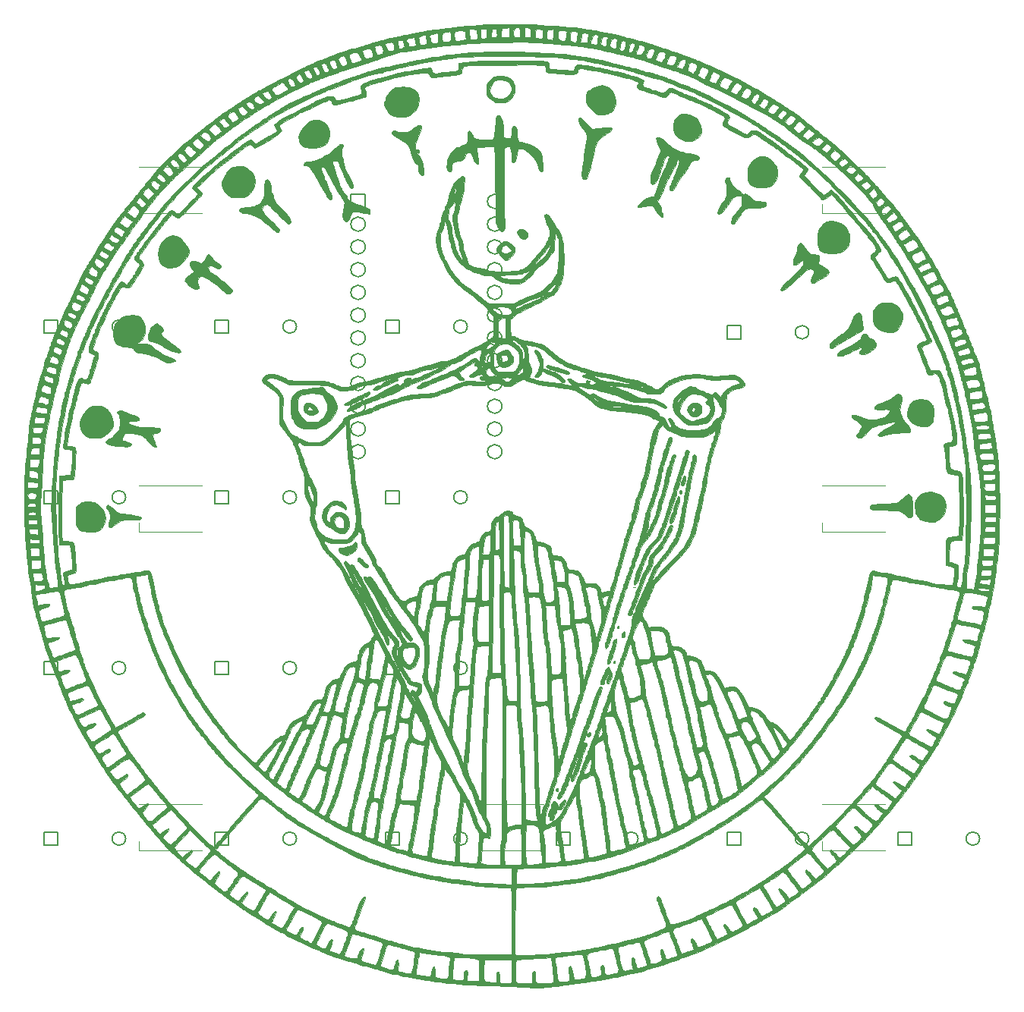
<source format=gbr>
G04 #@! TF.GenerationSoftware,KiCad,Pcbnew,(5.1.5)-3*
G04 #@! TF.CreationDate,2020-09-13T20:53:21+03:00*
G04 #@! TF.ProjectId,taro,7461726f-2e6b-4696-9361-645f70636258,rev?*
G04 #@! TF.SameCoordinates,Original*
G04 #@! TF.FileFunction,Legend,Bot*
G04 #@! TF.FilePolarity,Positive*
%FSLAX46Y46*%
G04 Gerber Fmt 4.6, Leading zero omitted, Abs format (unit mm)*
G04 Created by KiCad (PCBNEW (5.1.5)-3) date 2020-09-13 20:53:21*
%MOMM*%
%LPD*%
G04 APERTURE LIST*
%ADD10C,0.010000*%
%ADD11C,0.120000*%
%ADD12C,0.150000*%
G04 APERTURE END LIST*
D10*
G04 #@! TO.C,G\002A\002A\002A*
G36*
X78713378Y-89833274D02*
G01*
X78558854Y-89896417D01*
X78464922Y-90037795D01*
X78423503Y-90148678D01*
X78381694Y-90495955D01*
X78491638Y-90797405D01*
X78740146Y-91020269D01*
X78783331Y-91042425D01*
X79127983Y-91164425D01*
X79423328Y-91157354D01*
X79731554Y-91019590D01*
X79734833Y-91017595D01*
X79934952Y-90873452D01*
X79998235Y-90734879D01*
X79965548Y-90624351D01*
X79502000Y-90624351D01*
X79426823Y-90657959D01*
X79239041Y-90676640D01*
X79163333Y-90678000D01*
X78944713Y-90666015D01*
X78847578Y-90611225D01*
X78824708Y-90485382D01*
X78824666Y-90475392D01*
X78867083Y-90301874D01*
X78938944Y-90228931D01*
X79063390Y-90253031D01*
X79241028Y-90353842D01*
X79407514Y-90486177D01*
X79498503Y-90604849D01*
X79502000Y-90624351D01*
X79965548Y-90624351D01*
X79941042Y-90541489D01*
X79891070Y-90440962D01*
X79637345Y-90095738D01*
X79315659Y-89881147D01*
X78982580Y-89816203D01*
X78713378Y-89833274D01*
G37*
X78713378Y-89833274D02*
X78558854Y-89896417D01*
X78464922Y-90037795D01*
X78423503Y-90148678D01*
X78381694Y-90495955D01*
X78491638Y-90797405D01*
X78740146Y-91020269D01*
X78783331Y-91042425D01*
X79127983Y-91164425D01*
X79423328Y-91157354D01*
X79731554Y-91019590D01*
X79734833Y-91017595D01*
X79934952Y-90873452D01*
X79998235Y-90734879D01*
X79965548Y-90624351D01*
X79502000Y-90624351D01*
X79426823Y-90657959D01*
X79239041Y-90676640D01*
X79163333Y-90678000D01*
X78944713Y-90666015D01*
X78847578Y-90611225D01*
X78824708Y-90485382D01*
X78824666Y-90475392D01*
X78867083Y-90301874D01*
X78938944Y-90228931D01*
X79063390Y-90253031D01*
X79241028Y-90353842D01*
X79407514Y-90486177D01*
X79498503Y-90604849D01*
X79502000Y-90624351D01*
X79965548Y-90624351D01*
X79941042Y-90541489D01*
X79891070Y-90440962D01*
X79637345Y-90095738D01*
X79315659Y-89881147D01*
X78982580Y-89816203D01*
X78713378Y-89833274D01*
G36*
X100927491Y-83864840D02*
G01*
X100677834Y-83941159D01*
X100653755Y-83948996D01*
X100295994Y-84080947D01*
X100073710Y-84217265D01*
X99956092Y-84394292D01*
X99912329Y-84648368D01*
X99908549Y-84827956D01*
X99948292Y-85222420D01*
X100077746Y-85498468D01*
X100317806Y-85692401D01*
X100439817Y-85751028D01*
X100599417Y-85815438D01*
X100718698Y-85834571D01*
X100862843Y-85805012D01*
X101097039Y-85723343D01*
X101118910Y-85715435D01*
X101443919Y-85562415D01*
X101635991Y-85366532D01*
X101731521Y-85084930D01*
X101746954Y-84975931D01*
X101751411Y-84757676D01*
X101159727Y-84757676D01*
X101154941Y-84980124D01*
X101072994Y-85105545D01*
X100990394Y-85154112D01*
X100674065Y-85247574D01*
X100429724Y-85189791D01*
X100366286Y-85138381D01*
X100257088Y-84922186D01*
X100297428Y-84671383D01*
X100367268Y-84555260D01*
X100517667Y-84446570D01*
X100764293Y-84425148D01*
X100809076Y-84428260D01*
X101022130Y-84458757D01*
X101119716Y-84536486D01*
X101155667Y-84712022D01*
X101159727Y-84757676D01*
X101751411Y-84757676D01*
X101752549Y-84701986D01*
X101685281Y-84538035D01*
X101651334Y-84504803D01*
X101539246Y-84367424D01*
X101515333Y-84290058D01*
X101458351Y-84166282D01*
X101320170Y-84004964D01*
X101309922Y-83995210D01*
X101186219Y-83887828D01*
X101077847Y-83845717D01*
X100927491Y-83864840D01*
G37*
X100927491Y-83864840D02*
X100677834Y-83941159D01*
X100653755Y-83948996D01*
X100295994Y-84080947D01*
X100073710Y-84217265D01*
X99956092Y-84394292D01*
X99912329Y-84648368D01*
X99908549Y-84827956D01*
X99948292Y-85222420D01*
X100077746Y-85498468D01*
X100317806Y-85692401D01*
X100439817Y-85751028D01*
X100599417Y-85815438D01*
X100718698Y-85834571D01*
X100862843Y-85805012D01*
X101097039Y-85723343D01*
X101118910Y-85715435D01*
X101443919Y-85562415D01*
X101635991Y-85366532D01*
X101731521Y-85084930D01*
X101746954Y-84975931D01*
X101751411Y-84757676D01*
X101159727Y-84757676D01*
X101154941Y-84980124D01*
X101072994Y-85105545D01*
X100990394Y-85154112D01*
X100674065Y-85247574D01*
X100429724Y-85189791D01*
X100366286Y-85138381D01*
X100257088Y-84922186D01*
X100297428Y-84671383D01*
X100367268Y-84555260D01*
X100517667Y-84446570D01*
X100764293Y-84425148D01*
X100809076Y-84428260D01*
X101022130Y-84458757D01*
X101119716Y-84536486D01*
X101155667Y-84712022D01*
X101159727Y-84757676D01*
X101751411Y-84757676D01*
X101752549Y-84701986D01*
X101685281Y-84538035D01*
X101651334Y-84504803D01*
X101539246Y-84367424D01*
X101515333Y-84290058D01*
X101458351Y-84166282D01*
X101320170Y-84004964D01*
X101309922Y-83995210D01*
X101186219Y-83887828D01*
X101077847Y-83845717D01*
X100927491Y-83864840D01*
G36*
X105460578Y-85605702D02*
G01*
X105410000Y-85722409D01*
X105479844Y-85820407D01*
X105649035Y-85939619D01*
X105857066Y-86045408D01*
X106043425Y-86103136D01*
X106080111Y-86106000D01*
X106231158Y-86141626D01*
X106321315Y-86180131D01*
X106516694Y-86256961D01*
X106816590Y-86352075D01*
X107159979Y-86448131D01*
X107485833Y-86527785D01*
X107678055Y-86565690D01*
X107895258Y-86573413D01*
X107999595Y-86496326D01*
X108006798Y-86479837D01*
X108025430Y-86372647D01*
X107968776Y-86287422D01*
X107810446Y-86207508D01*
X107524045Y-86116252D01*
X107357333Y-86070025D01*
X107052121Y-85981924D01*
X106797970Y-85899108D01*
X106659982Y-85844046D01*
X106448972Y-85777008D01*
X106352822Y-85767334D01*
X106166898Y-85736097D01*
X105929011Y-85660023D01*
X105907173Y-85651332D01*
X105630785Y-85574302D01*
X105460578Y-85605702D01*
G37*
X105460578Y-85605702D02*
X105410000Y-85722409D01*
X105479844Y-85820407D01*
X105649035Y-85939619D01*
X105857066Y-86045408D01*
X106043425Y-86103136D01*
X106080111Y-86106000D01*
X106231158Y-86141626D01*
X106321315Y-86180131D01*
X106516694Y-86256961D01*
X106816590Y-86352075D01*
X107159979Y-86448131D01*
X107485833Y-86527785D01*
X107678055Y-86565690D01*
X107895258Y-86573413D01*
X107999595Y-86496326D01*
X108006798Y-86479837D01*
X108025430Y-86372647D01*
X107968776Y-86287422D01*
X107810446Y-86207508D01*
X107524045Y-86116252D01*
X107357333Y-86070025D01*
X107052121Y-85981924D01*
X106797970Y-85899108D01*
X106659982Y-85844046D01*
X106448972Y-85777008D01*
X106352822Y-85767334D01*
X106166898Y-85736097D01*
X105929011Y-85660023D01*
X105907173Y-85651332D01*
X105630785Y-85574302D01*
X105460578Y-85605702D01*
G36*
X104159958Y-83961881D02*
G01*
X104164787Y-84128861D01*
X104290747Y-84398614D01*
X104338905Y-84477849D01*
X104584106Y-84926263D01*
X104700089Y-85296864D01*
X104693141Y-85613395D01*
X104665008Y-85709845D01*
X104595429Y-85937628D01*
X104563548Y-86111779D01*
X104563333Y-86120815D01*
X104509143Y-86265782D01*
X104376239Y-86451610D01*
X104351666Y-86478999D01*
X104180872Y-86707961D01*
X104153493Y-86866006D01*
X104269398Y-86945009D01*
X104359262Y-86952667D01*
X104586692Y-86879742D01*
X104785290Y-86701189D01*
X104893500Y-86477336D01*
X104899183Y-86423500D01*
X104963438Y-86307340D01*
X105099645Y-86278194D01*
X105231992Y-86340374D01*
X105271284Y-86402334D01*
X105386393Y-86507967D01*
X105487012Y-86529334D01*
X105650199Y-86567621D01*
X105706333Y-86614000D01*
X105825197Y-86683964D01*
X105931100Y-86698667D01*
X106192040Y-86762482D01*
X106505846Y-86935604D01*
X106825578Y-87190547D01*
X106907148Y-87270167D01*
X107164349Y-87484885D01*
X107362931Y-87542799D01*
X107470222Y-87488889D01*
X107520342Y-87397573D01*
X107481970Y-87275667D01*
X107340128Y-87083116D01*
X107300852Y-87035961D01*
X107064934Y-86801784D01*
X106784373Y-86588972D01*
X106509926Y-86430888D01*
X106292352Y-86360895D01*
X106272460Y-86360000D01*
X106109881Y-86331824D01*
X106057530Y-86301975D01*
X105926999Y-86228058D01*
X105702074Y-86141428D01*
X105453742Y-86065749D01*
X105252991Y-86024686D01*
X105219500Y-86022608D01*
X105140570Y-85998902D01*
X105095468Y-85906085D01*
X105075363Y-85709063D01*
X105071333Y-85433664D01*
X105059959Y-85133339D01*
X105030092Y-84904252D01*
X104988114Y-84794647D01*
X104986666Y-84793667D01*
X104911550Y-84672612D01*
X104900647Y-84598170D01*
X104841141Y-84433304D01*
X104696827Y-84230402D01*
X104515381Y-84042483D01*
X104344478Y-83922563D01*
X104277017Y-83904667D01*
X104159958Y-83961881D01*
G37*
X104159958Y-83961881D02*
X104164787Y-84128861D01*
X104290747Y-84398614D01*
X104338905Y-84477849D01*
X104584106Y-84926263D01*
X104700089Y-85296864D01*
X104693141Y-85613395D01*
X104665008Y-85709845D01*
X104595429Y-85937628D01*
X104563548Y-86111779D01*
X104563333Y-86120815D01*
X104509143Y-86265782D01*
X104376239Y-86451610D01*
X104351666Y-86478999D01*
X104180872Y-86707961D01*
X104153493Y-86866006D01*
X104269398Y-86945009D01*
X104359262Y-86952667D01*
X104586692Y-86879742D01*
X104785290Y-86701189D01*
X104893500Y-86477336D01*
X104899183Y-86423500D01*
X104963438Y-86307340D01*
X105099645Y-86278194D01*
X105231992Y-86340374D01*
X105271284Y-86402334D01*
X105386393Y-86507967D01*
X105487012Y-86529334D01*
X105650199Y-86567621D01*
X105706333Y-86614000D01*
X105825197Y-86683964D01*
X105931100Y-86698667D01*
X106192040Y-86762482D01*
X106505846Y-86935604D01*
X106825578Y-87190547D01*
X106907148Y-87270167D01*
X107164349Y-87484885D01*
X107362931Y-87542799D01*
X107470222Y-87488889D01*
X107520342Y-87397573D01*
X107481970Y-87275667D01*
X107340128Y-87083116D01*
X107300852Y-87035961D01*
X107064934Y-86801784D01*
X106784373Y-86588972D01*
X106509926Y-86430888D01*
X106292352Y-86360895D01*
X106272460Y-86360000D01*
X106109881Y-86331824D01*
X106057530Y-86301975D01*
X105926999Y-86228058D01*
X105702074Y-86141428D01*
X105453742Y-86065749D01*
X105252991Y-86024686D01*
X105219500Y-86022608D01*
X105140570Y-85998902D01*
X105095468Y-85906085D01*
X105075363Y-85709063D01*
X105071333Y-85433664D01*
X105059959Y-85133339D01*
X105030092Y-84904252D01*
X104988114Y-84794647D01*
X104986666Y-84793667D01*
X104911550Y-84672612D01*
X104900647Y-84598170D01*
X104841141Y-84433304D01*
X104696827Y-84230402D01*
X104515381Y-84042483D01*
X104344478Y-83922563D01*
X104277017Y-83904667D01*
X104159958Y-83961881D01*
G36*
X121572537Y-89902996D02*
G01*
X121375841Y-90059917D01*
X121195891Y-90325740D01*
X121176421Y-90616602D01*
X121275290Y-90884722D01*
X121507874Y-91186179D01*
X121799683Y-91335005D01*
X122127259Y-91326340D01*
X122467143Y-91155327D01*
X122491500Y-91136591D01*
X122665279Y-90975972D01*
X122745572Y-90808759D01*
X122766519Y-90558613D01*
X122766666Y-90521347D01*
X122763930Y-90492211D01*
X122079594Y-90492211D01*
X122003375Y-90680413D01*
X121882377Y-90792837D01*
X121755520Y-90767025D01*
X121674240Y-90624089D01*
X121666000Y-90541942D01*
X121703237Y-90387060D01*
X121846400Y-90339908D01*
X121877666Y-90339334D01*
X122045726Y-90374398D01*
X122079594Y-90492211D01*
X122763930Y-90492211D01*
X122737647Y-90212384D01*
X122641855Y-90020254D01*
X122606384Y-89985728D01*
X122275202Y-89801285D01*
X121919719Y-89774363D01*
X121572537Y-89902996D01*
G37*
X121572537Y-89902996D02*
X121375841Y-90059917D01*
X121195891Y-90325740D01*
X121176421Y-90616602D01*
X121275290Y-90884722D01*
X121507874Y-91186179D01*
X121799683Y-91335005D01*
X122127259Y-91326340D01*
X122467143Y-91155327D01*
X122491500Y-91136591D01*
X122665279Y-90975972D01*
X122745572Y-90808759D01*
X122766519Y-90558613D01*
X122766666Y-90521347D01*
X122763930Y-90492211D01*
X122079594Y-90492211D01*
X122003375Y-90680413D01*
X121882377Y-90792837D01*
X121755520Y-90767025D01*
X121674240Y-90624089D01*
X121666000Y-90541942D01*
X121703237Y-90387060D01*
X121846400Y-90339908D01*
X121877666Y-90339334D01*
X122045726Y-90374398D01*
X122079594Y-90492211D01*
X122763930Y-90492211D01*
X122737647Y-90212384D01*
X122641855Y-90020254D01*
X122606384Y-89985728D01*
X122275202Y-89801285D01*
X121919719Y-89774363D01*
X121572537Y-89902996D01*
G36*
X85519525Y-88588776D02*
G01*
X85287369Y-88676967D01*
X84950688Y-88829352D01*
X84491381Y-89053173D01*
X84258189Y-89169901D01*
X83820433Y-89396191D01*
X83440589Y-89603925D01*
X83142713Y-89779009D01*
X82950858Y-89907351D01*
X82888666Y-89972272D01*
X82959687Y-90049858D01*
X83130205Y-90079411D01*
X83336405Y-90057651D01*
X83481333Y-90002734D01*
X83692882Y-89895393D01*
X83943816Y-89785974D01*
X84171854Y-89699793D01*
X84314718Y-89662163D01*
X84319629Y-89662000D01*
X84408481Y-89602395D01*
X84412666Y-89577334D01*
X84481359Y-89502493D01*
X84541349Y-89492667D01*
X84686925Y-89449691D01*
X84904595Y-89341223D01*
X85005333Y-89281000D01*
X85219086Y-89155002D01*
X85374965Y-89079227D01*
X85412225Y-89069334D01*
X85514593Y-89013263D01*
X85663884Y-88877610D01*
X85670728Y-88870375D01*
X85789284Y-88720025D01*
X85788004Y-88623419D01*
X85742676Y-88576004D01*
X85665260Y-88557535D01*
X85519525Y-88588776D01*
G37*
X85519525Y-88588776D02*
X85287369Y-88676967D01*
X84950688Y-88829352D01*
X84491381Y-89053173D01*
X84258189Y-89169901D01*
X83820433Y-89396191D01*
X83440589Y-89603925D01*
X83142713Y-89779009D01*
X82950858Y-89907351D01*
X82888666Y-89972272D01*
X82959687Y-90049858D01*
X83130205Y-90079411D01*
X83336405Y-90057651D01*
X83481333Y-90002734D01*
X83692882Y-89895393D01*
X83943816Y-89785974D01*
X84171854Y-89699793D01*
X84314718Y-89662163D01*
X84319629Y-89662000D01*
X84408481Y-89602395D01*
X84412666Y-89577334D01*
X84481359Y-89502493D01*
X84541349Y-89492667D01*
X84686925Y-89449691D01*
X84904595Y-89341223D01*
X85005333Y-89281000D01*
X85219086Y-89155002D01*
X85374965Y-89079227D01*
X85412225Y-89069334D01*
X85514593Y-89013263D01*
X85663884Y-88877610D01*
X85670728Y-88870375D01*
X85789284Y-88720025D01*
X85788004Y-88623419D01*
X85742676Y-88576004D01*
X85665260Y-88557535D01*
X85519525Y-88588776D01*
G36*
X79838292Y-88090760D02*
G01*
X79476502Y-88129258D01*
X79145195Y-88176469D01*
X78909390Y-88222959D01*
X78889184Y-88228445D01*
X78625081Y-88285106D01*
X78396628Y-88307334D01*
X78076981Y-88371781D01*
X77721403Y-88543074D01*
X77389339Y-88788143D01*
X77223537Y-88959959D01*
X77111345Y-89101753D01*
X77036973Y-89228356D01*
X76992692Y-89378117D01*
X76970776Y-89589388D01*
X76963494Y-89900521D01*
X76963020Y-90252791D01*
X76966790Y-90686973D01*
X76981403Y-90993506D01*
X77013415Y-91214023D01*
X77069381Y-91390154D01*
X77155859Y-91563530D01*
X77174686Y-91596809D01*
X77297192Y-91829126D01*
X77373450Y-92008408D01*
X77385912Y-92062476D01*
X77455896Y-92174150D01*
X77634373Y-92323328D01*
X77875601Y-92477625D01*
X78133836Y-92604658D01*
X78174012Y-92620416D01*
X78384696Y-92663800D01*
X78702747Y-92690443D01*
X79066907Y-92699086D01*
X79415919Y-92688470D01*
X79688526Y-92657336D01*
X79713666Y-92652055D01*
X79938742Y-92575902D01*
X80238192Y-92443415D01*
X80552517Y-92284506D01*
X80822219Y-92129092D01*
X80978465Y-92016148D01*
X81118673Y-91901949D01*
X81194631Y-91863334D01*
X81272538Y-91796915D01*
X81409702Y-91623920D01*
X81579543Y-91383739D01*
X81755483Y-91115762D01*
X81910943Y-90859380D01*
X82019347Y-90653982D01*
X82034806Y-90618151D01*
X82094097Y-90268778D01*
X81618666Y-90268778D01*
X81612244Y-90544528D01*
X81593553Y-90651726D01*
X81563462Y-90590639D01*
X81522838Y-90361538D01*
X81507350Y-90249016D01*
X81026000Y-90249016D01*
X80990706Y-90625643D01*
X80870048Y-90959649D01*
X80641860Y-91296865D01*
X80378324Y-91588167D01*
X80026981Y-91948000D01*
X79357766Y-91948000D01*
X79018672Y-91944237D01*
X78799774Y-91923224D01*
X78651956Y-91870380D01*
X78526103Y-91771122D01*
X78430962Y-91672834D01*
X78182501Y-91397667D01*
X77639333Y-91397667D01*
X77597000Y-91440000D01*
X77554666Y-91397667D01*
X77597000Y-91355334D01*
X77639333Y-91397667D01*
X78182501Y-91397667D01*
X78125626Y-91334679D01*
X77923027Y-91066246D01*
X77802474Y-90821330D01*
X77743271Y-90553727D01*
X77724728Y-90217233D01*
X77724000Y-90094304D01*
X77744771Y-89594873D01*
X77817367Y-89239290D01*
X77957217Y-89006030D01*
X78179745Y-88873565D01*
X78500380Y-88820369D01*
X78639733Y-88816490D01*
X78884956Y-88791149D01*
X79074291Y-88733009D01*
X79209681Y-88714421D01*
X79452033Y-88723244D01*
X79749196Y-88752753D01*
X80049023Y-88796221D01*
X80299366Y-88846926D01*
X80448075Y-88898141D01*
X80464892Y-88912337D01*
X80741018Y-89334702D01*
X80915037Y-89677883D01*
X81004151Y-89982858D01*
X81026000Y-90249016D01*
X81507350Y-90249016D01*
X81505214Y-90233500D01*
X81487944Y-89980313D01*
X81513283Y-89845024D01*
X81535620Y-89831334D01*
X81582336Y-89907625D01*
X81612461Y-90103297D01*
X81618666Y-90268778D01*
X82094097Y-90268778D01*
X82096144Y-90256718D01*
X82030060Y-89848135D01*
X81852274Y-89435714D01*
X81578509Y-89062771D01*
X81413908Y-88907414D01*
X81266356Y-88774902D01*
X81053660Y-88571986D01*
X80881908Y-88402481D01*
X80512334Y-88031963D01*
X79838292Y-88090760D01*
G37*
X79838292Y-88090760D02*
X79476502Y-88129258D01*
X79145195Y-88176469D01*
X78909390Y-88222959D01*
X78889184Y-88228445D01*
X78625081Y-88285106D01*
X78396628Y-88307334D01*
X78076981Y-88371781D01*
X77721403Y-88543074D01*
X77389339Y-88788143D01*
X77223537Y-88959959D01*
X77111345Y-89101753D01*
X77036973Y-89228356D01*
X76992692Y-89378117D01*
X76970776Y-89589388D01*
X76963494Y-89900521D01*
X76963020Y-90252791D01*
X76966790Y-90686973D01*
X76981403Y-90993506D01*
X77013415Y-91214023D01*
X77069381Y-91390154D01*
X77155859Y-91563530D01*
X77174686Y-91596809D01*
X77297192Y-91829126D01*
X77373450Y-92008408D01*
X77385912Y-92062476D01*
X77455896Y-92174150D01*
X77634373Y-92323328D01*
X77875601Y-92477625D01*
X78133836Y-92604658D01*
X78174012Y-92620416D01*
X78384696Y-92663800D01*
X78702747Y-92690443D01*
X79066907Y-92699086D01*
X79415919Y-92688470D01*
X79688526Y-92657336D01*
X79713666Y-92652055D01*
X79938742Y-92575902D01*
X80238192Y-92443415D01*
X80552517Y-92284506D01*
X80822219Y-92129092D01*
X80978465Y-92016148D01*
X81118673Y-91901949D01*
X81194631Y-91863334D01*
X81272538Y-91796915D01*
X81409702Y-91623920D01*
X81579543Y-91383739D01*
X81755483Y-91115762D01*
X81910943Y-90859380D01*
X82019347Y-90653982D01*
X82034806Y-90618151D01*
X82094097Y-90268778D01*
X81618666Y-90268778D01*
X81612244Y-90544528D01*
X81593553Y-90651726D01*
X81563462Y-90590639D01*
X81522838Y-90361538D01*
X81507350Y-90249016D01*
X81026000Y-90249016D01*
X80990706Y-90625643D01*
X80870048Y-90959649D01*
X80641860Y-91296865D01*
X80378324Y-91588167D01*
X80026981Y-91948000D01*
X79357766Y-91948000D01*
X79018672Y-91944237D01*
X78799774Y-91923224D01*
X78651956Y-91870380D01*
X78526103Y-91771122D01*
X78430962Y-91672834D01*
X78182501Y-91397667D01*
X77639333Y-91397667D01*
X77597000Y-91440000D01*
X77554666Y-91397667D01*
X77597000Y-91355334D01*
X77639333Y-91397667D01*
X78182501Y-91397667D01*
X78125626Y-91334679D01*
X77923027Y-91066246D01*
X77802474Y-90821330D01*
X77743271Y-90553727D01*
X77724728Y-90217233D01*
X77724000Y-90094304D01*
X77744771Y-89594873D01*
X77817367Y-89239290D01*
X77957217Y-89006030D01*
X78179745Y-88873565D01*
X78500380Y-88820369D01*
X78639733Y-88816490D01*
X78884956Y-88791149D01*
X79074291Y-88733009D01*
X79209681Y-88714421D01*
X79452033Y-88723244D01*
X79749196Y-88752753D01*
X80049023Y-88796221D01*
X80299366Y-88846926D01*
X80448075Y-88898141D01*
X80464892Y-88912337D01*
X80741018Y-89334702D01*
X80915037Y-89677883D01*
X81004151Y-89982858D01*
X81026000Y-90249016D01*
X81507350Y-90249016D01*
X81505214Y-90233500D01*
X81487944Y-89980313D01*
X81513283Y-89845024D01*
X81535620Y-89831334D01*
X81582336Y-89907625D01*
X81612461Y-90103297D01*
X81618666Y-90268778D01*
X82094097Y-90268778D01*
X82096144Y-90256718D01*
X82030060Y-89848135D01*
X81852274Y-89435714D01*
X81578509Y-89062771D01*
X81413908Y-88907414D01*
X81266356Y-88774902D01*
X81053660Y-88571986D01*
X80881908Y-88402481D01*
X80512334Y-88031963D01*
X79838292Y-88090760D01*
G36*
X81771467Y-100755173D02*
G01*
X81407380Y-100905719D01*
X81069294Y-101138590D01*
X80983666Y-101218398D01*
X80697438Y-101595051D01*
X80513220Y-102026660D01*
X80441555Y-102468643D01*
X80492988Y-102876413D01*
X80555342Y-103029682D01*
X80673509Y-103192554D01*
X80857953Y-103384914D01*
X81061254Y-103563964D01*
X81235997Y-103686906D01*
X81316488Y-103716667D01*
X81405266Y-103762323D01*
X81587732Y-103880970D01*
X81783094Y-104017559D01*
X82163025Y-104239645D01*
X82522424Y-104356308D01*
X82822801Y-104356492D01*
X82888666Y-104335188D01*
X83023821Y-104240252D01*
X83201158Y-104070818D01*
X83247147Y-104020491D01*
X83390207Y-103825823D01*
X83459909Y-103616464D01*
X83479839Y-103318620D01*
X83479981Y-103292013D01*
X83479220Y-103285738D01*
X82888666Y-103285738D01*
X82888666Y-103801334D01*
X82561545Y-103801334D01*
X82256450Y-103750762D01*
X82011212Y-103578121D01*
X81844189Y-103358339D01*
X81796148Y-103121763D01*
X81859519Y-102815440D01*
X81889675Y-102727845D01*
X81985915Y-102533010D01*
X82120534Y-102457527D01*
X82249508Y-102449484D01*
X82505301Y-102504661D01*
X82698166Y-102611222D01*
X82808456Y-102732215D01*
X82866494Y-102894787D01*
X82887353Y-103152307D01*
X82888666Y-103285738D01*
X83479220Y-103285738D01*
X83418721Y-102787470D01*
X83237266Y-102392244D01*
X82943935Y-102115867D01*
X82547049Y-101967875D01*
X82304553Y-101944855D01*
X82046471Y-101961439D01*
X81854359Y-102045577D01*
X81648386Y-102230804D01*
X81451966Y-102476024D01*
X81371720Y-102711486D01*
X81364666Y-102829678D01*
X81348326Y-103034690D01*
X81286198Y-103109898D01*
X81218626Y-103108292D01*
X81042854Y-102995381D01*
X80929153Y-102763994D01*
X80895266Y-102459082D01*
X80908616Y-102322923D01*
X80993771Y-101973390D01*
X81146026Y-101686900D01*
X81379320Y-101412476D01*
X81567443Y-101256138D01*
X81781184Y-101188139D01*
X82000861Y-101176667D01*
X82270073Y-101197503D01*
X82485411Y-101281212D01*
X82725487Y-101459593D01*
X82748208Y-101478984D01*
X82949905Y-101647301D01*
X83058507Y-101713491D01*
X83107670Y-101687710D01*
X83128978Y-101593858D01*
X83093595Y-101383155D01*
X82963975Y-101148580D01*
X82784910Y-100962927D01*
X82715084Y-100921207D01*
X82545807Y-100838455D01*
X82393765Y-100760737D01*
X82115585Y-100701872D01*
X81771467Y-100755173D01*
G37*
X81771467Y-100755173D02*
X81407380Y-100905719D01*
X81069294Y-101138590D01*
X80983666Y-101218398D01*
X80697438Y-101595051D01*
X80513220Y-102026660D01*
X80441555Y-102468643D01*
X80492988Y-102876413D01*
X80555342Y-103029682D01*
X80673509Y-103192554D01*
X80857953Y-103384914D01*
X81061254Y-103563964D01*
X81235997Y-103686906D01*
X81316488Y-103716667D01*
X81405266Y-103762323D01*
X81587732Y-103880970D01*
X81783094Y-104017559D01*
X82163025Y-104239645D01*
X82522424Y-104356308D01*
X82822801Y-104356492D01*
X82888666Y-104335188D01*
X83023821Y-104240252D01*
X83201158Y-104070818D01*
X83247147Y-104020491D01*
X83390207Y-103825823D01*
X83459909Y-103616464D01*
X83479839Y-103318620D01*
X83479981Y-103292013D01*
X83479220Y-103285738D01*
X82888666Y-103285738D01*
X82888666Y-103801334D01*
X82561545Y-103801334D01*
X82256450Y-103750762D01*
X82011212Y-103578121D01*
X81844189Y-103358339D01*
X81796148Y-103121763D01*
X81859519Y-102815440D01*
X81889675Y-102727845D01*
X81985915Y-102533010D01*
X82120534Y-102457527D01*
X82249508Y-102449484D01*
X82505301Y-102504661D01*
X82698166Y-102611222D01*
X82808456Y-102732215D01*
X82866494Y-102894787D01*
X82887353Y-103152307D01*
X82888666Y-103285738D01*
X83479220Y-103285738D01*
X83418721Y-102787470D01*
X83237266Y-102392244D01*
X82943935Y-102115867D01*
X82547049Y-101967875D01*
X82304553Y-101944855D01*
X82046471Y-101961439D01*
X81854359Y-102045577D01*
X81648386Y-102230804D01*
X81451966Y-102476024D01*
X81371720Y-102711486D01*
X81364666Y-102829678D01*
X81348326Y-103034690D01*
X81286198Y-103109898D01*
X81218626Y-103108292D01*
X81042854Y-102995381D01*
X80929153Y-102763994D01*
X80895266Y-102459082D01*
X80908616Y-102322923D01*
X80993771Y-101973390D01*
X81146026Y-101686900D01*
X81379320Y-101412476D01*
X81567443Y-101256138D01*
X81781184Y-101188139D01*
X82000861Y-101176667D01*
X82270073Y-101197503D01*
X82485411Y-101281212D01*
X82725487Y-101459593D01*
X82748208Y-101478984D01*
X82949905Y-101647301D01*
X83058507Y-101713491D01*
X83107670Y-101687710D01*
X83128978Y-101593858D01*
X83093595Y-101383155D01*
X82963975Y-101148580D01*
X82784910Y-100962927D01*
X82715084Y-100921207D01*
X82545807Y-100838455D01*
X82393765Y-100760737D01*
X82115585Y-100701872D01*
X81771467Y-100755173D01*
G36*
X100116245Y-53272934D02*
G01*
X99670357Y-53393961D01*
X99279037Y-53629513D01*
X99010988Y-53927573D01*
X98880411Y-54157656D01*
X98808601Y-54392449D01*
X98778175Y-54700185D01*
X98773698Y-54859026D01*
X98773638Y-55175602D01*
X98799223Y-55381191D01*
X98869066Y-55533993D01*
X99001780Y-55692210D01*
X99059354Y-55752237D01*
X99289091Y-55962321D01*
X99521883Y-56134479D01*
X99601528Y-56180369D01*
X99844673Y-56252290D01*
X100174867Y-56289698D01*
X100528460Y-56292056D01*
X100841805Y-56258829D01*
X101046387Y-56192521D01*
X101306597Y-55993328D01*
X101583934Y-55719097D01*
X101794163Y-55458995D01*
X101912042Y-55163923D01*
X101946598Y-54784717D01*
X101941433Y-54739670D01*
X101600000Y-54739670D01*
X101544837Y-54947090D01*
X101405389Y-55209266D01*
X101220719Y-55464939D01*
X101029887Y-55652851D01*
X101007834Y-55668334D01*
X100805956Y-55756350D01*
X100545711Y-55818189D01*
X100316967Y-55834893D01*
X100259575Y-55826190D01*
X100087216Y-55801381D01*
X99946151Y-55795334D01*
X99735620Y-55725455D01*
X99505448Y-55548550D01*
X99301565Y-55313716D01*
X99169900Y-55070052D01*
X99144666Y-54938551D01*
X99189108Y-54680373D01*
X99300265Y-54368012D01*
X99444889Y-54083963D01*
X99542075Y-53952544D01*
X99754218Y-53829699D01*
X100070535Y-53760397D01*
X100434655Y-53744332D01*
X100790209Y-53781197D01*
X101080828Y-53870686D01*
X101212783Y-53961638D01*
X101420651Y-54237738D01*
X101560578Y-54534251D01*
X101600000Y-54739670D01*
X101941433Y-54739670D01*
X101900546Y-54383089D01*
X101776600Y-54020750D01*
X101727035Y-53932723D01*
X101422096Y-53596328D01*
X101028037Y-53374185D01*
X100580779Y-53266365D01*
X100116245Y-53272934D01*
G37*
X100116245Y-53272934D02*
X99670357Y-53393961D01*
X99279037Y-53629513D01*
X99010988Y-53927573D01*
X98880411Y-54157656D01*
X98808601Y-54392449D01*
X98778175Y-54700185D01*
X98773698Y-54859026D01*
X98773638Y-55175602D01*
X98799223Y-55381191D01*
X98869066Y-55533993D01*
X99001780Y-55692210D01*
X99059354Y-55752237D01*
X99289091Y-55962321D01*
X99521883Y-56134479D01*
X99601528Y-56180369D01*
X99844673Y-56252290D01*
X100174867Y-56289698D01*
X100528460Y-56292056D01*
X100841805Y-56258829D01*
X101046387Y-56192521D01*
X101306597Y-55993328D01*
X101583934Y-55719097D01*
X101794163Y-55458995D01*
X101912042Y-55163923D01*
X101946598Y-54784717D01*
X101941433Y-54739670D01*
X101600000Y-54739670D01*
X101544837Y-54947090D01*
X101405389Y-55209266D01*
X101220719Y-55464939D01*
X101029887Y-55652851D01*
X101007834Y-55668334D01*
X100805956Y-55756350D01*
X100545711Y-55818189D01*
X100316967Y-55834893D01*
X100259575Y-55826190D01*
X100087216Y-55801381D01*
X99946151Y-55795334D01*
X99735620Y-55725455D01*
X99505448Y-55548550D01*
X99301565Y-55313716D01*
X99169900Y-55070052D01*
X99144666Y-54938551D01*
X99189108Y-54680373D01*
X99300265Y-54368012D01*
X99444889Y-54083963D01*
X99542075Y-53952544D01*
X99754218Y-53829699D01*
X100070535Y-53760397D01*
X100434655Y-53744332D01*
X100790209Y-53781197D01*
X101080828Y-53870686D01*
X101212783Y-53961638D01*
X101420651Y-54237738D01*
X101560578Y-54534251D01*
X101600000Y-54739670D01*
X101941433Y-54739670D01*
X101900546Y-54383089D01*
X101776600Y-54020750D01*
X101727035Y-53932723D01*
X101422096Y-53596328D01*
X101028037Y-53374185D01*
X100580779Y-53266365D01*
X100116245Y-53272934D01*
G36*
X111385452Y-54385492D02*
G01*
X111091306Y-54462202D01*
X110793266Y-54568483D01*
X110536296Y-54686688D01*
X110365365Y-54799168D01*
X110320666Y-54870149D01*
X110253631Y-54943590D01*
X110214833Y-54949327D01*
X110085780Y-55026971D01*
X109987291Y-55230378D01*
X109924274Y-55517931D01*
X109901637Y-55848015D01*
X109924288Y-56179013D01*
X109997135Y-56469311D01*
X110027455Y-56538152D01*
X110155734Y-56723923D01*
X110370196Y-56966144D01*
X110625819Y-57214216D01*
X110641288Y-57228009D01*
X110897505Y-57447869D01*
X111085071Y-57576164D01*
X111258573Y-57637461D01*
X111472598Y-57656326D01*
X111595651Y-57657516D01*
X111931398Y-57632798D01*
X112176766Y-57565286D01*
X112230651Y-57533693D01*
X112400512Y-57434917D01*
X112500833Y-57406693D01*
X112698421Y-57324349D01*
X112889828Y-57114426D01*
X113052161Y-56817850D01*
X113162529Y-56475550D01*
X113198506Y-56159371D01*
X113128373Y-55649388D01*
X112935357Y-55189661D01*
X112642320Y-54806485D01*
X112272121Y-54526157D01*
X111847623Y-54374974D01*
X111630736Y-54356000D01*
X111385452Y-54385492D01*
G37*
X111385452Y-54385492D02*
X111091306Y-54462202D01*
X110793266Y-54568483D01*
X110536296Y-54686688D01*
X110365365Y-54799168D01*
X110320666Y-54870149D01*
X110253631Y-54943590D01*
X110214833Y-54949327D01*
X110085780Y-55026971D01*
X109987291Y-55230378D01*
X109924274Y-55517931D01*
X109901637Y-55848015D01*
X109924288Y-56179013D01*
X109997135Y-56469311D01*
X110027455Y-56538152D01*
X110155734Y-56723923D01*
X110370196Y-56966144D01*
X110625819Y-57214216D01*
X110641288Y-57228009D01*
X110897505Y-57447869D01*
X111085071Y-57576164D01*
X111258573Y-57637461D01*
X111472598Y-57656326D01*
X111595651Y-57657516D01*
X111931398Y-57632798D01*
X112176766Y-57565286D01*
X112230651Y-57533693D01*
X112400512Y-57434917D01*
X112500833Y-57406693D01*
X112698421Y-57324349D01*
X112889828Y-57114426D01*
X113052161Y-56817850D01*
X113162529Y-56475550D01*
X113198506Y-56159371D01*
X113128373Y-55649388D01*
X112935357Y-55189661D01*
X112642320Y-54806485D01*
X112272121Y-54526157D01*
X111847623Y-54374974D01*
X111630736Y-54356000D01*
X111385452Y-54385492D01*
G36*
X89062450Y-54531433D02*
G01*
X88801834Y-54557107D01*
X88603299Y-54613417D01*
X88413323Y-54711426D01*
X88350606Y-54750229D01*
X88081597Y-54967859D01*
X87834969Y-55248529D01*
X87646149Y-55543296D01*
X87550564Y-55803218D01*
X87545333Y-55862715D01*
X87509044Y-56029880D01*
X87460666Y-56091667D01*
X87383763Y-56229460D01*
X87384573Y-56462824D01*
X87455612Y-56740990D01*
X87589396Y-57013188D01*
X87598587Y-57027219D01*
X87895905Y-57414920D01*
X88196749Y-57665061D01*
X88543940Y-57804790D01*
X88907293Y-57857017D01*
X89247990Y-57870720D01*
X89566857Y-57867598D01*
X89744568Y-57854010D01*
X90003093Y-57768686D01*
X90315084Y-57597381D01*
X90621523Y-57380044D01*
X90863392Y-57156624D01*
X90953184Y-57035892D01*
X91180490Y-56487282D01*
X91252201Y-55935165D01*
X91165602Y-55404812D01*
X91137178Y-55324461D01*
X91008296Y-55075546D01*
X90812632Y-54887200D01*
X90587465Y-54750130D01*
X90350994Y-54635479D01*
X90127548Y-54567459D01*
X89858462Y-54534590D01*
X89485071Y-54525393D01*
X89438665Y-54525334D01*
X89062450Y-54531433D01*
G37*
X89062450Y-54531433D02*
X88801834Y-54557107D01*
X88603299Y-54613417D01*
X88413323Y-54711426D01*
X88350606Y-54750229D01*
X88081597Y-54967859D01*
X87834969Y-55248529D01*
X87646149Y-55543296D01*
X87550564Y-55803218D01*
X87545333Y-55862715D01*
X87509044Y-56029880D01*
X87460666Y-56091667D01*
X87383763Y-56229460D01*
X87384573Y-56462824D01*
X87455612Y-56740990D01*
X87589396Y-57013188D01*
X87598587Y-57027219D01*
X87895905Y-57414920D01*
X88196749Y-57665061D01*
X88543940Y-57804790D01*
X88907293Y-57857017D01*
X89247990Y-57870720D01*
X89566857Y-57867598D01*
X89744568Y-57854010D01*
X90003093Y-57768686D01*
X90315084Y-57597381D01*
X90621523Y-57380044D01*
X90863392Y-57156624D01*
X90953184Y-57035892D01*
X91180490Y-56487282D01*
X91252201Y-55935165D01*
X91165602Y-55404812D01*
X91137178Y-55324461D01*
X91008296Y-55075546D01*
X90812632Y-54887200D01*
X90587465Y-54750130D01*
X90350994Y-54635479D01*
X90127548Y-54567459D01*
X89858462Y-54534590D01*
X89485071Y-54525393D01*
X89438665Y-54525334D01*
X89062450Y-54531433D01*
G36*
X120567826Y-57569117D02*
G01*
X120174612Y-57743426D01*
X120014809Y-57869667D01*
X119808291Y-58110275D01*
X119688660Y-58391780D01*
X119638524Y-58764409D01*
X119634000Y-58969518D01*
X119645612Y-59324398D01*
X119689757Y-59572660D01*
X119780400Y-59775999D01*
X119836454Y-59863964D01*
X120131341Y-60164184D01*
X120535839Y-60397390D01*
X120997225Y-60544741D01*
X121462773Y-60587394D01*
X121750666Y-60548042D01*
X122198236Y-60361542D01*
X122524799Y-60068063D01*
X122717508Y-59683137D01*
X122766666Y-59319711D01*
X122695552Y-58848120D01*
X122499700Y-58427319D01*
X122205354Y-58071135D01*
X121838752Y-57793396D01*
X121426137Y-57607929D01*
X120993748Y-57528560D01*
X120567826Y-57569117D01*
G37*
X120567826Y-57569117D02*
X120174612Y-57743426D01*
X120014809Y-57869667D01*
X119808291Y-58110275D01*
X119688660Y-58391780D01*
X119638524Y-58764409D01*
X119634000Y-58969518D01*
X119645612Y-59324398D01*
X119689757Y-59572660D01*
X119780400Y-59775999D01*
X119836454Y-59863964D01*
X120131341Y-60164184D01*
X120535839Y-60397390D01*
X120997225Y-60544741D01*
X121462773Y-60587394D01*
X121750666Y-60548042D01*
X122198236Y-60361542D01*
X122524799Y-60068063D01*
X122717508Y-59683137D01*
X122766666Y-59319711D01*
X122695552Y-58848120D01*
X122499700Y-58427319D01*
X122205354Y-58071135D01*
X121838752Y-57793396D01*
X121426137Y-57607929D01*
X120993748Y-57528560D01*
X120567826Y-57569117D01*
G36*
X79496722Y-58207559D02*
G01*
X79237173Y-58288515D01*
X78925764Y-58461005D01*
X78626511Y-58716996D01*
X78304257Y-59088065D01*
X78208317Y-59212647D01*
X77944801Y-59640497D01*
X77832892Y-60039345D01*
X77865557Y-60439414D01*
X77897388Y-60548955D01*
X78043423Y-60889454D01*
X78238106Y-61104972D01*
X78529486Y-61238468D01*
X78723001Y-61287144D01*
X79056560Y-61347915D01*
X79345606Y-61367560D01*
X79656293Y-61345103D01*
X80054770Y-61279572D01*
X80123259Y-61266534D01*
X80572402Y-61116440D01*
X80887190Y-60865838D01*
X81065343Y-60516689D01*
X81083257Y-60440880D01*
X81141427Y-60249455D01*
X81206269Y-60148908D01*
X81268705Y-60022897D01*
X81282039Y-59790509D01*
X81251319Y-59505809D01*
X81181593Y-59222861D01*
X81102408Y-59036409D01*
X80898923Y-58740285D01*
X80663300Y-58502969D01*
X80436568Y-58361663D01*
X80332497Y-58338378D01*
X80179140Y-58291245D01*
X80137000Y-58250667D01*
X80008304Y-58183987D01*
X79776063Y-58170409D01*
X79496722Y-58207559D01*
G37*
X79496722Y-58207559D02*
X79237173Y-58288515D01*
X78925764Y-58461005D01*
X78626511Y-58716996D01*
X78304257Y-59088065D01*
X78208317Y-59212647D01*
X77944801Y-59640497D01*
X77832892Y-60039345D01*
X77865557Y-60439414D01*
X77897388Y-60548955D01*
X78043423Y-60889454D01*
X78238106Y-61104972D01*
X78529486Y-61238468D01*
X78723001Y-61287144D01*
X79056560Y-61347915D01*
X79345606Y-61367560D01*
X79656293Y-61345103D01*
X80054770Y-61279572D01*
X80123259Y-61266534D01*
X80572402Y-61116440D01*
X80887190Y-60865838D01*
X81065343Y-60516689D01*
X81083257Y-60440880D01*
X81141427Y-60249455D01*
X81206269Y-60148908D01*
X81268705Y-60022897D01*
X81282039Y-59790509D01*
X81251319Y-59505809D01*
X81181593Y-59222861D01*
X81102408Y-59036409D01*
X80898923Y-58740285D01*
X80663300Y-58502969D01*
X80436568Y-58361663D01*
X80332497Y-58338378D01*
X80179140Y-58291245D01*
X80137000Y-58250667D01*
X80008304Y-58183987D01*
X79776063Y-58170409D01*
X79496722Y-58207559D01*
G36*
X91100944Y-58805743D02*
G01*
X90882726Y-58934935D01*
X90593333Y-59176980D01*
X90349758Y-59392792D01*
X90170769Y-59519001D01*
X89995656Y-59579918D01*
X89763712Y-59599850D01*
X89530766Y-59602454D01*
X89222805Y-59593339D01*
X88980759Y-59566658D01*
X88855287Y-59528099D01*
X88853433Y-59526414D01*
X88716467Y-59461036D01*
X88519000Y-59420581D01*
X88336481Y-59422392D01*
X88259056Y-59510512D01*
X88238163Y-59626982D01*
X88259249Y-59829719D01*
X88365163Y-59917082D01*
X88538990Y-60003466D01*
X88754870Y-60137221D01*
X88773000Y-60149647D01*
X89085779Y-60361379D01*
X89301949Y-60494334D01*
X89460189Y-60571573D01*
X89513833Y-60591333D01*
X89638703Y-60663342D01*
X89662000Y-60706000D01*
X89732165Y-60777440D01*
X89826591Y-60813959D01*
X89961997Y-60919882D01*
X90110558Y-61142520D01*
X90247078Y-61433656D01*
X90346359Y-61745072D01*
X90367489Y-61849000D01*
X90485451Y-62390772D01*
X90632667Y-62796960D01*
X90803856Y-63056920D01*
X90993738Y-63160008D01*
X91018618Y-63161334D01*
X91132467Y-63193792D01*
X91179625Y-63320861D01*
X91186000Y-63469011D01*
X91213254Y-63803737D01*
X91285109Y-64103484D01*
X91386705Y-64325938D01*
X91503182Y-64428786D01*
X91523957Y-64431334D01*
X91679529Y-64401168D01*
X91722222Y-64374889D01*
X91764727Y-64241804D01*
X91775970Y-63996902D01*
X91759090Y-63694170D01*
X91717224Y-63387593D01*
X91653510Y-63131158D01*
X91649225Y-63119000D01*
X91571659Y-62871705D01*
X91528813Y-62673105D01*
X91525941Y-62636242D01*
X91467717Y-62495403D01*
X91321470Y-62302070D01*
X91228333Y-62204356D01*
X91065849Y-62032325D01*
X90959197Y-61894127D01*
X90923449Y-61816498D01*
X90973676Y-61826175D01*
X91045623Y-61880232D01*
X91180046Y-61930660D01*
X91257852Y-61829043D01*
X91270666Y-61707889D01*
X91215270Y-61585961D01*
X91049137Y-61552667D01*
X90928988Y-61545245D01*
X90866016Y-61497015D01*
X90846565Y-61369033D01*
X90856982Y-61122355D01*
X90863610Y-61023500D01*
X90922278Y-60619705D01*
X91054426Y-60205195D01*
X91218032Y-59838198D01*
X91406560Y-59410403D01*
X91493970Y-59104029D01*
X91480953Y-58905183D01*
X91368197Y-58799975D01*
X91270666Y-58777693D01*
X91100944Y-58805743D01*
G37*
X91100944Y-58805743D02*
X90882726Y-58934935D01*
X90593333Y-59176980D01*
X90349758Y-59392792D01*
X90170769Y-59519001D01*
X89995656Y-59579918D01*
X89763712Y-59599850D01*
X89530766Y-59602454D01*
X89222805Y-59593339D01*
X88980759Y-59566658D01*
X88855287Y-59528099D01*
X88853433Y-59526414D01*
X88716467Y-59461036D01*
X88519000Y-59420581D01*
X88336481Y-59422392D01*
X88259056Y-59510512D01*
X88238163Y-59626982D01*
X88259249Y-59829719D01*
X88365163Y-59917082D01*
X88538990Y-60003466D01*
X88754870Y-60137221D01*
X88773000Y-60149647D01*
X89085779Y-60361379D01*
X89301949Y-60494334D01*
X89460189Y-60571573D01*
X89513833Y-60591333D01*
X89638703Y-60663342D01*
X89662000Y-60706000D01*
X89732165Y-60777440D01*
X89826591Y-60813959D01*
X89961997Y-60919882D01*
X90110558Y-61142520D01*
X90247078Y-61433656D01*
X90346359Y-61745072D01*
X90367489Y-61849000D01*
X90485451Y-62390772D01*
X90632667Y-62796960D01*
X90803856Y-63056920D01*
X90993738Y-63160008D01*
X91018618Y-63161334D01*
X91132467Y-63193792D01*
X91179625Y-63320861D01*
X91186000Y-63469011D01*
X91213254Y-63803737D01*
X91285109Y-64103484D01*
X91386705Y-64325938D01*
X91503182Y-64428786D01*
X91523957Y-64431334D01*
X91679529Y-64401168D01*
X91722222Y-64374889D01*
X91764727Y-64241804D01*
X91775970Y-63996902D01*
X91759090Y-63694170D01*
X91717224Y-63387593D01*
X91653510Y-63131158D01*
X91649225Y-63119000D01*
X91571659Y-62871705D01*
X91528813Y-62673105D01*
X91525941Y-62636242D01*
X91467717Y-62495403D01*
X91321470Y-62302070D01*
X91228333Y-62204356D01*
X91065849Y-62032325D01*
X90959197Y-61894127D01*
X90923449Y-61816498D01*
X90973676Y-61826175D01*
X91045623Y-61880232D01*
X91180046Y-61930660D01*
X91257852Y-61829043D01*
X91270666Y-61707889D01*
X91215270Y-61585961D01*
X91049137Y-61552667D01*
X90928988Y-61545245D01*
X90866016Y-61497015D01*
X90846565Y-61369033D01*
X90856982Y-61122355D01*
X90863610Y-61023500D01*
X90922278Y-60619705D01*
X91054426Y-60205195D01*
X91218032Y-59838198D01*
X91406560Y-59410403D01*
X91493970Y-59104029D01*
X91480953Y-58905183D01*
X91368197Y-58799975D01*
X91270666Y-58777693D01*
X91100944Y-58805743D01*
G36*
X109077243Y-58069699D02*
G01*
X109050666Y-58238852D01*
X109121250Y-58525001D01*
X109327993Y-58887507D01*
X109650886Y-59298817D01*
X109876168Y-59637280D01*
X109997077Y-59993835D01*
X109996448Y-60315188D01*
X109988190Y-60346207D01*
X109897604Y-60706384D01*
X109803850Y-61175867D01*
X109717531Y-61695188D01*
X109649251Y-62204882D01*
X109637195Y-62314667D01*
X109588810Y-62718833D01*
X109528623Y-63141242D01*
X109476258Y-63453473D01*
X109426666Y-63819091D01*
X109403997Y-64199174D01*
X109406664Y-64384806D01*
X109429389Y-64639257D01*
X109476284Y-64770512D01*
X109573571Y-64824699D01*
X109664981Y-64839170D01*
X109862937Y-64820323D01*
X109947825Y-64712170D01*
X110025229Y-64502063D01*
X110072597Y-64389000D01*
X110249681Y-63951339D01*
X110361320Y-63564428D01*
X110413489Y-63288334D01*
X110472311Y-62968564D01*
X110554326Y-62584158D01*
X110618120Y-62314667D01*
X110701387Y-61974784D01*
X110777377Y-61653087D01*
X110820840Y-61459501D01*
X110968140Y-60997579D01*
X111191034Y-60576419D01*
X111458774Y-60249163D01*
X111577007Y-60152636D01*
X111838820Y-59975023D01*
X112146465Y-59771581D01*
X112281126Y-59684221D01*
X112590218Y-59453087D01*
X112742665Y-59264217D01*
X112739887Y-59125870D01*
X112583304Y-59046305D01*
X112274335Y-59033778D01*
X112170765Y-59042363D01*
X111830292Y-59076911D01*
X111426369Y-59117492D01*
X111151387Y-59144895D01*
X110585108Y-59201062D01*
X109997077Y-58598864D01*
X109637990Y-58255889D01*
X109367142Y-58054189D01*
X109181303Y-57992535D01*
X109077243Y-58069699D01*
G37*
X109077243Y-58069699D02*
X109050666Y-58238852D01*
X109121250Y-58525001D01*
X109327993Y-58887507D01*
X109650886Y-59298817D01*
X109876168Y-59637280D01*
X109997077Y-59993835D01*
X109996448Y-60315188D01*
X109988190Y-60346207D01*
X109897604Y-60706384D01*
X109803850Y-61175867D01*
X109717531Y-61695188D01*
X109649251Y-62204882D01*
X109637195Y-62314667D01*
X109588810Y-62718833D01*
X109528623Y-63141242D01*
X109476258Y-63453473D01*
X109426666Y-63819091D01*
X109403997Y-64199174D01*
X109406664Y-64384806D01*
X109429389Y-64639257D01*
X109476284Y-64770512D01*
X109573571Y-64824699D01*
X109664981Y-64839170D01*
X109862937Y-64820323D01*
X109947825Y-64712170D01*
X110025229Y-64502063D01*
X110072597Y-64389000D01*
X110249681Y-63951339D01*
X110361320Y-63564428D01*
X110413489Y-63288334D01*
X110472311Y-62968564D01*
X110554326Y-62584158D01*
X110618120Y-62314667D01*
X110701387Y-61974784D01*
X110777377Y-61653087D01*
X110820840Y-61459501D01*
X110968140Y-60997579D01*
X111191034Y-60576419D01*
X111458774Y-60249163D01*
X111577007Y-60152636D01*
X111838820Y-59975023D01*
X112146465Y-59771581D01*
X112281126Y-59684221D01*
X112590218Y-59453087D01*
X112742665Y-59264217D01*
X112739887Y-59125870D01*
X112583304Y-59046305D01*
X112274335Y-59033778D01*
X112170765Y-59042363D01*
X111830292Y-59076911D01*
X111426369Y-59117492D01*
X111151387Y-59144895D01*
X110585108Y-59201062D01*
X109997077Y-58598864D01*
X109637990Y-58255889D01*
X109367142Y-58054189D01*
X109181303Y-57992535D01*
X109077243Y-58069699D01*
G36*
X129299187Y-62306447D02*
G01*
X128966775Y-62433384D01*
X128643034Y-62623254D01*
X128515993Y-62722218D01*
X128238764Y-62998957D01*
X128055622Y-63293515D01*
X127950384Y-63648780D01*
X127906873Y-64107641D01*
X127903111Y-64346769D01*
X127905858Y-64706049D01*
X127922750Y-64942887D01*
X127966761Y-65104166D01*
X128050866Y-65236775D01*
X128188038Y-65387598D01*
X128192389Y-65392143D01*
X128411147Y-65573599D01*
X128673663Y-65688534D01*
X129011936Y-65743008D01*
X129457965Y-65743079D01*
X129878666Y-65711437D01*
X130285075Y-65650152D01*
X130572989Y-65537091D01*
X130792048Y-65340606D01*
X130991889Y-65029049D01*
X131014283Y-64987424D01*
X131196084Y-64485122D01*
X131231020Y-63965238D01*
X131118069Y-63470143D01*
X131054235Y-63330941D01*
X130904409Y-63107944D01*
X130691098Y-62865748D01*
X130454480Y-62641971D01*
X130234731Y-62474232D01*
X130072025Y-62400150D01*
X130059298Y-62399334D01*
X129911814Y-62357518D01*
X129804833Y-62301784D01*
X129593973Y-62257546D01*
X129299187Y-62306447D01*
G37*
X129299187Y-62306447D02*
X128966775Y-62433384D01*
X128643034Y-62623254D01*
X128515993Y-62722218D01*
X128238764Y-62998957D01*
X128055622Y-63293515D01*
X127950384Y-63648780D01*
X127906873Y-64107641D01*
X127903111Y-64346769D01*
X127905858Y-64706049D01*
X127922750Y-64942887D01*
X127966761Y-65104166D01*
X128050866Y-65236775D01*
X128188038Y-65387598D01*
X128192389Y-65392143D01*
X128411147Y-65573599D01*
X128673663Y-65688534D01*
X129011936Y-65743008D01*
X129457965Y-65743079D01*
X129878666Y-65711437D01*
X130285075Y-65650152D01*
X130572989Y-65537091D01*
X130792048Y-65340606D01*
X130991889Y-65029049D01*
X131014283Y-64987424D01*
X131196084Y-64485122D01*
X131231020Y-63965238D01*
X131118069Y-63470143D01*
X131054235Y-63330941D01*
X130904409Y-63107944D01*
X130691098Y-62865748D01*
X130454480Y-62641971D01*
X130234731Y-62474232D01*
X130072025Y-62400150D01*
X130059298Y-62399334D01*
X129911814Y-62357518D01*
X129804833Y-62301784D01*
X129593973Y-62257546D01*
X129299187Y-62306447D01*
G36*
X70988421Y-63355510D02*
G01*
X70599701Y-63424363D01*
X70297943Y-63558672D01*
X70040709Y-63788262D01*
X69785565Y-64142960D01*
X69723000Y-64244900D01*
X69479966Y-64664109D01*
X69325450Y-64980960D01*
X69251080Y-65231968D01*
X69248485Y-65453649D01*
X69309293Y-65682520D01*
X69362878Y-65815767D01*
X69613811Y-66265473D01*
X69921827Y-66601664D01*
X70261972Y-66797832D01*
X70298004Y-66809076D01*
X70600680Y-66859131D01*
X70994638Y-66876651D01*
X71405127Y-66862375D01*
X71757397Y-66817045D01*
X71854272Y-66793644D01*
X72106533Y-66657399D01*
X72380471Y-66412075D01*
X72633793Y-66105379D01*
X72824211Y-65785020D01*
X72883097Y-65633021D01*
X72976254Y-65082612D01*
X72910034Y-64588628D01*
X72685392Y-64153023D01*
X72303283Y-63777750D01*
X71839849Y-63500088D01*
X71532585Y-63378256D01*
X71243025Y-63340565D01*
X70988421Y-63355510D01*
G37*
X70988421Y-63355510D02*
X70599701Y-63424363D01*
X70297943Y-63558672D01*
X70040709Y-63788262D01*
X69785565Y-64142960D01*
X69723000Y-64244900D01*
X69479966Y-64664109D01*
X69325450Y-64980960D01*
X69251080Y-65231968D01*
X69248485Y-65453649D01*
X69309293Y-65682520D01*
X69362878Y-65815767D01*
X69613811Y-66265473D01*
X69921827Y-66601664D01*
X70261972Y-66797832D01*
X70298004Y-66809076D01*
X70600680Y-66859131D01*
X70994638Y-66876651D01*
X71405127Y-66862375D01*
X71757397Y-66817045D01*
X71854272Y-66793644D01*
X72106533Y-66657399D01*
X72380471Y-66412075D01*
X72633793Y-66105379D01*
X72824211Y-65785020D01*
X72883097Y-65633021D01*
X72976254Y-65082612D01*
X72910034Y-64588628D01*
X72685392Y-64153023D01*
X72303283Y-63777750D01*
X71839849Y-63500088D01*
X71532585Y-63378256D01*
X71243025Y-63340565D01*
X70988421Y-63355510D01*
G36*
X117710023Y-60258162D02*
G01*
X117719788Y-60495915D01*
X117850359Y-60843888D01*
X117940666Y-61015372D01*
X118110393Y-61347424D01*
X118182011Y-61588974D01*
X118162053Y-61782652D01*
X118081698Y-61935995D01*
X117993964Y-62115277D01*
X117898990Y-62381604D01*
X117857194Y-62526334D01*
X117770208Y-62818962D01*
X117677452Y-63075933D01*
X117639497Y-63161334D01*
X117411065Y-63625353D01*
X117251823Y-63975580D01*
X117149620Y-64246742D01*
X117092308Y-64473567D01*
X117067736Y-64690781D01*
X117063933Y-64806504D01*
X117081891Y-65160912D01*
X117151466Y-65359912D01*
X117277364Y-65410800D01*
X117416538Y-65353090D01*
X117550394Y-65211816D01*
X117717496Y-64953468D01*
X117895142Y-64620795D01*
X118060630Y-64256547D01*
X118191258Y-63903474D01*
X118198288Y-63881000D01*
X118280951Y-63621894D01*
X118353904Y-63407191D01*
X118366409Y-63373000D01*
X118428950Y-63183630D01*
X118505360Y-62923346D01*
X118524945Y-62852060D01*
X118624163Y-62578018D01*
X118750048Y-62343136D01*
X118778563Y-62304472D01*
X118905013Y-62175716D01*
X119005916Y-62174231D01*
X119077551Y-62224924D01*
X119165610Y-62350810D01*
X119129588Y-62429612D01*
X119047631Y-62586184D01*
X119041333Y-62636305D01*
X119035870Y-62697481D01*
X119012809Y-62782957D01*
X118962145Y-62916694D01*
X118873875Y-63122649D01*
X118737991Y-63424784D01*
X118544490Y-63847056D01*
X118450853Y-64050334D01*
X118256317Y-64479640D01*
X118114517Y-64816637D01*
X118003191Y-65120834D01*
X117900077Y-65451742D01*
X117817391Y-65743667D01*
X117729613Y-66038663D01*
X117646252Y-66282631D01*
X117597037Y-66398685D01*
X117528510Y-66587994D01*
X117517333Y-66673851D01*
X117466290Y-66760007D01*
X117293352Y-66797881D01*
X117155172Y-66802000D01*
X116872634Y-66834925D01*
X116626830Y-66916537D01*
X116583672Y-66941407D01*
X116376636Y-67098435D01*
X116145603Y-67302199D01*
X115923184Y-67519647D01*
X115741991Y-67717729D01*
X115634634Y-67863396D01*
X115621133Y-67916905D01*
X115738954Y-67975793D01*
X115923818Y-67981580D01*
X116082877Y-67936915D01*
X116120333Y-67902667D01*
X116225346Y-67860510D01*
X116451512Y-67830184D01*
X116750741Y-67818019D01*
X116763396Y-67818000D01*
X117354132Y-67818000D01*
X117686630Y-68347167D01*
X117928658Y-68697274D01*
X118139585Y-68933908D01*
X118304815Y-69043114D01*
X118397205Y-69026573D01*
X118444452Y-68891310D01*
X118438112Y-68702426D01*
X118384751Y-68556594D01*
X118364000Y-68537667D01*
X118303771Y-68423595D01*
X118279333Y-68228233D01*
X118244542Y-68014757D01*
X118158480Y-67780998D01*
X118048616Y-67584593D01*
X117942418Y-67483175D01*
X117922412Y-67479334D01*
X117855103Y-67414815D01*
X117876740Y-67240529D01*
X117979090Y-66985378D01*
X118147999Y-66687487D01*
X118313877Y-66404523D01*
X118444022Y-66139785D01*
X118499443Y-65987343D01*
X118594207Y-65706195D01*
X118754639Y-65337076D01*
X118955175Y-64934668D01*
X119167419Y-64558334D01*
X119291636Y-64330910D01*
X119366669Y-64150420D01*
X119376328Y-64102779D01*
X119425070Y-63974849D01*
X119547507Y-63763850D01*
X119676333Y-63573416D01*
X119868127Y-63255937D01*
X119965280Y-62982299D01*
X119972666Y-62907138D01*
X120009329Y-62707400D01*
X120102324Y-62653334D01*
X120244177Y-62719507D01*
X120290749Y-62893269D01*
X120234674Y-63137485D01*
X120209504Y-63193555D01*
X120107566Y-63431619D01*
X119979385Y-63769073D01*
X119847184Y-64143056D01*
X119733184Y-64490709D01*
X119659688Y-64748834D01*
X119598865Y-64897120D01*
X119546190Y-64939334D01*
X119482501Y-65012215D01*
X119423522Y-65187967D01*
X119422546Y-65192363D01*
X119359517Y-65387099D01*
X119288819Y-65493693D01*
X119236458Y-65603106D01*
X119211106Y-65807427D01*
X119210666Y-65839219D01*
X119225131Y-66037367D01*
X119288375Y-66110947D01*
X119394770Y-66109389D01*
X119506257Y-66069801D01*
X119619264Y-65968594D01*
X119752797Y-65780492D01*
X119925862Y-65480219D01*
X120067886Y-65214190D01*
X120211326Y-64964386D01*
X120349862Y-64759383D01*
X120393709Y-64706190D01*
X120554800Y-64515867D01*
X120745353Y-64267784D01*
X120937265Y-64001805D01*
X121102435Y-63757790D01*
X121212762Y-63575603D01*
X121242666Y-63501933D01*
X121284888Y-63381414D01*
X121391722Y-63179990D01*
X121455395Y-63074984D01*
X121612261Y-62860128D01*
X121760465Y-62761082D01*
X121947213Y-62738000D01*
X122225242Y-62698443D01*
X122418479Y-62595637D01*
X122495180Y-62453377D01*
X122466238Y-62348928D01*
X122315755Y-62225473D01*
X122049854Y-62111212D01*
X121722256Y-62023432D01*
X121386684Y-61979416D01*
X121311163Y-61977285D01*
X121094398Y-61957493D01*
X120961362Y-61910365D01*
X120951235Y-61899265D01*
X120845822Y-61843581D01*
X120631647Y-61788864D01*
X120498424Y-61766776D01*
X120214828Y-61685981D01*
X119874970Y-61508819D01*
X119464264Y-61225709D01*
X118968121Y-60827069D01*
X118653452Y-60555024D01*
X118292777Y-60279060D01*
X118007795Y-60142450D01*
X117809784Y-60137912D01*
X117710023Y-60258162D01*
G37*
X117710023Y-60258162D02*
X117719788Y-60495915D01*
X117850359Y-60843888D01*
X117940666Y-61015372D01*
X118110393Y-61347424D01*
X118182011Y-61588974D01*
X118162053Y-61782652D01*
X118081698Y-61935995D01*
X117993964Y-62115277D01*
X117898990Y-62381604D01*
X117857194Y-62526334D01*
X117770208Y-62818962D01*
X117677452Y-63075933D01*
X117639497Y-63161334D01*
X117411065Y-63625353D01*
X117251823Y-63975580D01*
X117149620Y-64246742D01*
X117092308Y-64473567D01*
X117067736Y-64690781D01*
X117063933Y-64806504D01*
X117081891Y-65160912D01*
X117151466Y-65359912D01*
X117277364Y-65410800D01*
X117416538Y-65353090D01*
X117550394Y-65211816D01*
X117717496Y-64953468D01*
X117895142Y-64620795D01*
X118060630Y-64256547D01*
X118191258Y-63903474D01*
X118198288Y-63881000D01*
X118280951Y-63621894D01*
X118353904Y-63407191D01*
X118366409Y-63373000D01*
X118428950Y-63183630D01*
X118505360Y-62923346D01*
X118524945Y-62852060D01*
X118624163Y-62578018D01*
X118750048Y-62343136D01*
X118778563Y-62304472D01*
X118905013Y-62175716D01*
X119005916Y-62174231D01*
X119077551Y-62224924D01*
X119165610Y-62350810D01*
X119129588Y-62429612D01*
X119047631Y-62586184D01*
X119041333Y-62636305D01*
X119035870Y-62697481D01*
X119012809Y-62782957D01*
X118962145Y-62916694D01*
X118873875Y-63122649D01*
X118737991Y-63424784D01*
X118544490Y-63847056D01*
X118450853Y-64050334D01*
X118256317Y-64479640D01*
X118114517Y-64816637D01*
X118003191Y-65120834D01*
X117900077Y-65451742D01*
X117817391Y-65743667D01*
X117729613Y-66038663D01*
X117646252Y-66282631D01*
X117597037Y-66398685D01*
X117528510Y-66587994D01*
X117517333Y-66673851D01*
X117466290Y-66760007D01*
X117293352Y-66797881D01*
X117155172Y-66802000D01*
X116872634Y-66834925D01*
X116626830Y-66916537D01*
X116583672Y-66941407D01*
X116376636Y-67098435D01*
X116145603Y-67302199D01*
X115923184Y-67519647D01*
X115741991Y-67717729D01*
X115634634Y-67863396D01*
X115621133Y-67916905D01*
X115738954Y-67975793D01*
X115923818Y-67981580D01*
X116082877Y-67936915D01*
X116120333Y-67902667D01*
X116225346Y-67860510D01*
X116451512Y-67830184D01*
X116750741Y-67818019D01*
X116763396Y-67818000D01*
X117354132Y-67818000D01*
X117686630Y-68347167D01*
X117928658Y-68697274D01*
X118139585Y-68933908D01*
X118304815Y-69043114D01*
X118397205Y-69026573D01*
X118444452Y-68891310D01*
X118438112Y-68702426D01*
X118384751Y-68556594D01*
X118364000Y-68537667D01*
X118303771Y-68423595D01*
X118279333Y-68228233D01*
X118244542Y-68014757D01*
X118158480Y-67780998D01*
X118048616Y-67584593D01*
X117942418Y-67483175D01*
X117922412Y-67479334D01*
X117855103Y-67414815D01*
X117876740Y-67240529D01*
X117979090Y-66985378D01*
X118147999Y-66687487D01*
X118313877Y-66404523D01*
X118444022Y-66139785D01*
X118499443Y-65987343D01*
X118594207Y-65706195D01*
X118754639Y-65337076D01*
X118955175Y-64934668D01*
X119167419Y-64558334D01*
X119291636Y-64330910D01*
X119366669Y-64150420D01*
X119376328Y-64102779D01*
X119425070Y-63974849D01*
X119547507Y-63763850D01*
X119676333Y-63573416D01*
X119868127Y-63255937D01*
X119965280Y-62982299D01*
X119972666Y-62907138D01*
X120009329Y-62707400D01*
X120102324Y-62653334D01*
X120244177Y-62719507D01*
X120290749Y-62893269D01*
X120234674Y-63137485D01*
X120209504Y-63193555D01*
X120107566Y-63431619D01*
X119979385Y-63769073D01*
X119847184Y-64143056D01*
X119733184Y-64490709D01*
X119659688Y-64748834D01*
X119598865Y-64897120D01*
X119546190Y-64939334D01*
X119482501Y-65012215D01*
X119423522Y-65187967D01*
X119422546Y-65192363D01*
X119359517Y-65387099D01*
X119288819Y-65493693D01*
X119236458Y-65603106D01*
X119211106Y-65807427D01*
X119210666Y-65839219D01*
X119225131Y-66037367D01*
X119288375Y-66110947D01*
X119394770Y-66109389D01*
X119506257Y-66069801D01*
X119619264Y-65968594D01*
X119752797Y-65780492D01*
X119925862Y-65480219D01*
X120067886Y-65214190D01*
X120211326Y-64964386D01*
X120349862Y-64759383D01*
X120393709Y-64706190D01*
X120554800Y-64515867D01*
X120745353Y-64267784D01*
X120937265Y-64001805D01*
X121102435Y-63757790D01*
X121212762Y-63575603D01*
X121242666Y-63501933D01*
X121284888Y-63381414D01*
X121391722Y-63179990D01*
X121455395Y-63074984D01*
X121612261Y-62860128D01*
X121760465Y-62761082D01*
X121947213Y-62738000D01*
X122225242Y-62698443D01*
X122418479Y-62595637D01*
X122495180Y-62453377D01*
X122466238Y-62348928D01*
X122315755Y-62225473D01*
X122049854Y-62111212D01*
X121722256Y-62023432D01*
X121386684Y-61979416D01*
X121311163Y-61977285D01*
X121094398Y-61957493D01*
X120961362Y-61910365D01*
X120951235Y-61899265D01*
X120845822Y-61843581D01*
X120631647Y-61788864D01*
X120498424Y-61766776D01*
X120214828Y-61685981D01*
X119874970Y-61508819D01*
X119464264Y-61225709D01*
X118968121Y-60827069D01*
X118653452Y-60555024D01*
X118292777Y-60279060D01*
X118007795Y-60142450D01*
X117809784Y-60137912D01*
X117710023Y-60258162D01*
G36*
X82349195Y-60962299D02*
G01*
X82326618Y-61002334D01*
X82246248Y-61114304D01*
X82207254Y-61129334D01*
X82116123Y-61184279D01*
X81941005Y-61329259D01*
X81717563Y-61534485D01*
X81687146Y-61563727D01*
X81418774Y-61800832D01*
X81149753Y-62002512D01*
X80941333Y-62123576D01*
X80738180Y-62218604D01*
X80613144Y-62293824D01*
X80602666Y-62304168D01*
X80437905Y-62430809D01*
X80156975Y-62565285D01*
X79811053Y-62689577D01*
X79451319Y-62785672D01*
X79128951Y-62835552D01*
X79086300Y-62837961D01*
X78724157Y-62873347D01*
X78500525Y-62949372D01*
X78432248Y-63004617D01*
X78345924Y-63169852D01*
X78414218Y-63284168D01*
X78625820Y-63330420D01*
X78647375Y-63330667D01*
X78867010Y-63370911D01*
X79068634Y-63506459D01*
X79275882Y-63759534D01*
X79502800Y-64135000D01*
X79651179Y-64399735D01*
X79859125Y-64766538D01*
X80101327Y-65190950D01*
X80352473Y-65628514D01*
X80405089Y-65719835D01*
X80624416Y-66104549D01*
X80809740Y-66437891D01*
X80946050Y-66692211D01*
X81018338Y-66839858D01*
X81026000Y-66863635D01*
X81094859Y-66965501D01*
X81247021Y-67061257D01*
X81400857Y-67106422D01*
X81452777Y-67096205D01*
X81527252Y-66957407D01*
X81509703Y-66716351D01*
X81405139Y-66409554D01*
X81340448Y-66277314D01*
X81201936Y-65980569D01*
X81061074Y-65623375D01*
X80993950Y-65426324D01*
X80900434Y-65159331D01*
X80814016Y-64963654D01*
X80764169Y-64892161D01*
X80702896Y-64778701D01*
X80687333Y-64654937D01*
X80654771Y-64468233D01*
X80608594Y-64384767D01*
X80534324Y-64259511D01*
X80441373Y-64040517D01*
X80407406Y-63946171D01*
X80337812Y-63713378D01*
X80334823Y-63581076D01*
X80398023Y-63494250D01*
X80403960Y-63489244D01*
X80553919Y-63462252D01*
X80739344Y-63598544D01*
X80958568Y-63896191D01*
X81209925Y-64353264D01*
X81285833Y-64509545D01*
X81444569Y-64840559D01*
X81582761Y-65122460D01*
X81679894Y-65313681D01*
X81706876Y-65362667D01*
X81794081Y-65520723D01*
X81909755Y-65745311D01*
X81930020Y-65786000D01*
X82052207Y-66000531D01*
X82238460Y-66291609D01*
X82451011Y-66600492D01*
X82476652Y-66636187D01*
X82726642Y-67001732D01*
X82875317Y-67282687D01*
X82934269Y-67520663D01*
X82915090Y-67757269D01*
X82850125Y-67976812D01*
X82748956Y-68401512D01*
X82724262Y-68841881D01*
X82778735Y-69224326D01*
X82801904Y-69294155D01*
X82937348Y-69459005D01*
X83135086Y-69516792D01*
X83326238Y-69454144D01*
X83375545Y-69405500D01*
X83457387Y-69260019D01*
X83553287Y-69033929D01*
X83573474Y-68978792D01*
X83713292Y-68661607D01*
X83877773Y-68490308D01*
X84107046Y-68442156D01*
X84432107Y-68492257D01*
X84797789Y-68564945D01*
X85189932Y-68623962D01*
X85322833Y-68638653D01*
X85767333Y-68680339D01*
X85767333Y-68431835D01*
X85730200Y-68237005D01*
X85588847Y-68102885D01*
X85492166Y-68051913D01*
X85179480Y-67909557D01*
X84881565Y-67793158D01*
X84529983Y-67677434D01*
X84255477Y-67595065D01*
X83902844Y-67458345D01*
X83590830Y-67278039D01*
X83356210Y-67081132D01*
X83235761Y-66894609D01*
X83227333Y-66840624D01*
X83173964Y-66717782D01*
X83042802Y-66543759D01*
X83015666Y-66513668D01*
X82877258Y-66354609D01*
X82806415Y-66254203D01*
X82804000Y-66245622D01*
X82762736Y-66156803D01*
X82658120Y-65976852D01*
X82592333Y-65870667D01*
X82464829Y-65642313D01*
X82389425Y-65456303D01*
X82380666Y-65405534D01*
X82343800Y-65219075D01*
X82307349Y-65128685D01*
X82183046Y-64832147D01*
X82057691Y-64458482D01*
X81961217Y-64097034D01*
X81960253Y-64092667D01*
X81887784Y-63823254D01*
X81785718Y-63509550D01*
X81751398Y-63415334D01*
X81639965Y-63102322D01*
X81601030Y-62912166D01*
X81641389Y-62811651D01*
X81767839Y-62767565D01*
X81886642Y-62754485D01*
X82101165Y-62754072D01*
X82208098Y-62818464D01*
X82251796Y-62923818D01*
X82330328Y-63159603D01*
X82397858Y-63330667D01*
X82572084Y-63741135D01*
X82749199Y-64168547D01*
X82897205Y-64535484D01*
X82922784Y-64600667D01*
X83012544Y-64788699D01*
X83050415Y-64854667D01*
X83136485Y-65014680D01*
X83245730Y-65241663D01*
X83262274Y-65278000D01*
X83447713Y-65628741D01*
X83615011Y-65815859D01*
X83768047Y-65843627D01*
X83773599Y-65841610D01*
X83880824Y-65725577D01*
X83904666Y-65615793D01*
X83868093Y-65459659D01*
X83771644Y-65200316D01*
X83635230Y-64883919D01*
X83478760Y-64556618D01*
X83322144Y-64264565D01*
X83320657Y-64262000D01*
X83154034Y-63932427D01*
X83000474Y-63555462D01*
X82879843Y-63187824D01*
X82812008Y-62886231D01*
X82804000Y-62786927D01*
X82775325Y-62567532D01*
X82707238Y-62421105D01*
X82646855Y-62272629D01*
X82616881Y-62020831D01*
X82616803Y-61728871D01*
X82646104Y-61459913D01*
X82704270Y-61277119D01*
X82716710Y-61259494D01*
X82783392Y-61093077D01*
X82773796Y-61003412D01*
X82659253Y-60898285D01*
X82488916Y-60884512D01*
X82349195Y-60962299D01*
G37*
X82349195Y-60962299D02*
X82326618Y-61002334D01*
X82246248Y-61114304D01*
X82207254Y-61129334D01*
X82116123Y-61184279D01*
X81941005Y-61329259D01*
X81717563Y-61534485D01*
X81687146Y-61563727D01*
X81418774Y-61800832D01*
X81149753Y-62002512D01*
X80941333Y-62123576D01*
X80738180Y-62218604D01*
X80613144Y-62293824D01*
X80602666Y-62304168D01*
X80437905Y-62430809D01*
X80156975Y-62565285D01*
X79811053Y-62689577D01*
X79451319Y-62785672D01*
X79128951Y-62835552D01*
X79086300Y-62837961D01*
X78724157Y-62873347D01*
X78500525Y-62949372D01*
X78432248Y-63004617D01*
X78345924Y-63169852D01*
X78414218Y-63284168D01*
X78625820Y-63330420D01*
X78647375Y-63330667D01*
X78867010Y-63370911D01*
X79068634Y-63506459D01*
X79275882Y-63759534D01*
X79502800Y-64135000D01*
X79651179Y-64399735D01*
X79859125Y-64766538D01*
X80101327Y-65190950D01*
X80352473Y-65628514D01*
X80405089Y-65719835D01*
X80624416Y-66104549D01*
X80809740Y-66437891D01*
X80946050Y-66692211D01*
X81018338Y-66839858D01*
X81026000Y-66863635D01*
X81094859Y-66965501D01*
X81247021Y-67061257D01*
X81400857Y-67106422D01*
X81452777Y-67096205D01*
X81527252Y-66957407D01*
X81509703Y-66716351D01*
X81405139Y-66409554D01*
X81340448Y-66277314D01*
X81201936Y-65980569D01*
X81061074Y-65623375D01*
X80993950Y-65426324D01*
X80900434Y-65159331D01*
X80814016Y-64963654D01*
X80764169Y-64892161D01*
X80702896Y-64778701D01*
X80687333Y-64654937D01*
X80654771Y-64468233D01*
X80608594Y-64384767D01*
X80534324Y-64259511D01*
X80441373Y-64040517D01*
X80407406Y-63946171D01*
X80337812Y-63713378D01*
X80334823Y-63581076D01*
X80398023Y-63494250D01*
X80403960Y-63489244D01*
X80553919Y-63462252D01*
X80739344Y-63598544D01*
X80958568Y-63896191D01*
X81209925Y-64353264D01*
X81285833Y-64509545D01*
X81444569Y-64840559D01*
X81582761Y-65122460D01*
X81679894Y-65313681D01*
X81706876Y-65362667D01*
X81794081Y-65520723D01*
X81909755Y-65745311D01*
X81930020Y-65786000D01*
X82052207Y-66000531D01*
X82238460Y-66291609D01*
X82451011Y-66600492D01*
X82476652Y-66636187D01*
X82726642Y-67001732D01*
X82875317Y-67282687D01*
X82934269Y-67520663D01*
X82915090Y-67757269D01*
X82850125Y-67976812D01*
X82748956Y-68401512D01*
X82724262Y-68841881D01*
X82778735Y-69224326D01*
X82801904Y-69294155D01*
X82937348Y-69459005D01*
X83135086Y-69516792D01*
X83326238Y-69454144D01*
X83375545Y-69405500D01*
X83457387Y-69260019D01*
X83553287Y-69033929D01*
X83573474Y-68978792D01*
X83713292Y-68661607D01*
X83877773Y-68490308D01*
X84107046Y-68442156D01*
X84432107Y-68492257D01*
X84797789Y-68564945D01*
X85189932Y-68623962D01*
X85322833Y-68638653D01*
X85767333Y-68680339D01*
X85767333Y-68431835D01*
X85730200Y-68237005D01*
X85588847Y-68102885D01*
X85492166Y-68051913D01*
X85179480Y-67909557D01*
X84881565Y-67793158D01*
X84529983Y-67677434D01*
X84255477Y-67595065D01*
X83902844Y-67458345D01*
X83590830Y-67278039D01*
X83356210Y-67081132D01*
X83235761Y-66894609D01*
X83227333Y-66840624D01*
X83173964Y-66717782D01*
X83042802Y-66543759D01*
X83015666Y-66513668D01*
X82877258Y-66354609D01*
X82806415Y-66254203D01*
X82804000Y-66245622D01*
X82762736Y-66156803D01*
X82658120Y-65976852D01*
X82592333Y-65870667D01*
X82464829Y-65642313D01*
X82389425Y-65456303D01*
X82380666Y-65405534D01*
X82343800Y-65219075D01*
X82307349Y-65128685D01*
X82183046Y-64832147D01*
X82057691Y-64458482D01*
X81961217Y-64097034D01*
X81960253Y-64092667D01*
X81887784Y-63823254D01*
X81785718Y-63509550D01*
X81751398Y-63415334D01*
X81639965Y-63102322D01*
X81601030Y-62912166D01*
X81641389Y-62811651D01*
X81767839Y-62767565D01*
X81886642Y-62754485D01*
X82101165Y-62754072D01*
X82208098Y-62818464D01*
X82251796Y-62923818D01*
X82330328Y-63159603D01*
X82397858Y-63330667D01*
X82572084Y-63741135D01*
X82749199Y-64168547D01*
X82897205Y-64535484D01*
X82922784Y-64600667D01*
X83012544Y-64788699D01*
X83050415Y-64854667D01*
X83136485Y-65014680D01*
X83245730Y-65241663D01*
X83262274Y-65278000D01*
X83447713Y-65628741D01*
X83615011Y-65815859D01*
X83768047Y-65843627D01*
X83773599Y-65841610D01*
X83880824Y-65725577D01*
X83904666Y-65615793D01*
X83868093Y-65459659D01*
X83771644Y-65200316D01*
X83635230Y-64883919D01*
X83478760Y-64556618D01*
X83322144Y-64264565D01*
X83320657Y-64262000D01*
X83154034Y-63932427D01*
X83000474Y-63555462D01*
X82879843Y-63187824D01*
X82812008Y-62886231D01*
X82804000Y-62786927D01*
X82775325Y-62567532D01*
X82707238Y-62421105D01*
X82646855Y-62272629D01*
X82616881Y-62020831D01*
X82616803Y-61728871D01*
X82646104Y-61459913D01*
X82704270Y-61277119D01*
X82716710Y-61259494D01*
X82783392Y-61093077D01*
X82773796Y-61003412D01*
X82659253Y-60898285D01*
X82488916Y-60884512D01*
X82349195Y-60962299D01*
G36*
X125562416Y-64684397D02*
G01*
X125427824Y-64839370D01*
X125395697Y-65054125D01*
X125477616Y-65245565D01*
X125483382Y-65251515D01*
X125527143Y-65375204D01*
X125560459Y-65620407D01*
X125577413Y-65939365D01*
X125578377Y-66018370D01*
X125578596Y-66284039D01*
X125567813Y-66488963D01*
X125532893Y-66667607D01*
X125460703Y-66854435D01*
X125338109Y-67083912D01*
X125151978Y-67390504D01*
X124906841Y-67780614D01*
X124711471Y-68125257D01*
X124593900Y-68407209D01*
X124566954Y-68594461D01*
X124572499Y-68615076D01*
X124677113Y-68697584D01*
X124853482Y-68668168D01*
X125060191Y-68540868D01*
X125199502Y-68402534D01*
X125411066Y-68137436D01*
X125652286Y-67814586D01*
X125890140Y-67480474D01*
X126091605Y-67181586D01*
X126223661Y-66964410D01*
X126231165Y-66950167D01*
X126319894Y-66813015D01*
X126438598Y-66743568D01*
X126642268Y-66719424D01*
X126802640Y-66717334D01*
X127254000Y-66717334D01*
X127254000Y-67310000D01*
X127245695Y-67602148D01*
X127223841Y-67813881D01*
X127193025Y-67902358D01*
X127190500Y-67902830D01*
X127112836Y-67967461D01*
X126975593Y-68135105D01*
X126839885Y-68324255D01*
X126647037Y-68579093D01*
X126453566Y-68790535D01*
X126345057Y-68881615D01*
X126188397Y-69047142D01*
X126179723Y-69179773D01*
X126181197Y-69334153D01*
X126145385Y-69389246D01*
X126086098Y-69501761D01*
X126068666Y-69643330D01*
X126119189Y-69811900D01*
X126257503Y-69840631D01*
X126377082Y-69785204D01*
X126502223Y-69666582D01*
X126672541Y-69459145D01*
X126856137Y-69208245D01*
X127021110Y-68959232D01*
X127135560Y-68757457D01*
X127169333Y-68658901D01*
X127222282Y-68509536D01*
X127394283Y-68345757D01*
X127705066Y-68149427D01*
X127752456Y-68122911D01*
X127931059Y-68041598D01*
X128127062Y-68001441D01*
X128392994Y-67996634D01*
X128716961Y-68016290D01*
X129195200Y-68024325D01*
X129574477Y-67971885D01*
X129834947Y-67864708D01*
X129956770Y-67708529D01*
X129963333Y-67655953D01*
X129913901Y-67477148D01*
X129752114Y-67367179D01*
X129457733Y-67316318D01*
X129243634Y-67310000D01*
X128972151Y-67303968D01*
X128779379Y-67269582D01*
X128608089Y-67182407D01*
X128401053Y-67018006D01*
X128252166Y-66886667D01*
X127941886Y-66634210D01*
X127706050Y-66492520D01*
X127557256Y-66467178D01*
X127508000Y-66556954D01*
X127458036Y-66562740D01*
X127332729Y-66465266D01*
X127275166Y-66408278D01*
X127041307Y-66193286D01*
X126776855Y-65987484D01*
X126746000Y-65966261D01*
X126504879Y-65766420D01*
X126265694Y-65507672D01*
X126062921Y-65234934D01*
X125931038Y-64993123D01*
X125899333Y-64863223D01*
X125848078Y-64679097D01*
X125703864Y-64633584D01*
X125562416Y-64684397D01*
G37*
X125562416Y-64684397D02*
X125427824Y-64839370D01*
X125395697Y-65054125D01*
X125477616Y-65245565D01*
X125483382Y-65251515D01*
X125527143Y-65375204D01*
X125560459Y-65620407D01*
X125577413Y-65939365D01*
X125578377Y-66018370D01*
X125578596Y-66284039D01*
X125567813Y-66488963D01*
X125532893Y-66667607D01*
X125460703Y-66854435D01*
X125338109Y-67083912D01*
X125151978Y-67390504D01*
X124906841Y-67780614D01*
X124711471Y-68125257D01*
X124593900Y-68407209D01*
X124566954Y-68594461D01*
X124572499Y-68615076D01*
X124677113Y-68697584D01*
X124853482Y-68668168D01*
X125060191Y-68540868D01*
X125199502Y-68402534D01*
X125411066Y-68137436D01*
X125652286Y-67814586D01*
X125890140Y-67480474D01*
X126091605Y-67181586D01*
X126223661Y-66964410D01*
X126231165Y-66950167D01*
X126319894Y-66813015D01*
X126438598Y-66743568D01*
X126642268Y-66719424D01*
X126802640Y-66717334D01*
X127254000Y-66717334D01*
X127254000Y-67310000D01*
X127245695Y-67602148D01*
X127223841Y-67813881D01*
X127193025Y-67902358D01*
X127190500Y-67902830D01*
X127112836Y-67967461D01*
X126975593Y-68135105D01*
X126839885Y-68324255D01*
X126647037Y-68579093D01*
X126453566Y-68790535D01*
X126345057Y-68881615D01*
X126188397Y-69047142D01*
X126179723Y-69179773D01*
X126181197Y-69334153D01*
X126145385Y-69389246D01*
X126086098Y-69501761D01*
X126068666Y-69643330D01*
X126119189Y-69811900D01*
X126257503Y-69840631D01*
X126377082Y-69785204D01*
X126502223Y-69666582D01*
X126672541Y-69459145D01*
X126856137Y-69208245D01*
X127021110Y-68959232D01*
X127135560Y-68757457D01*
X127169333Y-68658901D01*
X127222282Y-68509536D01*
X127394283Y-68345757D01*
X127705066Y-68149427D01*
X127752456Y-68122911D01*
X127931059Y-68041598D01*
X128127062Y-68001441D01*
X128392994Y-67996634D01*
X128716961Y-68016290D01*
X129195200Y-68024325D01*
X129574477Y-67971885D01*
X129834947Y-67864708D01*
X129956770Y-67708529D01*
X129963333Y-67655953D01*
X129913901Y-67477148D01*
X129752114Y-67367179D01*
X129457733Y-67316318D01*
X129243634Y-67310000D01*
X128972151Y-67303968D01*
X128779379Y-67269582D01*
X128608089Y-67182407D01*
X128401053Y-67018006D01*
X128252166Y-66886667D01*
X127941886Y-66634210D01*
X127706050Y-66492520D01*
X127557256Y-66467178D01*
X127508000Y-66556954D01*
X127458036Y-66562740D01*
X127332729Y-66465266D01*
X127275166Y-66408278D01*
X127041307Y-66193286D01*
X126776855Y-65987484D01*
X126746000Y-65966261D01*
X126504879Y-65766420D01*
X126265694Y-65507672D01*
X126062921Y-65234934D01*
X125931038Y-64993123D01*
X125899333Y-64863223D01*
X125848078Y-64679097D01*
X125703864Y-64633584D01*
X125562416Y-64684397D01*
G36*
X99981678Y-57730346D02*
G01*
X99912152Y-57880763D01*
X99842005Y-58169839D01*
X99776562Y-58567004D01*
X99721150Y-59041689D01*
X99691882Y-59393667D01*
X99658610Y-59763590D01*
X99616928Y-60074609D01*
X99573192Y-60284732D01*
X99547640Y-60346167D01*
X99418063Y-60403476D01*
X99135209Y-60438426D01*
X98692158Y-60451804D01*
X98618203Y-60452000D01*
X98094122Y-60431566D01*
X97712942Y-60364603D01*
X97452558Y-60242622D01*
X97290865Y-60057133D01*
X97234659Y-59920634D01*
X97140075Y-59718899D01*
X97005202Y-59539156D01*
X96877091Y-59440874D01*
X96851250Y-59436000D01*
X96767857Y-59516034D01*
X96703543Y-59738596D01*
X96664431Y-60077378D01*
X96656410Y-60273312D01*
X96641122Y-60549257D01*
X96592965Y-60714288D01*
X96486998Y-60826638D01*
X96393000Y-60888316D01*
X96182885Y-61008418D01*
X96018929Y-61089476D01*
X96012000Y-61092248D01*
X95826240Y-61175425D01*
X95737982Y-61220181D01*
X95560900Y-61287867D01*
X95483982Y-61300019D01*
X95357217Y-61353523D01*
X95173257Y-61485109D01*
X95117458Y-61532853D01*
X94958843Y-61691920D01*
X94814164Y-61885109D01*
X94656085Y-62153815D01*
X94471156Y-62511632D01*
X94395260Y-62762331D01*
X94351908Y-63100213D01*
X94346889Y-63445254D01*
X94384295Y-63711667D01*
X94477182Y-63901850D01*
X94631072Y-63964677D01*
X94663425Y-63965667D01*
X94779006Y-63951527D01*
X94846452Y-63882786D01*
X94885115Y-63719962D01*
X94911333Y-63459942D01*
X94939263Y-63178536D01*
X94983140Y-63018077D01*
X95072951Y-62930766D01*
X95238686Y-62868800D01*
X95292333Y-62852616D01*
X95566848Y-62784739D01*
X95812676Y-62746734D01*
X95850711Y-62744507D01*
X96114804Y-62657864D01*
X96311956Y-62428652D01*
X96397276Y-62202083D01*
X96527352Y-61978510D01*
X96747166Y-61861729D01*
X96940175Y-61866359D01*
X97033621Y-61960841D01*
X97143048Y-62171884D01*
X97226657Y-62398317D01*
X97389027Y-62805460D01*
X97570623Y-63062643D01*
X97764721Y-63160638D01*
X97782724Y-63161334D01*
X97835503Y-63084870D01*
X97857339Y-62881868D01*
X97850115Y-62591910D01*
X97815714Y-62254578D01*
X97756019Y-61909455D01*
X97714991Y-61737744D01*
X97665798Y-61499211D01*
X97656762Y-61328281D01*
X97666352Y-61293244D01*
X97765763Y-61261707D01*
X97998539Y-61236123D01*
X98328739Y-61219308D01*
X98677268Y-61214000D01*
X99639210Y-61214000D01*
X99687655Y-62335834D01*
X99700170Y-62692519D01*
X99713422Y-63189191D01*
X99726843Y-63796506D01*
X99739863Y-64485122D01*
X99751916Y-65225697D01*
X99762432Y-65988889D01*
X99768453Y-66509213D01*
X99777651Y-67223919D01*
X99789375Y-67895014D01*
X99803020Y-68501199D01*
X99817980Y-69021179D01*
X99833651Y-69433653D01*
X99849426Y-69717325D01*
X99863257Y-69845099D01*
X99941526Y-70039947D01*
X100081617Y-70270733D01*
X100247373Y-70489093D01*
X100402642Y-70646659D01*
X100499815Y-70696667D01*
X100593785Y-70640533D01*
X100709490Y-70529002D01*
X100773627Y-70442151D01*
X100812279Y-70330842D01*
X100827645Y-70161653D01*
X100821925Y-69901166D01*
X100797318Y-69515960D01*
X100786112Y-69364836D01*
X100766688Y-69023247D01*
X100750208Y-68566572D01*
X100736648Y-68014945D01*
X100725985Y-67388499D01*
X100718194Y-66707369D01*
X100713252Y-65991688D01*
X100711134Y-65261588D01*
X100711818Y-64537205D01*
X100715278Y-63838672D01*
X100721491Y-63186122D01*
X100730434Y-62599689D01*
X100742082Y-62099507D01*
X100756411Y-61705709D01*
X100773398Y-61438430D01*
X100793018Y-61317801D01*
X100795666Y-61314026D01*
X100933929Y-61244651D01*
X101148018Y-61186461D01*
X101149208Y-61186238D01*
X101308777Y-61165207D01*
X101399771Y-61203717D01*
X101458019Y-61339001D01*
X101509041Y-61560209D01*
X101564435Y-61913547D01*
X101596667Y-62303048D01*
X101600000Y-62440837D01*
X101626550Y-62766816D01*
X101696009Y-62944317D01*
X101793090Y-62983880D01*
X101902506Y-62896047D01*
X102008972Y-62691359D01*
X102097199Y-62380356D01*
X102144024Y-62065704D01*
X102180572Y-61750290D01*
X102223540Y-61564180D01*
X102289185Y-61467631D01*
X102393762Y-61420902D01*
X102409427Y-61416823D01*
X102655038Y-61397676D01*
X102841798Y-61421648D01*
X102999022Y-61502757D01*
X103223344Y-61668360D01*
X103480089Y-61886291D01*
X103734578Y-62124381D01*
X103952134Y-62350465D01*
X104098081Y-62532375D01*
X104140000Y-62625886D01*
X104181289Y-62728776D01*
X104208373Y-62738000D01*
X104282390Y-62809075D01*
X104380958Y-62983609D01*
X104477701Y-63203569D01*
X104546246Y-63410918D01*
X104563333Y-63519070D01*
X104614053Y-63676175D01*
X104726657Y-63850454D01*
X104877529Y-63987080D01*
X104981654Y-63968038D01*
X105040130Y-63791038D01*
X105054060Y-63453788D01*
X105042724Y-63192667D01*
X105005763Y-62686548D01*
X104962299Y-62315760D01*
X104902445Y-62046333D01*
X104816312Y-61844298D01*
X104694014Y-61675687D01*
X104561807Y-61540435D01*
X104202207Y-61263150D01*
X103761222Y-61017260D01*
X103296069Y-60828077D01*
X102863966Y-60720916D01*
X102675663Y-60706000D01*
X102458803Y-60627610D01*
X102297972Y-60404879D01*
X102203323Y-60056468D01*
X102182649Y-59800038D01*
X102159394Y-59378255D01*
X102108735Y-59101252D01*
X102022207Y-58945539D01*
X101891346Y-58887624D01*
X101853168Y-58885667D01*
X101748040Y-58894534D01*
X101682293Y-58944086D01*
X101643058Y-59068753D01*
X101617467Y-59302963D01*
X101600000Y-59563000D01*
X101573524Y-59904516D01*
X101540633Y-60108752D01*
X101492221Y-60207744D01*
X101419184Y-60233524D01*
X101409500Y-60233278D01*
X101223749Y-60224433D01*
X100977119Y-60212688D01*
X100965000Y-60212111D01*
X100668666Y-60198000D01*
X100665666Y-59414834D01*
X100646572Y-58907606D01*
X100594112Y-58559838D01*
X100541666Y-58420000D01*
X100448821Y-58191740D01*
X100417667Y-58015105D01*
X100356198Y-57863673D01*
X100218015Y-57744118D01*
X100065288Y-57697044D01*
X99981678Y-57730346D01*
G37*
X99981678Y-57730346D02*
X99912152Y-57880763D01*
X99842005Y-58169839D01*
X99776562Y-58567004D01*
X99721150Y-59041689D01*
X99691882Y-59393667D01*
X99658610Y-59763590D01*
X99616928Y-60074609D01*
X99573192Y-60284732D01*
X99547640Y-60346167D01*
X99418063Y-60403476D01*
X99135209Y-60438426D01*
X98692158Y-60451804D01*
X98618203Y-60452000D01*
X98094122Y-60431566D01*
X97712942Y-60364603D01*
X97452558Y-60242622D01*
X97290865Y-60057133D01*
X97234659Y-59920634D01*
X97140075Y-59718899D01*
X97005202Y-59539156D01*
X96877091Y-59440874D01*
X96851250Y-59436000D01*
X96767857Y-59516034D01*
X96703543Y-59738596D01*
X96664431Y-60077378D01*
X96656410Y-60273312D01*
X96641122Y-60549257D01*
X96592965Y-60714288D01*
X96486998Y-60826638D01*
X96393000Y-60888316D01*
X96182885Y-61008418D01*
X96018929Y-61089476D01*
X96012000Y-61092248D01*
X95826240Y-61175425D01*
X95737982Y-61220181D01*
X95560900Y-61287867D01*
X95483982Y-61300019D01*
X95357217Y-61353523D01*
X95173257Y-61485109D01*
X95117458Y-61532853D01*
X94958843Y-61691920D01*
X94814164Y-61885109D01*
X94656085Y-62153815D01*
X94471156Y-62511632D01*
X94395260Y-62762331D01*
X94351908Y-63100213D01*
X94346889Y-63445254D01*
X94384295Y-63711667D01*
X94477182Y-63901850D01*
X94631072Y-63964677D01*
X94663425Y-63965667D01*
X94779006Y-63951527D01*
X94846452Y-63882786D01*
X94885115Y-63719962D01*
X94911333Y-63459942D01*
X94939263Y-63178536D01*
X94983140Y-63018077D01*
X95072951Y-62930766D01*
X95238686Y-62868800D01*
X95292333Y-62852616D01*
X95566848Y-62784739D01*
X95812676Y-62746734D01*
X95850711Y-62744507D01*
X96114804Y-62657864D01*
X96311956Y-62428652D01*
X96397276Y-62202083D01*
X96527352Y-61978510D01*
X96747166Y-61861729D01*
X96940175Y-61866359D01*
X97033621Y-61960841D01*
X97143048Y-62171884D01*
X97226657Y-62398317D01*
X97389027Y-62805460D01*
X97570623Y-63062643D01*
X97764721Y-63160638D01*
X97782724Y-63161334D01*
X97835503Y-63084870D01*
X97857339Y-62881868D01*
X97850115Y-62591910D01*
X97815714Y-62254578D01*
X97756019Y-61909455D01*
X97714991Y-61737744D01*
X97665798Y-61499211D01*
X97656762Y-61328281D01*
X97666352Y-61293244D01*
X97765763Y-61261707D01*
X97998539Y-61236123D01*
X98328739Y-61219308D01*
X98677268Y-61214000D01*
X99639210Y-61214000D01*
X99687655Y-62335834D01*
X99700170Y-62692519D01*
X99713422Y-63189191D01*
X99726843Y-63796506D01*
X99739863Y-64485122D01*
X99751916Y-65225697D01*
X99762432Y-65988889D01*
X99768453Y-66509213D01*
X99777651Y-67223919D01*
X99789375Y-67895014D01*
X99803020Y-68501199D01*
X99817980Y-69021179D01*
X99833651Y-69433653D01*
X99849426Y-69717325D01*
X99863257Y-69845099D01*
X99941526Y-70039947D01*
X100081617Y-70270733D01*
X100247373Y-70489093D01*
X100402642Y-70646659D01*
X100499815Y-70696667D01*
X100593785Y-70640533D01*
X100709490Y-70529002D01*
X100773627Y-70442151D01*
X100812279Y-70330842D01*
X100827645Y-70161653D01*
X100821925Y-69901166D01*
X100797318Y-69515960D01*
X100786112Y-69364836D01*
X100766688Y-69023247D01*
X100750208Y-68566572D01*
X100736648Y-68014945D01*
X100725985Y-67388499D01*
X100718194Y-66707369D01*
X100713252Y-65991688D01*
X100711134Y-65261588D01*
X100711818Y-64537205D01*
X100715278Y-63838672D01*
X100721491Y-63186122D01*
X100730434Y-62599689D01*
X100742082Y-62099507D01*
X100756411Y-61705709D01*
X100773398Y-61438430D01*
X100793018Y-61317801D01*
X100795666Y-61314026D01*
X100933929Y-61244651D01*
X101148018Y-61186461D01*
X101149208Y-61186238D01*
X101308777Y-61165207D01*
X101399771Y-61203717D01*
X101458019Y-61339001D01*
X101509041Y-61560209D01*
X101564435Y-61913547D01*
X101596667Y-62303048D01*
X101600000Y-62440837D01*
X101626550Y-62766816D01*
X101696009Y-62944317D01*
X101793090Y-62983880D01*
X101902506Y-62896047D01*
X102008972Y-62691359D01*
X102097199Y-62380356D01*
X102144024Y-62065704D01*
X102180572Y-61750290D01*
X102223540Y-61564180D01*
X102289185Y-61467631D01*
X102393762Y-61420902D01*
X102409427Y-61416823D01*
X102655038Y-61397676D01*
X102841798Y-61421648D01*
X102999022Y-61502757D01*
X103223344Y-61668360D01*
X103480089Y-61886291D01*
X103734578Y-62124381D01*
X103952134Y-62350465D01*
X104098081Y-62532375D01*
X104140000Y-62625886D01*
X104181289Y-62728776D01*
X104208373Y-62738000D01*
X104282390Y-62809075D01*
X104380958Y-62983609D01*
X104477701Y-63203569D01*
X104546246Y-63410918D01*
X104563333Y-63519070D01*
X104614053Y-63676175D01*
X104726657Y-63850454D01*
X104877529Y-63987080D01*
X104981654Y-63968038D01*
X105040130Y-63791038D01*
X105054060Y-63453788D01*
X105042724Y-63192667D01*
X105005763Y-62686548D01*
X104962299Y-62315760D01*
X104902445Y-62046333D01*
X104816312Y-61844298D01*
X104694014Y-61675687D01*
X104561807Y-61540435D01*
X104202207Y-61263150D01*
X103761222Y-61017260D01*
X103296069Y-60828077D01*
X102863966Y-60720916D01*
X102675663Y-60706000D01*
X102458803Y-60627610D01*
X102297972Y-60404879D01*
X102203323Y-60056468D01*
X102182649Y-59800038D01*
X102159394Y-59378255D01*
X102108735Y-59101252D01*
X102022207Y-58945539D01*
X101891346Y-58887624D01*
X101853168Y-58885667D01*
X101748040Y-58894534D01*
X101682293Y-58944086D01*
X101643058Y-59068753D01*
X101617467Y-59302963D01*
X101600000Y-59563000D01*
X101573524Y-59904516D01*
X101540633Y-60108752D01*
X101492221Y-60207744D01*
X101419184Y-60233524D01*
X101409500Y-60233278D01*
X101223749Y-60224433D01*
X100977119Y-60212688D01*
X100965000Y-60212111D01*
X100668666Y-60198000D01*
X100665666Y-59414834D01*
X100646572Y-58907606D01*
X100594112Y-58559838D01*
X100541666Y-58420000D01*
X100448821Y-58191740D01*
X100417667Y-58015105D01*
X100356198Y-57863673D01*
X100218015Y-57744118D01*
X100065288Y-57697044D01*
X99981678Y-57730346D01*
G36*
X74197990Y-64880703D02*
G01*
X74099133Y-64975395D01*
X74038253Y-65163619D01*
X74007412Y-65470252D01*
X73998671Y-65920168D01*
X73998666Y-65932912D01*
X73991219Y-66378696D01*
X73965825Y-66691198D01*
X73917904Y-66905941D01*
X73856245Y-67037812D01*
X73636488Y-67345460D01*
X73411416Y-67581887D01*
X73213997Y-67715251D01*
X73136159Y-67733334D01*
X73007371Y-67768601D01*
X72982666Y-67810400D01*
X72904513Y-67851101D01*
X72695535Y-67894550D01*
X72393956Y-67933665D01*
X72241833Y-67947672D01*
X71888480Y-67983586D01*
X71588151Y-68027182D01*
X71389940Y-68070863D01*
X71352833Y-68085251D01*
X71217018Y-68212679D01*
X71222708Y-68356206D01*
X71346484Y-68493538D01*
X71564926Y-68602384D01*
X71854616Y-68660449D01*
X71961508Y-68664667D01*
X72372337Y-68716929D01*
X72824485Y-68856683D01*
X73257977Y-69058384D01*
X73612837Y-69296483D01*
X73744666Y-69424216D01*
X73826444Y-69495134D01*
X74009022Y-69643158D01*
X74259362Y-69841662D01*
X74379666Y-69935949D01*
X74676709Y-70170965D01*
X74946850Y-70389974D01*
X75143749Y-70555246D01*
X75183135Y-70590091D01*
X75354298Y-70733946D01*
X75460426Y-70770677D01*
X75556687Y-70712425D01*
X75590400Y-70679734D01*
X75677635Y-70543246D01*
X75654793Y-70392501D01*
X75510147Y-70200481D01*
X75292355Y-69993219D01*
X75043751Y-69765420D01*
X74732197Y-69470031D01*
X74413493Y-69160175D01*
X74318689Y-69066222D01*
X74042422Y-68781909D01*
X73870150Y-68575619D01*
X73779096Y-68413109D01*
X73746487Y-68260137D01*
X73744666Y-68203190D01*
X73818059Y-67917809D01*
X74013898Y-67720597D01*
X74289637Y-67648667D01*
X74413997Y-67710255D01*
X74638491Y-67887877D01*
X74950966Y-68170820D01*
X75339264Y-68548372D01*
X75538493Y-68749334D01*
X75886918Y-69100258D01*
X76197101Y-69404941D01*
X76448889Y-69644207D01*
X76622126Y-69798878D01*
X76695328Y-69850000D01*
X76808000Y-69792010D01*
X76875865Y-69724769D01*
X76924452Y-69550409D01*
X76883129Y-69308877D01*
X76767799Y-69065205D01*
X76690358Y-68966082D01*
X76589906Y-68860216D01*
X76400515Y-68661852D01*
X76150526Y-68400638D01*
X75903666Y-68143105D01*
X75561618Y-67780979D01*
X75320292Y-67506356D01*
X75159304Y-67288388D01*
X75058273Y-67096227D01*
X74996815Y-66899022D01*
X74962804Y-66719155D01*
X74911776Y-66492691D01*
X74851623Y-66347738D01*
X74834212Y-66329460D01*
X74788330Y-66223698D01*
X74762646Y-66014255D01*
X74760666Y-65932001D01*
X74730836Y-65617824D01*
X74652871Y-65309471D01*
X74544065Y-65051520D01*
X74421710Y-64888549D01*
X74342764Y-64854667D01*
X74197990Y-64880703D01*
G37*
X74197990Y-64880703D02*
X74099133Y-64975395D01*
X74038253Y-65163619D01*
X74007412Y-65470252D01*
X73998671Y-65920168D01*
X73998666Y-65932912D01*
X73991219Y-66378696D01*
X73965825Y-66691198D01*
X73917904Y-66905941D01*
X73856245Y-67037812D01*
X73636488Y-67345460D01*
X73411416Y-67581887D01*
X73213997Y-67715251D01*
X73136159Y-67733334D01*
X73007371Y-67768601D01*
X72982666Y-67810400D01*
X72904513Y-67851101D01*
X72695535Y-67894550D01*
X72393956Y-67933665D01*
X72241833Y-67947672D01*
X71888480Y-67983586D01*
X71588151Y-68027182D01*
X71389940Y-68070863D01*
X71352833Y-68085251D01*
X71217018Y-68212679D01*
X71222708Y-68356206D01*
X71346484Y-68493538D01*
X71564926Y-68602384D01*
X71854616Y-68660449D01*
X71961508Y-68664667D01*
X72372337Y-68716929D01*
X72824485Y-68856683D01*
X73257977Y-69058384D01*
X73612837Y-69296483D01*
X73744666Y-69424216D01*
X73826444Y-69495134D01*
X74009022Y-69643158D01*
X74259362Y-69841662D01*
X74379666Y-69935949D01*
X74676709Y-70170965D01*
X74946850Y-70389974D01*
X75143749Y-70555246D01*
X75183135Y-70590091D01*
X75354298Y-70733946D01*
X75460426Y-70770677D01*
X75556687Y-70712425D01*
X75590400Y-70679734D01*
X75677635Y-70543246D01*
X75654793Y-70392501D01*
X75510147Y-70200481D01*
X75292355Y-69993219D01*
X75043751Y-69765420D01*
X74732197Y-69470031D01*
X74413493Y-69160175D01*
X74318689Y-69066222D01*
X74042422Y-68781909D01*
X73870150Y-68575619D01*
X73779096Y-68413109D01*
X73746487Y-68260137D01*
X73744666Y-68203190D01*
X73818059Y-67917809D01*
X74013898Y-67720597D01*
X74289637Y-67648667D01*
X74413997Y-67710255D01*
X74638491Y-67887877D01*
X74950966Y-68170820D01*
X75339264Y-68548372D01*
X75538493Y-68749334D01*
X75886918Y-69100258D01*
X76197101Y-69404941D01*
X76448889Y-69644207D01*
X76622126Y-69798878D01*
X76695328Y-69850000D01*
X76808000Y-69792010D01*
X76875865Y-69724769D01*
X76924452Y-69550409D01*
X76883129Y-69308877D01*
X76767799Y-69065205D01*
X76690358Y-68966082D01*
X76589906Y-68860216D01*
X76400515Y-68661852D01*
X76150526Y-68400638D01*
X75903666Y-68143105D01*
X75561618Y-67780979D01*
X75320292Y-67506356D01*
X75159304Y-67288388D01*
X75058273Y-67096227D01*
X74996815Y-66899022D01*
X74962804Y-66719155D01*
X74911776Y-66492691D01*
X74851623Y-66347738D01*
X74834212Y-66329460D01*
X74788330Y-66223698D01*
X74762646Y-66014255D01*
X74760666Y-65932001D01*
X74730836Y-65617824D01*
X74652871Y-65309471D01*
X74544065Y-65051520D01*
X74421710Y-64888549D01*
X74342764Y-64854667D01*
X74197990Y-64880703D01*
G36*
X102454764Y-70442726D02*
G01*
X102266617Y-70540765D01*
X102217338Y-70734669D01*
X102303372Y-71029465D01*
X102327640Y-71082510D01*
X102524743Y-71358798D01*
X102774393Y-71508136D01*
X103041442Y-71517164D01*
X103229833Y-71425474D01*
X103361717Y-71235550D01*
X103370185Y-70998825D01*
X103351045Y-70950667D01*
X102870000Y-70950667D01*
X102839022Y-71020357D01*
X102813555Y-71007111D01*
X102803422Y-70906632D01*
X102813555Y-70894222D01*
X102863890Y-70905845D01*
X102870000Y-70950667D01*
X103351045Y-70950667D01*
X103274893Y-70759074D01*
X103095497Y-70560074D01*
X102851652Y-70445598D01*
X102785333Y-70435530D01*
X102454764Y-70442726D01*
G37*
X102454764Y-70442726D02*
X102266617Y-70540765D01*
X102217338Y-70734669D01*
X102303372Y-71029465D01*
X102327640Y-71082510D01*
X102524743Y-71358798D01*
X102774393Y-71508136D01*
X103041442Y-71517164D01*
X103229833Y-71425474D01*
X103361717Y-71235550D01*
X103370185Y-70998825D01*
X103351045Y-70950667D01*
X102870000Y-70950667D01*
X102839022Y-71020357D01*
X102813555Y-71007111D01*
X102803422Y-70906632D01*
X102813555Y-70894222D01*
X102863890Y-70905845D01*
X102870000Y-70950667D01*
X103351045Y-70950667D01*
X103274893Y-70759074D01*
X103095497Y-70560074D01*
X102851652Y-70445598D01*
X102785333Y-70435530D01*
X102454764Y-70442726D01*
G36*
X136758490Y-69586221D02*
G01*
X136321166Y-69846937D01*
X136178235Y-69979610D01*
X135977297Y-70207296D01*
X135843858Y-70427034D01*
X135764382Y-70682776D01*
X135725334Y-71018473D01*
X135713181Y-71478075D01*
X135713113Y-71489975D01*
X135720116Y-71984801D01*
X135758398Y-72342267D01*
X135844537Y-72593708D01*
X135995113Y-72770457D01*
X136226702Y-72903849D01*
X136518916Y-73013001D01*
X137011298Y-73118390D01*
X137544759Y-73137260D01*
X138041853Y-73069429D01*
X138215812Y-73017011D01*
X138640244Y-72783315D01*
X138993234Y-72439436D01*
X139152925Y-72188697D01*
X139215569Y-71985746D01*
X139256607Y-71703794D01*
X139274562Y-71394469D01*
X139267956Y-71109404D01*
X139235310Y-70900227D01*
X139192000Y-70823667D01*
X139118394Y-70703080D01*
X139107333Y-70623325D01*
X139046689Y-70447776D01*
X138891271Y-70219413D01*
X138680856Y-69988234D01*
X138456326Y-69804964D01*
X138254899Y-69705671D01*
X137967063Y-69600764D01*
X137780393Y-69546305D01*
X137248241Y-69485106D01*
X136758490Y-69586221D01*
G37*
X136758490Y-69586221D02*
X136321166Y-69846937D01*
X136178235Y-69979610D01*
X135977297Y-70207296D01*
X135843858Y-70427034D01*
X135764382Y-70682776D01*
X135725334Y-71018473D01*
X135713181Y-71478075D01*
X135713113Y-71489975D01*
X135720116Y-71984801D01*
X135758398Y-72342267D01*
X135844537Y-72593708D01*
X135995113Y-72770457D01*
X136226702Y-72903849D01*
X136518916Y-73013001D01*
X137011298Y-73118390D01*
X137544759Y-73137260D01*
X138041853Y-73069429D01*
X138215812Y-73017011D01*
X138640244Y-72783315D01*
X138993234Y-72439436D01*
X139152925Y-72188697D01*
X139215569Y-71985746D01*
X139256607Y-71703794D01*
X139274562Y-71394469D01*
X139267956Y-71109404D01*
X139235310Y-70900227D01*
X139192000Y-70823667D01*
X139118394Y-70703080D01*
X139107333Y-70623325D01*
X139046689Y-70447776D01*
X138891271Y-70219413D01*
X138680856Y-69988234D01*
X138456326Y-69804964D01*
X138254899Y-69705671D01*
X137967063Y-69600764D01*
X137780393Y-69546305D01*
X137248241Y-69485106D01*
X136758490Y-69586221D01*
G36*
X100743010Y-71750288D02*
G01*
X100460767Y-71889396D01*
X100203846Y-72120725D01*
X100009358Y-72409323D01*
X99914412Y-72720242D01*
X99910733Y-72776884D01*
X99967193Y-72927585D01*
X100117398Y-73144987D01*
X100325316Y-73390398D01*
X100554915Y-73625127D01*
X100770162Y-73810482D01*
X100935023Y-73907770D01*
X100969694Y-73914000D01*
X101102859Y-73856027D01*
X101304475Y-73704043D01*
X101530895Y-73490951D01*
X101530898Y-73490948D01*
X101756039Y-73242297D01*
X101880418Y-73053068D01*
X101931597Y-72872198D01*
X101938113Y-72746235D01*
X101550196Y-72746235D01*
X101537233Y-72835197D01*
X101403736Y-72955381D01*
X101381332Y-72973047D01*
X101086890Y-73121176D01*
X100785593Y-73133479D01*
X100527469Y-73009225D01*
X100502599Y-72985933D01*
X100390345Y-72827485D01*
X100398465Y-72647940D01*
X100419444Y-72582021D01*
X100538337Y-72369368D01*
X100673955Y-72237013D01*
X100819365Y-72178266D01*
X100966141Y-72221993D01*
X101074610Y-72293120D01*
X101289377Y-72465167D01*
X101456250Y-72625243D01*
X101550196Y-72746235D01*
X101938113Y-72746235D01*
X101938666Y-72735545D01*
X101919383Y-72520558D01*
X101838818Y-72351857D01*
X101662899Y-72168609D01*
X101581104Y-72097135D01*
X101340601Y-71913914D01*
X101115272Y-71778985D01*
X101013466Y-71738349D01*
X100743010Y-71750288D01*
G37*
X100743010Y-71750288D02*
X100460767Y-71889396D01*
X100203846Y-72120725D01*
X100009358Y-72409323D01*
X99914412Y-72720242D01*
X99910733Y-72776884D01*
X99967193Y-72927585D01*
X100117398Y-73144987D01*
X100325316Y-73390398D01*
X100554915Y-73625127D01*
X100770162Y-73810482D01*
X100935023Y-73907770D01*
X100969694Y-73914000D01*
X101102859Y-73856027D01*
X101304475Y-73704043D01*
X101530895Y-73490951D01*
X101530898Y-73490948D01*
X101756039Y-73242297D01*
X101880418Y-73053068D01*
X101931597Y-72872198D01*
X101938113Y-72746235D01*
X101550196Y-72746235D01*
X101537233Y-72835197D01*
X101403736Y-72955381D01*
X101381332Y-72973047D01*
X101086890Y-73121176D01*
X100785593Y-73133479D01*
X100527469Y-73009225D01*
X100502599Y-72985933D01*
X100390345Y-72827485D01*
X100398465Y-72647940D01*
X100419444Y-72582021D01*
X100538337Y-72369368D01*
X100673955Y-72237013D01*
X100819365Y-72178266D01*
X100966141Y-72221993D01*
X101074610Y-72293120D01*
X101289377Y-72465167D01*
X101456250Y-72625243D01*
X101550196Y-72746235D01*
X101938113Y-72746235D01*
X101938666Y-72735545D01*
X101919383Y-72520558D01*
X101838818Y-72351857D01*
X101662899Y-72168609D01*
X101581104Y-72097135D01*
X101340601Y-71913914D01*
X101115272Y-71778985D01*
X101013466Y-71738349D01*
X100743010Y-71750288D01*
G36*
X63324616Y-71231440D02*
G01*
X62946044Y-71458667D01*
X62611748Y-71791840D01*
X62364218Y-72213948D01*
X62208065Y-72688979D01*
X62147901Y-73180920D01*
X62188336Y-73653761D01*
X62333982Y-74071490D01*
X62571648Y-74382365D01*
X62891949Y-74589161D01*
X63270116Y-74710765D01*
X63643145Y-74733031D01*
X63881000Y-74676310D01*
X64102385Y-74598095D01*
X64262000Y-74554556D01*
X64497282Y-74453043D01*
X64756814Y-74243001D01*
X65059540Y-73907271D01*
X65261430Y-73649454D01*
X65489229Y-73310826D01*
X65592634Y-73031485D01*
X65574976Y-72759543D01*
X65439588Y-72443110D01*
X65349008Y-72285439D01*
X64967616Y-71740303D01*
X64577487Y-71363370D01*
X64175615Y-71153604D01*
X63758993Y-71109973D01*
X63324616Y-71231440D01*
G37*
X63324616Y-71231440D02*
X62946044Y-71458667D01*
X62611748Y-71791840D01*
X62364218Y-72213948D01*
X62208065Y-72688979D01*
X62147901Y-73180920D01*
X62188336Y-73653761D01*
X62333982Y-74071490D01*
X62571648Y-74382365D01*
X62891949Y-74589161D01*
X63270116Y-74710765D01*
X63643145Y-74733031D01*
X63881000Y-74676310D01*
X64102385Y-74598095D01*
X64262000Y-74554556D01*
X64497282Y-74453043D01*
X64756814Y-74243001D01*
X65059540Y-73907271D01*
X65261430Y-73649454D01*
X65489229Y-73310826D01*
X65592634Y-73031485D01*
X65574976Y-72759543D01*
X65439588Y-72443110D01*
X65349008Y-72285439D01*
X64967616Y-71740303D01*
X64577487Y-71363370D01*
X64175615Y-71153604D01*
X63758993Y-71109973D01*
X63324616Y-71231440D01*
G36*
X133664086Y-72041581D02*
G01*
X133528551Y-72228880D01*
X133445649Y-72472401D01*
X133434666Y-72591169D01*
X133398420Y-72809091D01*
X133305660Y-73095870D01*
X133231355Y-73270831D01*
X133107852Y-73584529D01*
X133020444Y-73901400D01*
X132998522Y-74041000D01*
X132991970Y-74262751D01*
X133037709Y-74367944D01*
X133148725Y-74405310D01*
X133341805Y-74357469D01*
X133591757Y-74180853D01*
X133645913Y-74131547D01*
X133873653Y-73941385D01*
X134017241Y-73890822D01*
X134091676Y-73982189D01*
X134112000Y-74203955D01*
X134101088Y-74309216D01*
X134058066Y-74421318D01*
X133967501Y-74558453D01*
X133813961Y-74738812D01*
X133582016Y-74980585D01*
X133256232Y-75301965D01*
X132841372Y-75701792D01*
X132369339Y-76160597D01*
X132016961Y-76518326D01*
X131775667Y-76784499D01*
X131636886Y-76968639D01*
X131592045Y-77080265D01*
X131592538Y-77089000D01*
X131647763Y-77243270D01*
X131766446Y-77286202D01*
X131958575Y-77213235D01*
X132234137Y-77019803D01*
X132603120Y-76701341D01*
X132760854Y-76555109D01*
X133123164Y-76214574D01*
X133497613Y-75862652D01*
X133837143Y-75543568D01*
X134069666Y-75325066D01*
X134365576Y-75064062D01*
X134588177Y-74913121D01*
X134771256Y-74851143D01*
X134835900Y-74846534D01*
X135118328Y-74896350D01*
X135265644Y-75045139D01*
X135275716Y-75287041D01*
X135146414Y-75616198D01*
X135128000Y-75649667D01*
X135003429Y-75937822D01*
X134958033Y-76193134D01*
X134992348Y-76377726D01*
X135106914Y-76453721D01*
X135116582Y-76454000D01*
X135297507Y-76404428D01*
X135476415Y-76300170D01*
X135675883Y-76171937D01*
X135947164Y-76025268D01*
X136072598Y-75964784D01*
X136489566Y-75729044D01*
X136788326Y-75467235D01*
X136939727Y-75213183D01*
X136932832Y-75059020D01*
X136803184Y-74901314D01*
X136535313Y-74725670D01*
X136271000Y-74590877D01*
X135973862Y-74414835D01*
X135814015Y-74242074D01*
X135804990Y-74087826D01*
X135812442Y-74074730D01*
X135863323Y-73913774D01*
X135888249Y-73677471D01*
X135888703Y-73647892D01*
X135867029Y-73434504D01*
X135777454Y-73309602D01*
X135586489Y-73251039D01*
X135266892Y-73236667D01*
X135095993Y-73232061D01*
X134963120Y-73202781D01*
X134839631Y-73125636D01*
X134696883Y-72977434D01*
X134506234Y-72734981D01*
X134292916Y-72448013D01*
X134100472Y-72209008D01*
X133931462Y-72036729D01*
X133821084Y-71966834D01*
X133817797Y-71966667D01*
X133664086Y-72041581D01*
G37*
X133664086Y-72041581D02*
X133528551Y-72228880D01*
X133445649Y-72472401D01*
X133434666Y-72591169D01*
X133398420Y-72809091D01*
X133305660Y-73095870D01*
X133231355Y-73270831D01*
X133107852Y-73584529D01*
X133020444Y-73901400D01*
X132998522Y-74041000D01*
X132991970Y-74262751D01*
X133037709Y-74367944D01*
X133148725Y-74405310D01*
X133341805Y-74357469D01*
X133591757Y-74180853D01*
X133645913Y-74131547D01*
X133873653Y-73941385D01*
X134017241Y-73890822D01*
X134091676Y-73982189D01*
X134112000Y-74203955D01*
X134101088Y-74309216D01*
X134058066Y-74421318D01*
X133967501Y-74558453D01*
X133813961Y-74738812D01*
X133582016Y-74980585D01*
X133256232Y-75301965D01*
X132841372Y-75701792D01*
X132369339Y-76160597D01*
X132016961Y-76518326D01*
X131775667Y-76784499D01*
X131636886Y-76968639D01*
X131592045Y-77080265D01*
X131592538Y-77089000D01*
X131647763Y-77243270D01*
X131766446Y-77286202D01*
X131958575Y-77213235D01*
X132234137Y-77019803D01*
X132603120Y-76701341D01*
X132760854Y-76555109D01*
X133123164Y-76214574D01*
X133497613Y-75862652D01*
X133837143Y-75543568D01*
X134069666Y-75325066D01*
X134365576Y-75064062D01*
X134588177Y-74913121D01*
X134771256Y-74851143D01*
X134835900Y-74846534D01*
X135118328Y-74896350D01*
X135265644Y-75045139D01*
X135275716Y-75287041D01*
X135146414Y-75616198D01*
X135128000Y-75649667D01*
X135003429Y-75937822D01*
X134958033Y-76193134D01*
X134992348Y-76377726D01*
X135106914Y-76453721D01*
X135116582Y-76454000D01*
X135297507Y-76404428D01*
X135476415Y-76300170D01*
X135675883Y-76171937D01*
X135947164Y-76025268D01*
X136072598Y-75964784D01*
X136489566Y-75729044D01*
X136788326Y-75467235D01*
X136939727Y-75213183D01*
X136932832Y-75059020D01*
X136803184Y-74901314D01*
X136535313Y-74725670D01*
X136271000Y-74590877D01*
X135973862Y-74414835D01*
X135814015Y-74242074D01*
X135804990Y-74087826D01*
X135812442Y-74074730D01*
X135863323Y-73913774D01*
X135888249Y-73677471D01*
X135888703Y-73647892D01*
X135867029Y-73434504D01*
X135777454Y-73309602D01*
X135586489Y-73251039D01*
X135266892Y-73236667D01*
X135095993Y-73232061D01*
X134963120Y-73202781D01*
X134839631Y-73125636D01*
X134696883Y-72977434D01*
X134506234Y-72734981D01*
X134292916Y-72448013D01*
X134100472Y-72209008D01*
X133931462Y-72036729D01*
X133821084Y-71966834D01*
X133817797Y-71966667D01*
X133664086Y-72041581D01*
G36*
X67658873Y-73307113D02*
G01*
X67535798Y-73483088D01*
X67500058Y-73554167D01*
X67340027Y-73838921D01*
X67162697Y-74057294D01*
X66996725Y-74181584D01*
X66870766Y-74184089D01*
X66858847Y-74174047D01*
X66705911Y-74100401D01*
X66578397Y-74083334D01*
X66405890Y-74049449D01*
X66336333Y-73998667D01*
X66207116Y-73926265D01*
X66010705Y-73924576D01*
X65832494Y-73990889D01*
X65802933Y-74015600D01*
X65705885Y-74221611D01*
X65723254Y-74488215D01*
X65846455Y-74759627D01*
X65934166Y-74868499D01*
X66167000Y-75112596D01*
X65955333Y-75274525D01*
X65570532Y-75585413D01*
X65293435Y-75844735D01*
X65137943Y-76038573D01*
X65108666Y-76122176D01*
X65170385Y-76253028D01*
X65329590Y-76445870D01*
X65547354Y-76662367D01*
X65784748Y-76864183D01*
X66002844Y-77012984D01*
X66025954Y-77025500D01*
X66290263Y-77116763D01*
X66516783Y-77113523D01*
X66656187Y-77018007D01*
X66666248Y-76996609D01*
X66665917Y-76835997D01*
X66598721Y-76613178D01*
X66579267Y-76569638D01*
X66495807Y-76366613D01*
X66493511Y-76215783D01*
X66575572Y-76027050D01*
X66600126Y-75981024D01*
X66738177Y-75769362D01*
X66888627Y-75657806D01*
X67077464Y-75648437D01*
X67330676Y-75743337D01*
X67674250Y-75944589D01*
X67885449Y-76083997D01*
X68213275Y-76309861D01*
X68504174Y-76518878D01*
X68718705Y-76682263D01*
X68798488Y-76750334D01*
X69179026Y-77109368D01*
X69465993Y-77359953D01*
X69682235Y-77516604D01*
X69850600Y-77593835D01*
X69993936Y-77606162D01*
X70104000Y-77579730D01*
X70266001Y-77476557D01*
X70331172Y-77409487D01*
X70386560Y-77277497D01*
X70345905Y-77119760D01*
X70197130Y-76919491D01*
X69928159Y-76659906D01*
X69582765Y-76369334D01*
X69280755Y-76124109D01*
X69014648Y-75907492D01*
X68820731Y-75749047D01*
X68751476Y-75692000D01*
X68594920Y-75579294D01*
X68353516Y-75423596D01*
X68167743Y-75311000D01*
X67908943Y-75140835D01*
X67775424Y-74998556D01*
X67735154Y-74849382D01*
X67735013Y-74841100D01*
X67784285Y-74578962D01*
X67927114Y-74450837D01*
X68148365Y-74460891D01*
X68432905Y-74613291D01*
X68467942Y-74639324D01*
X68733612Y-74790439D01*
X68958109Y-74823440D01*
X69110455Y-74739201D01*
X69156413Y-74619948D01*
X69128610Y-74472721D01*
X68985866Y-74312796D01*
X68805134Y-74177266D01*
X68520828Y-73949734D01*
X68246794Y-73680752D01*
X68158107Y-73577152D01*
X67981314Y-73381820D01*
X67827371Y-73258662D01*
X67767182Y-73236667D01*
X67658873Y-73307113D01*
G37*
X67658873Y-73307113D02*
X67535798Y-73483088D01*
X67500058Y-73554167D01*
X67340027Y-73838921D01*
X67162697Y-74057294D01*
X66996725Y-74181584D01*
X66870766Y-74184089D01*
X66858847Y-74174047D01*
X66705911Y-74100401D01*
X66578397Y-74083334D01*
X66405890Y-74049449D01*
X66336333Y-73998667D01*
X66207116Y-73926265D01*
X66010705Y-73924576D01*
X65832494Y-73990889D01*
X65802933Y-74015600D01*
X65705885Y-74221611D01*
X65723254Y-74488215D01*
X65846455Y-74759627D01*
X65934166Y-74868499D01*
X66167000Y-75112596D01*
X65955333Y-75274525D01*
X65570532Y-75585413D01*
X65293435Y-75844735D01*
X65137943Y-76038573D01*
X65108666Y-76122176D01*
X65170385Y-76253028D01*
X65329590Y-76445870D01*
X65547354Y-76662367D01*
X65784748Y-76864183D01*
X66002844Y-77012984D01*
X66025954Y-77025500D01*
X66290263Y-77116763D01*
X66516783Y-77113523D01*
X66656187Y-77018007D01*
X66666248Y-76996609D01*
X66665917Y-76835997D01*
X66598721Y-76613178D01*
X66579267Y-76569638D01*
X66495807Y-76366613D01*
X66493511Y-76215783D01*
X66575572Y-76027050D01*
X66600126Y-75981024D01*
X66738177Y-75769362D01*
X66888627Y-75657806D01*
X67077464Y-75648437D01*
X67330676Y-75743337D01*
X67674250Y-75944589D01*
X67885449Y-76083997D01*
X68213275Y-76309861D01*
X68504174Y-76518878D01*
X68718705Y-76682263D01*
X68798488Y-76750334D01*
X69179026Y-77109368D01*
X69465993Y-77359953D01*
X69682235Y-77516604D01*
X69850600Y-77593835D01*
X69993936Y-77606162D01*
X70104000Y-77579730D01*
X70266001Y-77476557D01*
X70331172Y-77409487D01*
X70386560Y-77277497D01*
X70345905Y-77119760D01*
X70197130Y-76919491D01*
X69928159Y-76659906D01*
X69582765Y-76369334D01*
X69280755Y-76124109D01*
X69014648Y-75907492D01*
X68820731Y-75749047D01*
X68751476Y-75692000D01*
X68594920Y-75579294D01*
X68353516Y-75423596D01*
X68167743Y-75311000D01*
X67908943Y-75140835D01*
X67775424Y-74998556D01*
X67735154Y-74849382D01*
X67735013Y-74841100D01*
X67784285Y-74578962D01*
X67927114Y-74450837D01*
X68148365Y-74460891D01*
X68432905Y-74613291D01*
X68467942Y-74639324D01*
X68733612Y-74790439D01*
X68958109Y-74823440D01*
X69110455Y-74739201D01*
X69156413Y-74619948D01*
X69128610Y-74472721D01*
X68985866Y-74312796D01*
X68805134Y-74177266D01*
X68520828Y-73949734D01*
X68246794Y-73680752D01*
X68158107Y-73577152D01*
X67981314Y-73381820D01*
X67827371Y-73258662D01*
X67767182Y-73236667D01*
X67658873Y-73307113D01*
G36*
X143191584Y-78582649D02*
G01*
X142883933Y-78626911D01*
X142736511Y-78678916D01*
X142394704Y-78880021D01*
X142200294Y-79033009D01*
X142155333Y-79113533D01*
X142103708Y-79231254D01*
X142013410Y-79349157D01*
X141921308Y-79545874D01*
X141867796Y-79853810D01*
X141852421Y-80219411D01*
X141874735Y-80589124D01*
X141934287Y-80909396D01*
X142028333Y-81123672D01*
X142425261Y-81514474D01*
X142921263Y-81784343D01*
X143479832Y-81913796D01*
X143514078Y-81916638D01*
X143832431Y-81925433D01*
X144107718Y-81907071D01*
X144256101Y-81873495D01*
X144452075Y-81765077D01*
X144555603Y-81682946D01*
X144719341Y-81474669D01*
X144876183Y-81212504D01*
X144992275Y-80959769D01*
X145034000Y-80788170D01*
X145070509Y-80621463D01*
X145118666Y-80560334D01*
X145187387Y-80429233D01*
X145199818Y-80192246D01*
X145160168Y-79901641D01*
X145072648Y-79609688D01*
X145035234Y-79524547D01*
X144759621Y-79137633D01*
X144327116Y-78797349D01*
X144115347Y-78676500D01*
X143877454Y-78607321D01*
X143546145Y-78576078D01*
X143191584Y-78582649D01*
G37*
X143191584Y-78582649D02*
X142883933Y-78626911D01*
X142736511Y-78678916D01*
X142394704Y-78880021D01*
X142200294Y-79033009D01*
X142155333Y-79113533D01*
X142103708Y-79231254D01*
X142013410Y-79349157D01*
X141921308Y-79545874D01*
X141867796Y-79853810D01*
X141852421Y-80219411D01*
X141874735Y-80589124D01*
X141934287Y-80909396D01*
X142028333Y-81123672D01*
X142425261Y-81514474D01*
X142921263Y-81784343D01*
X143479832Y-81913796D01*
X143514078Y-81916638D01*
X143832431Y-81925433D01*
X144107718Y-81907071D01*
X144256101Y-81873495D01*
X144452075Y-81765077D01*
X144555603Y-81682946D01*
X144719341Y-81474669D01*
X144876183Y-81212504D01*
X144992275Y-80959769D01*
X145034000Y-80788170D01*
X145070509Y-80621463D01*
X145118666Y-80560334D01*
X145187387Y-80429233D01*
X145199818Y-80192246D01*
X145160168Y-79901641D01*
X145072648Y-79609688D01*
X145035234Y-79524547D01*
X144759621Y-79137633D01*
X144327116Y-78797349D01*
X144115347Y-78676500D01*
X143877454Y-78607321D01*
X143546145Y-78576078D01*
X143191584Y-78582649D01*
G36*
X139988808Y-79838130D02*
G01*
X139764013Y-80076307D01*
X139576518Y-80458216D01*
X139496646Y-80710647D01*
X139368791Y-81082036D01*
X139188199Y-81393249D01*
X138919338Y-81695877D01*
X138652626Y-81936167D01*
X138485331Y-82064819D01*
X138372937Y-82127009D01*
X138365856Y-82128019D01*
X138267926Y-82179554D01*
X138098864Y-82306856D01*
X138034552Y-82360853D01*
X137787048Y-82568239D01*
X137513467Y-82789209D01*
X137457287Y-82833377D01*
X137177008Y-83107207D01*
X137054308Y-83364557D01*
X137088317Y-83587167D01*
X137145248Y-83680033D01*
X137213540Y-83715004D01*
X137326314Y-83683264D01*
X137516692Y-83575998D01*
X137795000Y-83399073D01*
X138059895Y-83226730D01*
X138273121Y-83084794D01*
X138389999Y-83003022D01*
X138391978Y-83001471D01*
X138536958Y-82903938D01*
X138645978Y-82840098D01*
X138829689Y-82738936D01*
X139067447Y-82608052D01*
X139107333Y-82586098D01*
X139305816Y-82472468D01*
X139431913Y-82392157D01*
X139446000Y-82380667D01*
X139541832Y-82320389D01*
X139733429Y-82218332D01*
X139827000Y-82171400D01*
X140131857Y-82011480D01*
X140444435Y-81833656D01*
X140491459Y-81805270D01*
X140691917Y-81669652D01*
X140777162Y-81550272D01*
X140781548Y-81383970D01*
X140769088Y-81294870D01*
X140730396Y-81032909D01*
X140682823Y-80694810D01*
X140653026Y-80475667D01*
X140596128Y-80121773D01*
X140529117Y-79905270D01*
X140433829Y-79794408D01*
X140292097Y-79757436D01*
X140241294Y-79756000D01*
X139988808Y-79838130D01*
G37*
X139988808Y-79838130D02*
X139764013Y-80076307D01*
X139576518Y-80458216D01*
X139496646Y-80710647D01*
X139368791Y-81082036D01*
X139188199Y-81393249D01*
X138919338Y-81695877D01*
X138652626Y-81936167D01*
X138485331Y-82064819D01*
X138372937Y-82127009D01*
X138365856Y-82128019D01*
X138267926Y-82179554D01*
X138098864Y-82306856D01*
X138034552Y-82360853D01*
X137787048Y-82568239D01*
X137513467Y-82789209D01*
X137457287Y-82833377D01*
X137177008Y-83107207D01*
X137054308Y-83364557D01*
X137088317Y-83587167D01*
X137145248Y-83680033D01*
X137213540Y-83715004D01*
X137326314Y-83683264D01*
X137516692Y-83575998D01*
X137795000Y-83399073D01*
X138059895Y-83226730D01*
X138273121Y-83084794D01*
X138389999Y-83003022D01*
X138391978Y-83001471D01*
X138536958Y-82903938D01*
X138645978Y-82840098D01*
X138829689Y-82738936D01*
X139067447Y-82608052D01*
X139107333Y-82586098D01*
X139305816Y-82472468D01*
X139431913Y-82392157D01*
X139446000Y-82380667D01*
X139541832Y-82320389D01*
X139733429Y-82218332D01*
X139827000Y-82171400D01*
X140131857Y-82011480D01*
X140444435Y-81833656D01*
X140491459Y-81805270D01*
X140691917Y-81669652D01*
X140777162Y-81550272D01*
X140781548Y-81383970D01*
X140769088Y-81294870D01*
X140730396Y-81032909D01*
X140682823Y-80694810D01*
X140653026Y-80475667D01*
X140596128Y-80121773D01*
X140529117Y-79905270D01*
X140433829Y-79794408D01*
X140292097Y-79757436D01*
X140241294Y-79756000D01*
X139988808Y-79838130D01*
G36*
X61741195Y-81072527D02*
G01*
X61531650Y-81208722D01*
X61390115Y-81339224D01*
X61373295Y-81364667D01*
X61167345Y-81816414D01*
X61069369Y-82193855D01*
X61060519Y-82475563D01*
X61087000Y-82842720D01*
X61679666Y-82997056D01*
X61973425Y-83082954D01*
X62194244Y-83165226D01*
X62298286Y-83227305D01*
X62300555Y-83231696D01*
X62395503Y-83310501D01*
X62412038Y-83312000D01*
X62527827Y-83359178D01*
X62711835Y-83476368D01*
X62764816Y-83515146D01*
X63101781Y-83734534D01*
X63472552Y-83920310D01*
X63843043Y-84061924D01*
X64179167Y-84148828D01*
X64446838Y-84170472D01*
X64611968Y-84116307D01*
X64631381Y-84092800D01*
X64622822Y-83984599D01*
X64491976Y-83817717D01*
X64231568Y-83585258D01*
X63834324Y-83280323D01*
X63584666Y-83100334D01*
X63110480Y-82751105D01*
X62774660Y-82470932D01*
X62567440Y-82246838D01*
X62479050Y-82065845D01*
X62499721Y-81914977D01*
X62602259Y-81795254D01*
X62685042Y-81633538D01*
X62620796Y-81427185D01*
X62418244Y-81198008D01*
X62336994Y-81132001D01*
X62042510Y-80907387D01*
X61741195Y-81072527D01*
G37*
X61741195Y-81072527D02*
X61531650Y-81208722D01*
X61390115Y-81339224D01*
X61373295Y-81364667D01*
X61167345Y-81816414D01*
X61069369Y-82193855D01*
X61060519Y-82475563D01*
X61087000Y-82842720D01*
X61679666Y-82997056D01*
X61973425Y-83082954D01*
X62194244Y-83165226D01*
X62298286Y-83227305D01*
X62300555Y-83231696D01*
X62395503Y-83310501D01*
X62412038Y-83312000D01*
X62527827Y-83359178D01*
X62711835Y-83476368D01*
X62764816Y-83515146D01*
X63101781Y-83734534D01*
X63472552Y-83920310D01*
X63843043Y-84061924D01*
X64179167Y-84148828D01*
X64446838Y-84170472D01*
X64611968Y-84116307D01*
X64631381Y-84092800D01*
X64622822Y-83984599D01*
X64491976Y-83817717D01*
X64231568Y-83585258D01*
X63834324Y-83280323D01*
X63584666Y-83100334D01*
X63110480Y-82751105D01*
X62774660Y-82470932D01*
X62567440Y-82246838D01*
X62479050Y-82065845D01*
X62499721Y-81914977D01*
X62602259Y-81795254D01*
X62685042Y-81633538D01*
X62620796Y-81427185D01*
X62418244Y-81198008D01*
X62336994Y-81132001D01*
X62042510Y-80907387D01*
X61741195Y-81072527D01*
G36*
X140844099Y-82076492D02*
G01*
X140669714Y-82178241D01*
X140629451Y-82318780D01*
X140568194Y-82555905D01*
X140379296Y-82785091D01*
X140047703Y-83021462D01*
X139784666Y-83167496D01*
X139325967Y-83408447D01*
X139009150Y-83581766D01*
X138823585Y-83693395D01*
X138768666Y-83735334D01*
X138675211Y-83795477D01*
X138481158Y-83904077D01*
X138326209Y-83986449D01*
X138018312Y-84177012D01*
X137871716Y-84345656D01*
X137880806Y-84498970D01*
X137884389Y-84504974D01*
X138000097Y-84561122D01*
X138201744Y-84580044D01*
X138410281Y-84562638D01*
X138546661Y-84509802D01*
X138557000Y-84497334D01*
X138679203Y-84420132D01*
X138735450Y-84412667D01*
X138858768Y-84376681D01*
X139096778Y-84279097D01*
X139413442Y-84135475D01*
X139720031Y-83987582D01*
X140171909Y-83772505D01*
X140486252Y-83642605D01*
X140661082Y-83598427D01*
X140694416Y-83640519D01*
X140613711Y-83740860D01*
X140424199Y-83980265D01*
X140353661Y-84187044D01*
X140398229Y-84315030D01*
X140606231Y-84404822D01*
X140922644Y-84366038D01*
X141348226Y-84198580D01*
X141368944Y-84188513D01*
X141756529Y-83948546D01*
X142045961Y-83667034D01*
X142211241Y-83373365D01*
X142240000Y-83203940D01*
X142162393Y-82985080D01*
X141955617Y-82781121D01*
X141658737Y-82626215D01*
X141536336Y-82588784D01*
X141355793Y-82492534D01*
X141308666Y-82381855D01*
X141237023Y-82183682D01*
X141055046Y-82074116D01*
X140844099Y-82076492D01*
G37*
X140844099Y-82076492D02*
X140669714Y-82178241D01*
X140629451Y-82318780D01*
X140568194Y-82555905D01*
X140379296Y-82785091D01*
X140047703Y-83021462D01*
X139784666Y-83167496D01*
X139325967Y-83408447D01*
X139009150Y-83581766D01*
X138823585Y-83693395D01*
X138768666Y-83735334D01*
X138675211Y-83795477D01*
X138481158Y-83904077D01*
X138326209Y-83986449D01*
X138018312Y-84177012D01*
X137871716Y-84345656D01*
X137880806Y-84498970D01*
X137884389Y-84504974D01*
X138000097Y-84561122D01*
X138201744Y-84580044D01*
X138410281Y-84562638D01*
X138546661Y-84509802D01*
X138557000Y-84497334D01*
X138679203Y-84420132D01*
X138735450Y-84412667D01*
X138858768Y-84376681D01*
X139096778Y-84279097D01*
X139413442Y-84135475D01*
X139720031Y-83987582D01*
X140171909Y-83772505D01*
X140486252Y-83642605D01*
X140661082Y-83598427D01*
X140694416Y-83640519D01*
X140613711Y-83740860D01*
X140424199Y-83980265D01*
X140353661Y-84187044D01*
X140398229Y-84315030D01*
X140606231Y-84404822D01*
X140922644Y-84366038D01*
X141348226Y-84198580D01*
X141368944Y-84188513D01*
X141756529Y-83948546D01*
X142045961Y-83667034D01*
X142211241Y-83373365D01*
X142240000Y-83203940D01*
X142162393Y-82985080D01*
X141955617Y-82781121D01*
X141658737Y-82626215D01*
X141536336Y-82588784D01*
X141355793Y-82492534D01*
X141308666Y-82381855D01*
X141237023Y-82183682D01*
X141055046Y-82074116D01*
X140844099Y-82076492D01*
G36*
X58878111Y-80026868D02*
G01*
X58539125Y-80071905D01*
X58324506Y-80130251D01*
X57974763Y-80336984D01*
X57634498Y-80636621D01*
X57391779Y-80941334D01*
X57224821Y-81332296D01*
X57139999Y-81800524D01*
X57140682Y-82281766D01*
X57230236Y-82711770D01*
X57291514Y-82854681D01*
X57507010Y-83153468D01*
X57808539Y-83360290D01*
X58222140Y-83488094D01*
X58678053Y-83544049D01*
X59006297Y-83570477D01*
X59207340Y-83605012D01*
X59323112Y-83663983D01*
X59395544Y-83763716D01*
X59429856Y-83836780D01*
X59605193Y-84070906D01*
X59889263Y-84203280D01*
X60284047Y-84243334D01*
X60636315Y-84277659D01*
X61053064Y-84369455D01*
X61484022Y-84501950D01*
X61878915Y-84658373D01*
X62187468Y-84821952D01*
X62314429Y-84920667D01*
X62451650Y-85006307D01*
X62685421Y-85112222D01*
X62949656Y-85211535D01*
X63178268Y-85277370D01*
X63204006Y-85282446D01*
X63460918Y-85290722D01*
X63748363Y-85249813D01*
X63775166Y-85243003D01*
X63977539Y-85171564D01*
X64086568Y-85099663D01*
X64092666Y-85083541D01*
X64019917Y-84974832D01*
X63836130Y-84850452D01*
X63592995Y-84741559D01*
X63457666Y-84700760D01*
X63103274Y-84571834D01*
X62676157Y-84351523D01*
X62223503Y-84068006D01*
X61792497Y-83749463D01*
X61618133Y-83602161D01*
X61343840Y-83383517D01*
X61098634Y-83260447D01*
X60806013Y-83196146D01*
X60762215Y-83190398D01*
X60457799Y-83167892D01*
X60187850Y-83173757D01*
X60082915Y-83189575D01*
X59907427Y-83202479D01*
X59868921Y-83139515D01*
X59972209Y-83030665D01*
X60049833Y-82983401D01*
X60215416Y-82851457D01*
X60405935Y-82642080D01*
X60473166Y-82553400D01*
X60627230Y-82289126D01*
X60694719Y-82014709D01*
X60705083Y-81774472D01*
X60654110Y-81224690D01*
X60512129Y-80742410D01*
X60292074Y-80365374D01*
X60182686Y-80250328D01*
X60028989Y-80126707D01*
X59877855Y-80054595D01*
X59676999Y-80020350D01*
X59374138Y-80010325D01*
X59261757Y-80010000D01*
X58878111Y-80026868D01*
G37*
X58878111Y-80026868D02*
X58539125Y-80071905D01*
X58324506Y-80130251D01*
X57974763Y-80336984D01*
X57634498Y-80636621D01*
X57391779Y-80941334D01*
X57224821Y-81332296D01*
X57139999Y-81800524D01*
X57140682Y-82281766D01*
X57230236Y-82711770D01*
X57291514Y-82854681D01*
X57507010Y-83153468D01*
X57808539Y-83360290D01*
X58222140Y-83488094D01*
X58678053Y-83544049D01*
X59006297Y-83570477D01*
X59207340Y-83605012D01*
X59323112Y-83663983D01*
X59395544Y-83763716D01*
X59429856Y-83836780D01*
X59605193Y-84070906D01*
X59889263Y-84203280D01*
X60284047Y-84243334D01*
X60636315Y-84277659D01*
X61053064Y-84369455D01*
X61484022Y-84501950D01*
X61878915Y-84658373D01*
X62187468Y-84821952D01*
X62314429Y-84920667D01*
X62451650Y-85006307D01*
X62685421Y-85112222D01*
X62949656Y-85211535D01*
X63178268Y-85277370D01*
X63204006Y-85282446D01*
X63460918Y-85290722D01*
X63748363Y-85249813D01*
X63775166Y-85243003D01*
X63977539Y-85171564D01*
X64086568Y-85099663D01*
X64092666Y-85083541D01*
X64019917Y-84974832D01*
X63836130Y-84850452D01*
X63592995Y-84741559D01*
X63457666Y-84700760D01*
X63103274Y-84571834D01*
X62676157Y-84351523D01*
X62223503Y-84068006D01*
X61792497Y-83749463D01*
X61618133Y-83602161D01*
X61343840Y-83383517D01*
X61098634Y-83260447D01*
X60806013Y-83196146D01*
X60762215Y-83190398D01*
X60457799Y-83167892D01*
X60187850Y-83173757D01*
X60082915Y-83189575D01*
X59907427Y-83202479D01*
X59868921Y-83139515D01*
X59972209Y-83030665D01*
X60049833Y-82983401D01*
X60215416Y-82851457D01*
X60405935Y-82642080D01*
X60473166Y-82553400D01*
X60627230Y-82289126D01*
X60694719Y-82014709D01*
X60705083Y-81774472D01*
X60654110Y-81224690D01*
X60512129Y-80742410D01*
X60292074Y-80365374D01*
X60182686Y-80250328D01*
X60028989Y-80126707D01*
X59877855Y-80054595D01*
X59676999Y-80020350D01*
X59374138Y-80010325D01*
X59261757Y-80010000D01*
X58878111Y-80026868D01*
G36*
X146729365Y-89459164D02*
G01*
X146327490Y-89618738D01*
X146032900Y-89895841D01*
X145840979Y-90270174D01*
X145767320Y-90561435D01*
X145732275Y-90884980D01*
X145734815Y-91193896D01*
X145773913Y-91441271D01*
X145848542Y-91580192D01*
X145869928Y-91591643D01*
X145960790Y-91682172D01*
X145965333Y-91710037D01*
X146039167Y-91842819D01*
X146234735Y-92002974D01*
X146513134Y-92164306D01*
X146835462Y-92300618D01*
X146849512Y-92305449D01*
X147382914Y-92430986D01*
X147839954Y-92414754D01*
X148137347Y-92312085D01*
X148357138Y-92157588D01*
X148516250Y-91969876D01*
X148518347Y-91966016D01*
X148572044Y-91786315D01*
X148609741Y-91505435D01*
X148631264Y-91165199D01*
X148636437Y-90807431D01*
X148625084Y-90473954D01*
X148597031Y-90206590D01*
X148552102Y-90047163D01*
X148526500Y-90021834D01*
X148427250Y-89926036D01*
X148419618Y-89887778D01*
X148353659Y-89783592D01*
X148190183Y-89643546D01*
X148124473Y-89598500D01*
X147905068Y-89485442D01*
X147651716Y-89426606D01*
X147301168Y-89408158D01*
X147253468Y-89408000D01*
X146729365Y-89459164D01*
G37*
X146729365Y-89459164D02*
X146327490Y-89618738D01*
X146032900Y-89895841D01*
X145840979Y-90270174D01*
X145767320Y-90561435D01*
X145732275Y-90884980D01*
X145734815Y-91193896D01*
X145773913Y-91441271D01*
X145848542Y-91580192D01*
X145869928Y-91591643D01*
X145960790Y-91682172D01*
X145965333Y-91710037D01*
X146039167Y-91842819D01*
X146234735Y-92002974D01*
X146513134Y-92164306D01*
X146835462Y-92300618D01*
X146849512Y-92305449D01*
X147382914Y-92430986D01*
X147839954Y-92414754D01*
X148137347Y-92312085D01*
X148357138Y-92157588D01*
X148516250Y-91969876D01*
X148518347Y-91966016D01*
X148572044Y-91786315D01*
X148609741Y-91505435D01*
X148631264Y-91165199D01*
X148636437Y-90807431D01*
X148625084Y-90473954D01*
X148597031Y-90206590D01*
X148552102Y-90047163D01*
X148526500Y-90021834D01*
X148427250Y-89926036D01*
X148419618Y-89887778D01*
X148353659Y-89783592D01*
X148190183Y-89643546D01*
X148124473Y-89598500D01*
X147905068Y-89485442D01*
X147651716Y-89426606D01*
X147301168Y-89408158D01*
X147253468Y-89408000D01*
X146729365Y-89459164D01*
G36*
X54827879Y-90149207D02*
G01*
X54508259Y-90305020D01*
X54202203Y-90590046D01*
X54040725Y-90785488D01*
X53756965Y-91167910D01*
X53573082Y-91472488D01*
X53469932Y-91741830D01*
X53428374Y-92018540D01*
X53424666Y-92156631D01*
X53492874Y-92645936D01*
X53683442Y-93082145D01*
X53975292Y-93422728D01*
X54095568Y-93510273D01*
X54311912Y-93628358D01*
X54531239Y-93694333D01*
X54815864Y-93722008D01*
X55068987Y-93726000D01*
X55379980Y-93716226D01*
X55620066Y-93690412D01*
X55743437Y-93653825D01*
X55748974Y-93647847D01*
X55859271Y-93575506D01*
X56050304Y-93514120D01*
X56227587Y-93454365D01*
X56303297Y-93387541D01*
X56303333Y-93386312D01*
X56372890Y-93305117D01*
X56466181Y-93262392D01*
X56656414Y-93130228D01*
X56847631Y-92882307D01*
X57011834Y-92569708D01*
X57121026Y-92243509D01*
X57150000Y-92014851D01*
X57078096Y-91540138D01*
X56880368Y-91054617D01*
X56583787Y-90620464D01*
X56510455Y-90540592D01*
X56302526Y-90357301D01*
X56077599Y-90244077D01*
X55766155Y-90168232D01*
X55690980Y-90155270D01*
X55206855Y-90105119D01*
X54827879Y-90149207D01*
G37*
X54827879Y-90149207D02*
X54508259Y-90305020D01*
X54202203Y-90590046D01*
X54040725Y-90785488D01*
X53756965Y-91167910D01*
X53573082Y-91472488D01*
X53469932Y-91741830D01*
X53428374Y-92018540D01*
X53424666Y-92156631D01*
X53492874Y-92645936D01*
X53683442Y-93082145D01*
X53975292Y-93422728D01*
X54095568Y-93510273D01*
X54311912Y-93628358D01*
X54531239Y-93694333D01*
X54815864Y-93722008D01*
X55068987Y-93726000D01*
X55379980Y-93716226D01*
X55620066Y-93690412D01*
X55743437Y-93653825D01*
X55748974Y-93647847D01*
X55859271Y-93575506D01*
X56050304Y-93514120D01*
X56227587Y-93454365D01*
X56303297Y-93387541D01*
X56303333Y-93386312D01*
X56372890Y-93305117D01*
X56466181Y-93262392D01*
X56656414Y-93130228D01*
X56847631Y-92882307D01*
X57011834Y-92569708D01*
X57121026Y-92243509D01*
X57150000Y-92014851D01*
X57078096Y-91540138D01*
X56880368Y-91054617D01*
X56583787Y-90620464D01*
X56510455Y-90540592D01*
X56302526Y-90357301D01*
X56077599Y-90244077D01*
X55766155Y-90168232D01*
X55690980Y-90155270D01*
X55206855Y-90105119D01*
X54827879Y-90149207D01*
G36*
X144456878Y-88902033D02*
G01*
X144356666Y-88984667D01*
X144205034Y-89108975D01*
X144102666Y-89154000D01*
X144020418Y-89214246D01*
X144018000Y-89232961D01*
X143947484Y-89316277D01*
X143827500Y-89371625D01*
X143641466Y-89440094D01*
X143376147Y-89549213D01*
X143213666Y-89619974D01*
X142888483Y-89763741D01*
X142556524Y-89908786D01*
X142433878Y-89961780D01*
X142153519Y-90118071D01*
X142020061Y-90277217D01*
X142042919Y-90426653D01*
X142065795Y-90452996D01*
X142185678Y-90489425D01*
X142435875Y-90513174D01*
X142777651Y-90521371D01*
X142957571Y-90519067D01*
X143330970Y-90512069D01*
X143566713Y-90517048D01*
X143696390Y-90540493D01*
X143751589Y-90588892D01*
X143763900Y-90668735D01*
X143764000Y-90684732D01*
X143684616Y-90932169D01*
X143467298Y-91161634D01*
X143143300Y-91362226D01*
X142743874Y-91523042D01*
X142300273Y-91633179D01*
X141843748Y-91681737D01*
X141405552Y-91657812D01*
X141145344Y-91598224D01*
X140774854Y-91474555D01*
X140418790Y-91344983D01*
X140133685Y-91230630D01*
X140018649Y-91177309D01*
X139799907Y-91110237D01*
X139596777Y-91117307D01*
X139490462Y-91182556D01*
X139493871Y-91305820D01*
X139568921Y-91468860D01*
X139671648Y-91589998D01*
X139720170Y-91609334D01*
X139817849Y-91655255D01*
X140007261Y-91774649D01*
X140207804Y-91913609D01*
X140471604Y-92127117D01*
X140599826Y-92315845D01*
X140597082Y-92520086D01*
X140467986Y-92780131D01*
X140330134Y-92982024D01*
X140132927Y-93292478D01*
X140064432Y-93506090D01*
X140125593Y-93637146D01*
X140317356Y-93699931D01*
X140378037Y-93706067D01*
X140526795Y-93705585D01*
X140658549Y-93663337D01*
X140806812Y-93556406D01*
X141005100Y-93361877D01*
X141219799Y-93130488D01*
X141555123Y-92782362D01*
X141840085Y-92543311D01*
X142122687Y-92384578D01*
X142450934Y-92277409D01*
X142748000Y-92215019D01*
X143086531Y-92146226D01*
X143419099Y-92067880D01*
X143552333Y-92031982D01*
X143833446Y-91956295D01*
X144089076Y-91896150D01*
X144124707Y-91888960D01*
X144290825Y-91887389D01*
X144329369Y-91960523D01*
X144253850Y-92089422D01*
X144077776Y-92255145D01*
X143814656Y-92438750D01*
X143674161Y-92520666D01*
X143344613Y-92702907D01*
X143020602Y-92882745D01*
X142790333Y-93011152D01*
X142580417Y-93151990D01*
X142446534Y-93285660D01*
X142425685Y-93329181D01*
X142466250Y-93455556D01*
X142622091Y-93515692D01*
X142849292Y-93501076D01*
X143020978Y-93444606D01*
X143300924Y-93355896D01*
X143701336Y-93273474D01*
X144173348Y-93204277D01*
X144668092Y-93155243D01*
X145136703Y-93133307D01*
X145217575Y-93132774D01*
X145528063Y-93125651D01*
X145782348Y-93106506D01*
X145916075Y-93081942D01*
X146000908Y-92984253D01*
X146045970Y-92816238D01*
X146044942Y-92647344D01*
X145991502Y-92547019D01*
X145965333Y-92540667D01*
X145886888Y-92473685D01*
X145880666Y-92433451D01*
X145826809Y-92321827D01*
X145685024Y-92128521D01*
X145484991Y-91893678D01*
X145466931Y-91873828D01*
X145218521Y-91576695D01*
X145064981Y-91313416D01*
X144967778Y-91013549D01*
X144947801Y-90924782D01*
X144890272Y-90555206D01*
X144902985Y-90290802D01*
X144931331Y-90193238D01*
X145031204Y-89835011D01*
X145077839Y-89463139D01*
X145065091Y-89145610D01*
X145036179Y-89032733D01*
X144897064Y-88860917D01*
X144688605Y-88816264D01*
X144456878Y-88902033D01*
G37*
X144456878Y-88902033D02*
X144356666Y-88984667D01*
X144205034Y-89108975D01*
X144102666Y-89154000D01*
X144020418Y-89214246D01*
X144018000Y-89232961D01*
X143947484Y-89316277D01*
X143827500Y-89371625D01*
X143641466Y-89440094D01*
X143376147Y-89549213D01*
X143213666Y-89619974D01*
X142888483Y-89763741D01*
X142556524Y-89908786D01*
X142433878Y-89961780D01*
X142153519Y-90118071D01*
X142020061Y-90277217D01*
X142042919Y-90426653D01*
X142065795Y-90452996D01*
X142185678Y-90489425D01*
X142435875Y-90513174D01*
X142777651Y-90521371D01*
X142957571Y-90519067D01*
X143330970Y-90512069D01*
X143566713Y-90517048D01*
X143696390Y-90540493D01*
X143751589Y-90588892D01*
X143763900Y-90668735D01*
X143764000Y-90684732D01*
X143684616Y-90932169D01*
X143467298Y-91161634D01*
X143143300Y-91362226D01*
X142743874Y-91523042D01*
X142300273Y-91633179D01*
X141843748Y-91681737D01*
X141405552Y-91657812D01*
X141145344Y-91598224D01*
X140774854Y-91474555D01*
X140418790Y-91344983D01*
X140133685Y-91230630D01*
X140018649Y-91177309D01*
X139799907Y-91110237D01*
X139596777Y-91117307D01*
X139490462Y-91182556D01*
X139493871Y-91305820D01*
X139568921Y-91468860D01*
X139671648Y-91589998D01*
X139720170Y-91609334D01*
X139817849Y-91655255D01*
X140007261Y-91774649D01*
X140207804Y-91913609D01*
X140471604Y-92127117D01*
X140599826Y-92315845D01*
X140597082Y-92520086D01*
X140467986Y-92780131D01*
X140330134Y-92982024D01*
X140132927Y-93292478D01*
X140064432Y-93506090D01*
X140125593Y-93637146D01*
X140317356Y-93699931D01*
X140378037Y-93706067D01*
X140526795Y-93705585D01*
X140658549Y-93663337D01*
X140806812Y-93556406D01*
X141005100Y-93361877D01*
X141219799Y-93130488D01*
X141555123Y-92782362D01*
X141840085Y-92543311D01*
X142122687Y-92384578D01*
X142450934Y-92277409D01*
X142748000Y-92215019D01*
X143086531Y-92146226D01*
X143419099Y-92067880D01*
X143552333Y-92031982D01*
X143833446Y-91956295D01*
X144089076Y-91896150D01*
X144124707Y-91888960D01*
X144290825Y-91887389D01*
X144329369Y-91960523D01*
X144253850Y-92089422D01*
X144077776Y-92255145D01*
X143814656Y-92438750D01*
X143674161Y-92520666D01*
X143344613Y-92702907D01*
X143020602Y-92882745D01*
X142790333Y-93011152D01*
X142580417Y-93151990D01*
X142446534Y-93285660D01*
X142425685Y-93329181D01*
X142466250Y-93455556D01*
X142622091Y-93515692D01*
X142849292Y-93501076D01*
X143020978Y-93444606D01*
X143300924Y-93355896D01*
X143701336Y-93273474D01*
X144173348Y-93204277D01*
X144668092Y-93155243D01*
X145136703Y-93133307D01*
X145217575Y-93132774D01*
X145528063Y-93125651D01*
X145782348Y-93106506D01*
X145916075Y-93081942D01*
X146000908Y-92984253D01*
X146045970Y-92816238D01*
X146044942Y-92647344D01*
X145991502Y-92547019D01*
X145965333Y-92540667D01*
X145886888Y-92473685D01*
X145880666Y-92433451D01*
X145826809Y-92321827D01*
X145685024Y-92128521D01*
X145484991Y-91893678D01*
X145466931Y-91873828D01*
X145218521Y-91576695D01*
X145064981Y-91313416D01*
X144967778Y-91013549D01*
X144947801Y-90924782D01*
X144890272Y-90555206D01*
X144902985Y-90290802D01*
X144931331Y-90193238D01*
X145031204Y-89835011D01*
X145077839Y-89463139D01*
X145065091Y-89145610D01*
X145036179Y-89032733D01*
X144897064Y-88860917D01*
X144688605Y-88816264D01*
X144456878Y-88902033D01*
G36*
X57677974Y-90691926D02*
G01*
X57674933Y-90694934D01*
X57583771Y-90826306D01*
X57620573Y-90954181D01*
X57721500Y-91068179D01*
X57797764Y-91180493D01*
X57843308Y-91355244D01*
X57864554Y-91630645D01*
X57868388Y-91942060D01*
X57862616Y-92307711D01*
X57840075Y-92550986D01*
X57790582Y-92718712D01*
X57703958Y-92857717D01*
X57656721Y-92915660D01*
X57335251Y-93288814D01*
X57099345Y-93546781D01*
X56930121Y-93707658D01*
X56808696Y-93789543D01*
X56722862Y-93810667D01*
X56533701Y-93871952D01*
X56378608Y-94016311D01*
X56317299Y-94184496D01*
X56320271Y-94210095D01*
X56428123Y-94334210D01*
X56687813Y-94445886D01*
X57081998Y-94539909D01*
X57593338Y-94611068D01*
X57683730Y-94619879D01*
X58220796Y-94659692D01*
X58613421Y-94664501D01*
X58883110Y-94633002D01*
X59051370Y-94563887D01*
X59086185Y-94534733D01*
X59160128Y-94435515D01*
X59148461Y-94349800D01*
X59032666Y-94265771D01*
X58794229Y-94171610D01*
X58414632Y-94055501D01*
X58271833Y-94015008D01*
X58189566Y-93915418D01*
X58166853Y-93722997D01*
X58199464Y-93501776D01*
X58283168Y-93315784D01*
X58320833Y-93273456D01*
X58537860Y-93174036D01*
X58869060Y-93137750D01*
X59273085Y-93160747D01*
X59708586Y-93239176D01*
X60134217Y-93369186D01*
X60351931Y-93462641D01*
X60536608Y-93591191D01*
X60779830Y-93812696D01*
X61037187Y-94085674D01*
X61109758Y-94170500D01*
X61424201Y-94513419D01*
X61667835Y-94703375D01*
X61841447Y-94740857D01*
X61922326Y-94675683D01*
X61909746Y-94569414D01*
X61833865Y-94366277D01*
X61753720Y-94195899D01*
X61598657Y-93786712D01*
X61569564Y-93479050D01*
X61602969Y-93274409D01*
X61692738Y-93182651D01*
X61890993Y-93147582D01*
X62203713Y-93076289D01*
X62368285Y-92932855D01*
X62399333Y-92793358D01*
X62381042Y-92695832D01*
X62310124Y-92626765D01*
X62162511Y-92581440D01*
X61914135Y-92555138D01*
X61540928Y-92543141D01*
X61110370Y-92540667D01*
X60571958Y-92531493D01*
X60149829Y-92500194D01*
X59791735Y-92441099D01*
X59504075Y-92366392D01*
X59144507Y-92236185D01*
X58915925Y-92102710D01*
X58831943Y-91975976D01*
X58865877Y-91897234D01*
X58992036Y-91850681D01*
X59243576Y-91812552D01*
X59576564Y-91788665D01*
X59717055Y-91784500D01*
X59927008Y-91768192D01*
X60011051Y-91711326D01*
X60013388Y-91594941D01*
X59909207Y-91413832D01*
X59675139Y-91243134D01*
X59350099Y-91106677D01*
X59124476Y-91050564D01*
X58843113Y-90968513D01*
X58533528Y-90837339D01*
X58446312Y-90791658D01*
X58106428Y-90635382D01*
X57857479Y-90603036D01*
X57677974Y-90691926D01*
G37*
X57677974Y-90691926D02*
X57674933Y-90694934D01*
X57583771Y-90826306D01*
X57620573Y-90954181D01*
X57721500Y-91068179D01*
X57797764Y-91180493D01*
X57843308Y-91355244D01*
X57864554Y-91630645D01*
X57868388Y-91942060D01*
X57862616Y-92307711D01*
X57840075Y-92550986D01*
X57790582Y-92718712D01*
X57703958Y-92857717D01*
X57656721Y-92915660D01*
X57335251Y-93288814D01*
X57099345Y-93546781D01*
X56930121Y-93707658D01*
X56808696Y-93789543D01*
X56722862Y-93810667D01*
X56533701Y-93871952D01*
X56378608Y-94016311D01*
X56317299Y-94184496D01*
X56320271Y-94210095D01*
X56428123Y-94334210D01*
X56687813Y-94445886D01*
X57081998Y-94539909D01*
X57593338Y-94611068D01*
X57683730Y-94619879D01*
X58220796Y-94659692D01*
X58613421Y-94664501D01*
X58883110Y-94633002D01*
X59051370Y-94563887D01*
X59086185Y-94534733D01*
X59160128Y-94435515D01*
X59148461Y-94349800D01*
X59032666Y-94265771D01*
X58794229Y-94171610D01*
X58414632Y-94055501D01*
X58271833Y-94015008D01*
X58189566Y-93915418D01*
X58166853Y-93722997D01*
X58199464Y-93501776D01*
X58283168Y-93315784D01*
X58320833Y-93273456D01*
X58537860Y-93174036D01*
X58869060Y-93137750D01*
X59273085Y-93160747D01*
X59708586Y-93239176D01*
X60134217Y-93369186D01*
X60351931Y-93462641D01*
X60536608Y-93591191D01*
X60779830Y-93812696D01*
X61037187Y-94085674D01*
X61109758Y-94170500D01*
X61424201Y-94513419D01*
X61667835Y-94703375D01*
X61841447Y-94740857D01*
X61922326Y-94675683D01*
X61909746Y-94569414D01*
X61833865Y-94366277D01*
X61753720Y-94195899D01*
X61598657Y-93786712D01*
X61569564Y-93479050D01*
X61602969Y-93274409D01*
X61692738Y-93182651D01*
X61890993Y-93147582D01*
X62203713Y-93076289D01*
X62368285Y-92932855D01*
X62399333Y-92793358D01*
X62381042Y-92695832D01*
X62310124Y-92626765D01*
X62162511Y-92581440D01*
X61914135Y-92555138D01*
X61540928Y-92543141D01*
X61110370Y-92540667D01*
X60571958Y-92531493D01*
X60149829Y-92500194D01*
X59791735Y-92441099D01*
X59504075Y-92366392D01*
X59144507Y-92236185D01*
X58915925Y-92102710D01*
X58831943Y-91975976D01*
X58865877Y-91897234D01*
X58992036Y-91850681D01*
X59243576Y-91812552D01*
X59576564Y-91788665D01*
X59717055Y-91784500D01*
X59927008Y-91768192D01*
X60011051Y-91711326D01*
X60013388Y-91594941D01*
X59909207Y-91413832D01*
X59675139Y-91243134D01*
X59350099Y-91106677D01*
X59124476Y-91050564D01*
X58843113Y-90968513D01*
X58533528Y-90837339D01*
X58446312Y-90791658D01*
X58106428Y-90635382D01*
X57857479Y-90603036D01*
X57677974Y-90691926D01*
G36*
X145609976Y-100144819D02*
G01*
X145341344Y-100328647D01*
X145083129Y-100531320D01*
X145073449Y-100539691D01*
X144853001Y-100719177D01*
X144644829Y-100849464D01*
X144414432Y-100939721D01*
X144127308Y-100999116D01*
X143748955Y-101036821D01*
X143244870Y-101062003D01*
X143086666Y-101067710D01*
X142503936Y-101095045D01*
X142078586Y-101132132D01*
X141798873Y-101180312D01*
X141668500Y-101229942D01*
X141509794Y-101364172D01*
X141509718Y-101483350D01*
X141671504Y-101609829D01*
X141727795Y-101640159D01*
X141876192Y-101694114D01*
X142096156Y-101731975D01*
X142413825Y-101755959D01*
X142855340Y-101768283D01*
X143272962Y-101771193D01*
X143858603Y-101778168D01*
X144308666Y-101802924D01*
X144656658Y-101854067D01*
X144936085Y-101940202D01*
X145180454Y-102069935D01*
X145423271Y-102251874D01*
X145542000Y-102353988D01*
X145824218Y-102553267D01*
X146051569Y-102611856D01*
X146210456Y-102528992D01*
X146271597Y-102394911D01*
X146290504Y-102220856D01*
X146298141Y-101923559D01*
X146294057Y-101548765D01*
X146282960Y-101242847D01*
X146258390Y-100816392D01*
X146228051Y-100524544D01*
X146185147Y-100332580D01*
X146122881Y-100205777D01*
X146067111Y-100140148D01*
X145895387Y-99968425D01*
X145609976Y-100144819D01*
G37*
X145609976Y-100144819D02*
X145341344Y-100328647D01*
X145083129Y-100531320D01*
X145073449Y-100539691D01*
X144853001Y-100719177D01*
X144644829Y-100849464D01*
X144414432Y-100939721D01*
X144127308Y-100999116D01*
X143748955Y-101036821D01*
X143244870Y-101062003D01*
X143086666Y-101067710D01*
X142503936Y-101095045D01*
X142078586Y-101132132D01*
X141798873Y-101180312D01*
X141668500Y-101229942D01*
X141509794Y-101364172D01*
X141509718Y-101483350D01*
X141671504Y-101609829D01*
X141727795Y-101640159D01*
X141876192Y-101694114D01*
X142096156Y-101731975D01*
X142413825Y-101755959D01*
X142855340Y-101768283D01*
X143272962Y-101771193D01*
X143858603Y-101778168D01*
X144308666Y-101802924D01*
X144656658Y-101854067D01*
X144936085Y-101940202D01*
X145180454Y-102069935D01*
X145423271Y-102251874D01*
X145542000Y-102353988D01*
X145824218Y-102553267D01*
X146051569Y-102611856D01*
X146210456Y-102528992D01*
X146271597Y-102394911D01*
X146290504Y-102220856D01*
X146298141Y-101923559D01*
X146294057Y-101548765D01*
X146282960Y-101242847D01*
X146258390Y-100816392D01*
X146228051Y-100524544D01*
X146185147Y-100332580D01*
X146122881Y-100205777D01*
X146067111Y-100140148D01*
X145895387Y-99968425D01*
X145609976Y-100144819D01*
G36*
X147742818Y-99798003D02*
G01*
X147282682Y-99986236D01*
X146904165Y-100311370D01*
X146794649Y-100449123D01*
X146664684Y-100639821D01*
X146592346Y-100803973D01*
X146564890Y-100999155D01*
X146569573Y-101282942D01*
X146577392Y-101430667D01*
X146611036Y-101772677D01*
X146665645Y-102073076D01*
X146729780Y-102269933D01*
X146733814Y-102277334D01*
X146939332Y-102584030D01*
X147141950Y-102791169D01*
X147313263Y-102869922D01*
X147317825Y-102870000D01*
X147487740Y-102913750D01*
X147535900Y-102946862D01*
X147670241Y-102998717D01*
X147920552Y-103039064D01*
X148233600Y-103063110D01*
X148556155Y-103066061D01*
X148738166Y-103055136D01*
X148925590Y-103015695D01*
X149012576Y-102955268D01*
X149013333Y-102949302D01*
X149081515Y-102877896D01*
X149133736Y-102870000D01*
X149272509Y-102802382D01*
X149456313Y-102628130D01*
X149650725Y-102390142D01*
X149821322Y-102131319D01*
X149933682Y-101894561D01*
X149944531Y-101859533D01*
X150021455Y-101312887D01*
X149946833Y-100818936D01*
X149734964Y-100396184D01*
X149400149Y-100063131D01*
X148956685Y-99838280D01*
X148418872Y-99740133D01*
X148304377Y-99737334D01*
X147742818Y-99798003D01*
G37*
X147742818Y-99798003D02*
X147282682Y-99986236D01*
X146904165Y-100311370D01*
X146794649Y-100449123D01*
X146664684Y-100639821D01*
X146592346Y-100803973D01*
X146564890Y-100999155D01*
X146569573Y-101282942D01*
X146577392Y-101430667D01*
X146611036Y-101772677D01*
X146665645Y-102073076D01*
X146729780Y-102269933D01*
X146733814Y-102277334D01*
X146939332Y-102584030D01*
X147141950Y-102791169D01*
X147313263Y-102869922D01*
X147317825Y-102870000D01*
X147487740Y-102913750D01*
X147535900Y-102946862D01*
X147670241Y-102998717D01*
X147920552Y-103039064D01*
X148233600Y-103063110D01*
X148556155Y-103066061D01*
X148738166Y-103055136D01*
X148925590Y-103015695D01*
X149012576Y-102955268D01*
X149013333Y-102949302D01*
X149081515Y-102877896D01*
X149133736Y-102870000D01*
X149272509Y-102802382D01*
X149456313Y-102628130D01*
X149650725Y-102390142D01*
X149821322Y-102131319D01*
X149933682Y-101894561D01*
X149944531Y-101859533D01*
X150021455Y-101312887D01*
X149946833Y-100818936D01*
X149734964Y-100396184D01*
X149400149Y-100063131D01*
X148956685Y-99838280D01*
X148418872Y-99740133D01*
X148304377Y-99737334D01*
X147742818Y-99798003D01*
G36*
X56436252Y-101219062D02*
G01*
X56398231Y-101393325D01*
X56415141Y-101550255D01*
X56444092Y-101590425D01*
X56583665Y-101761441D01*
X56710833Y-102026894D01*
X56794673Y-102312903D01*
X56811333Y-102467889D01*
X56770985Y-102755958D01*
X56676151Y-103030296D01*
X56594086Y-103287833D01*
X56597981Y-103517595D01*
X56679956Y-103673075D01*
X56791780Y-103712900D01*
X56932557Y-103663834D01*
X57157607Y-103539221D01*
X57404000Y-103375868D01*
X57661638Y-103188924D01*
X57876193Y-103028688D01*
X57993360Y-102936280D01*
X58134530Y-102883917D01*
X58420989Y-102849309D01*
X58861860Y-102831627D01*
X59177503Y-102828812D01*
X59625213Y-102825536D01*
X59930574Y-102814577D01*
X60120513Y-102792531D01*
X60221960Y-102755991D01*
X60261843Y-102701554D01*
X60264227Y-102691395D01*
X60229954Y-102573692D01*
X60069612Y-102472886D01*
X59770728Y-102384613D01*
X59320828Y-102304514D01*
X59055000Y-102268619D01*
X58668229Y-102219976D01*
X58304943Y-102174031D01*
X58027236Y-102138647D01*
X57965310Y-102130673D01*
X57756508Y-102076931D01*
X57541217Y-101955326D01*
X57279449Y-101740312D01*
X57118902Y-101590049D01*
X56873712Y-101366593D01*
X56669029Y-101202110D01*
X56538124Y-101122523D01*
X56515258Y-101119712D01*
X56436252Y-101219062D01*
G37*
X56436252Y-101219062D02*
X56398231Y-101393325D01*
X56415141Y-101550255D01*
X56444092Y-101590425D01*
X56583665Y-101761441D01*
X56710833Y-102026894D01*
X56794673Y-102312903D01*
X56811333Y-102467889D01*
X56770985Y-102755958D01*
X56676151Y-103030296D01*
X56594086Y-103287833D01*
X56597981Y-103517595D01*
X56679956Y-103673075D01*
X56791780Y-103712900D01*
X56932557Y-103663834D01*
X57157607Y-103539221D01*
X57404000Y-103375868D01*
X57661638Y-103188924D01*
X57876193Y-103028688D01*
X57993360Y-102936280D01*
X58134530Y-102883917D01*
X58420989Y-102849309D01*
X58861860Y-102831627D01*
X59177503Y-102828812D01*
X59625213Y-102825536D01*
X59930574Y-102814577D01*
X60120513Y-102792531D01*
X60221960Y-102755991D01*
X60261843Y-102701554D01*
X60264227Y-102691395D01*
X60229954Y-102573692D01*
X60069612Y-102472886D01*
X59770728Y-102384613D01*
X59320828Y-102304514D01*
X59055000Y-102268619D01*
X58668229Y-102219976D01*
X58304943Y-102174031D01*
X58027236Y-102138647D01*
X57965310Y-102130673D01*
X57756508Y-102076931D01*
X57541217Y-101955326D01*
X57279449Y-101740312D01*
X57118902Y-101590049D01*
X56873712Y-101366593D01*
X56669029Y-101202110D01*
X56538124Y-101122523D01*
X56515258Y-101119712D01*
X56436252Y-101219062D01*
G36*
X53969474Y-100841883D02*
G01*
X53738010Y-100863147D01*
X53572421Y-100916213D01*
X53420991Y-101015503D01*
X53290606Y-101124651D01*
X52959000Y-101411302D01*
X52959000Y-102373485D01*
X52973252Y-102960523D01*
X53025960Y-103401587D01*
X53132046Y-103718391D01*
X53306435Y-103932650D01*
X53564053Y-104066079D01*
X53919823Y-104140395D01*
X54190914Y-104165942D01*
X54531391Y-104182592D01*
X54830591Y-104185210D01*
X55026576Y-104173334D01*
X55033333Y-104172215D01*
X55342829Y-104110541D01*
X55544329Y-104044592D01*
X55698009Y-103950276D01*
X55795629Y-103867022D01*
X56063060Y-103525233D01*
X56241164Y-103096970D01*
X56299719Y-102676628D01*
X56220152Y-102220444D01*
X56010201Y-101762500D01*
X55699704Y-101355835D01*
X55424009Y-101119970D01*
X55206446Y-100978796D01*
X55022175Y-100894691D01*
X54813780Y-100853011D01*
X54523845Y-100839111D01*
X54318528Y-100838000D01*
X53969474Y-100841883D01*
G37*
X53969474Y-100841883D02*
X53738010Y-100863147D01*
X53572421Y-100916213D01*
X53420991Y-101015503D01*
X53290606Y-101124651D01*
X52959000Y-101411302D01*
X52959000Y-102373485D01*
X52973252Y-102960523D01*
X53025960Y-103401587D01*
X53132046Y-103718391D01*
X53306435Y-103932650D01*
X53564053Y-104066079D01*
X53919823Y-104140395D01*
X54190914Y-104165942D01*
X54531391Y-104182592D01*
X54830591Y-104185210D01*
X55026576Y-104173334D01*
X55033333Y-104172215D01*
X55342829Y-104110541D01*
X55544329Y-104044592D01*
X55698009Y-103950276D01*
X55795629Y-103867022D01*
X56063060Y-103525233D01*
X56241164Y-103096970D01*
X56299719Y-102676628D01*
X56220152Y-102220444D01*
X56010201Y-101762500D01*
X55699704Y-101355835D01*
X55424009Y-101119970D01*
X55206446Y-100978796D01*
X55022175Y-100894691D01*
X54813780Y-100853011D01*
X54523845Y-100839111D01*
X54318528Y-100838000D01*
X53969474Y-100841883D01*
G36*
X120818948Y-97948388D02*
G01*
X120728799Y-98095570D01*
X120725916Y-98102726D01*
X120630785Y-98328299D01*
X120556223Y-98487351D01*
X120490133Y-98697447D01*
X120487862Y-98900249D01*
X120544673Y-99035804D01*
X120601465Y-99060000D01*
X120716842Y-98990870D01*
X120840510Y-98821582D01*
X120855465Y-98792992D01*
X120944666Y-98539068D01*
X120984305Y-98269043D01*
X120971104Y-98041668D01*
X120904360Y-97917223D01*
X120818948Y-97948388D01*
G37*
X120818948Y-97948388D02*
X120728799Y-98095570D01*
X120725916Y-98102726D01*
X120630785Y-98328299D01*
X120556223Y-98487351D01*
X120490133Y-98697447D01*
X120487862Y-98900249D01*
X120544673Y-99035804D01*
X120601465Y-99060000D01*
X120716842Y-98990870D01*
X120840510Y-98821582D01*
X120855465Y-98792992D01*
X120944666Y-98539068D01*
X120984305Y-98269043D01*
X120971104Y-98041668D01*
X120904360Y-97917223D01*
X120818948Y-97948388D01*
G36*
X120396598Y-99525297D02*
G01*
X120331858Y-99634057D01*
X120313621Y-99799481D01*
X120341543Y-99943644D01*
X120398657Y-99991334D01*
X120501760Y-99923674D01*
X120534715Y-99864334D01*
X120553514Y-99700838D01*
X120507715Y-99563321D01*
X120423003Y-99514829D01*
X120396598Y-99525297D01*
G37*
X120396598Y-99525297D02*
X120331858Y-99634057D01*
X120313621Y-99799481D01*
X120341543Y-99943644D01*
X120398657Y-99991334D01*
X120501760Y-99923674D01*
X120534715Y-99864334D01*
X120553514Y-99700838D01*
X120507715Y-99563321D01*
X120423003Y-99514829D01*
X120396598Y-99525297D01*
G36*
X120125668Y-100231143D02*
G01*
X120092034Y-100301793D01*
X120014793Y-100513967D01*
X119968784Y-100626334D01*
X119788873Y-101064803D01*
X119681382Y-101385619D01*
X119636642Y-101619235D01*
X119634000Y-101680896D01*
X119613701Y-101872557D01*
X119573663Y-101970781D01*
X119487095Y-102115758D01*
X119386682Y-102363337D01*
X119293443Y-102650414D01*
X119228392Y-102913887D01*
X119210735Y-103060500D01*
X119251149Y-103243930D01*
X119352455Y-103286232D01*
X119484530Y-103189071D01*
X119578551Y-103040186D01*
X119689083Y-102772900D01*
X119760599Y-102533157D01*
X119823631Y-102338106D01*
X119894514Y-102230974D01*
X119950648Y-102119743D01*
X119972666Y-101932521D01*
X119997635Y-101697137D01*
X120047375Y-101535351D01*
X120131192Y-101318999D01*
X120221149Y-101012622D01*
X120296958Y-100693451D01*
X120338331Y-100438722D01*
X120339581Y-100422932D01*
X120309443Y-100251873D01*
X120221947Y-100180020D01*
X120125668Y-100231143D01*
G37*
X120125668Y-100231143D02*
X120092034Y-100301793D01*
X120014793Y-100513967D01*
X119968784Y-100626334D01*
X119788873Y-101064803D01*
X119681382Y-101385619D01*
X119636642Y-101619235D01*
X119634000Y-101680896D01*
X119613701Y-101872557D01*
X119573663Y-101970781D01*
X119487095Y-102115758D01*
X119386682Y-102363337D01*
X119293443Y-102650414D01*
X119228392Y-102913887D01*
X119210735Y-103060500D01*
X119251149Y-103243930D01*
X119352455Y-103286232D01*
X119484530Y-103189071D01*
X119578551Y-103040186D01*
X119689083Y-102772900D01*
X119760599Y-102533157D01*
X119823631Y-102338106D01*
X119894514Y-102230974D01*
X119950648Y-102119743D01*
X119972666Y-101932521D01*
X119997635Y-101697137D01*
X120047375Y-101535351D01*
X120131192Y-101318999D01*
X120221149Y-101012622D01*
X120296958Y-100693451D01*
X120338331Y-100438722D01*
X120339581Y-100422932D01*
X120309443Y-100251873D01*
X120221947Y-100180020D01*
X120125668Y-100231143D01*
G36*
X121076604Y-95070937D02*
G01*
X120956368Y-95208105D01*
X120904040Y-95399849D01*
X120904000Y-95405379D01*
X120879660Y-95607084D01*
X120831571Y-95719900D01*
X120761815Y-95857091D01*
X120659558Y-96142884D01*
X120530222Y-96560852D01*
X120385856Y-97070334D01*
X120294889Y-97377287D01*
X120195924Y-97676960D01*
X120185768Y-97705334D01*
X120052809Y-98087370D01*
X119920980Y-98491958D01*
X119801841Y-98880475D01*
X119706953Y-99214298D01*
X119647874Y-99454806D01*
X119634000Y-99548804D01*
X119596587Y-99724021D01*
X119560217Y-99783900D01*
X119498812Y-99903369D01*
X119413687Y-100132687D01*
X119338255Y-100372334D01*
X119231099Y-100731560D01*
X119102731Y-101150516D01*
X119001645Y-101473000D01*
X118877850Y-101864378D01*
X118747141Y-102280709D01*
X118655884Y-102573667D01*
X118562911Y-102853235D01*
X118479533Y-103068809D01*
X118431277Y-103162100D01*
X118370799Y-103312912D01*
X118364000Y-103381925D01*
X118323058Y-103567407D01*
X118212655Y-103850776D01*
X118051428Y-104185310D01*
X118019887Y-104244685D01*
X117951671Y-104435682D01*
X117940666Y-104522300D01*
X117884809Y-104638437D01*
X117735455Y-104838137D01*
X117519933Y-105086321D01*
X117411500Y-105201516D01*
X117123435Y-105500844D01*
X116924894Y-105714242D01*
X116788556Y-105878337D01*
X116687100Y-106029758D01*
X116593204Y-106205132D01*
X116479546Y-106441089D01*
X116466562Y-106468334D01*
X116327898Y-106761863D01*
X116214012Y-107011836D01*
X116097759Y-107279716D01*
X115951999Y-107626963D01*
X115905710Y-107738334D01*
X115740519Y-108130456D01*
X115593125Y-108469747D01*
X115484632Y-108707757D01*
X115472875Y-108732018D01*
X115409428Y-108945116D01*
X115400666Y-109039178D01*
X115368807Y-109219385D01*
X115290035Y-109461943D01*
X115268401Y-109515877D01*
X115190208Y-109794317D01*
X115204207Y-109986424D01*
X115288644Y-110071833D01*
X115421764Y-110030178D01*
X115581814Y-109841093D01*
X115594078Y-109820770D01*
X115695258Y-109610764D01*
X115739272Y-109442689D01*
X115739333Y-109438621D01*
X115776795Y-109246028D01*
X115813464Y-109155351D01*
X115877034Y-108998048D01*
X115966223Y-108740179D01*
X116042317Y-108500334D01*
X116144560Y-108170731D01*
X116223545Y-107940795D01*
X116303502Y-107747652D01*
X116408662Y-107528432D01*
X116444674Y-107456305D01*
X116538559Y-107240211D01*
X116584947Y-107077085D01*
X116586000Y-107061194D01*
X116626030Y-106938371D01*
X116649500Y-106919889D01*
X116732371Y-106826567D01*
X116842693Y-106641895D01*
X116945770Y-106432041D01*
X117006909Y-106263175D01*
X117011948Y-106228639D01*
X117069931Y-106128864D01*
X117223113Y-105944261D01*
X117444047Y-105706760D01*
X117570147Y-105579334D01*
X117850401Y-105288251D01*
X118062627Y-105025229D01*
X118237166Y-104741656D01*
X118404360Y-104388921D01*
X118574209Y-103970667D01*
X118678017Y-103705394D01*
X118765724Y-103482357D01*
X118790280Y-103420334D01*
X118852703Y-103246432D01*
X118941136Y-102980534D01*
X119003378Y-102785334D01*
X119095850Y-102496945D01*
X119177693Y-102253572D01*
X119215045Y-102150334D01*
X119276467Y-101976355D01*
X119363826Y-101710342D01*
X119425368Y-101515334D01*
X119518154Y-101231901D01*
X119603029Y-100998753D01*
X119644224Y-100902649D01*
X119709452Y-100697744D01*
X119719188Y-100606316D01*
X119757605Y-100426871D01*
X119846188Y-100214489D01*
X119936215Y-100000749D01*
X119973035Y-99833489D01*
X120000318Y-99688910D01*
X120071832Y-99437595D01*
X120172672Y-99131477D01*
X120182916Y-99102334D01*
X120286072Y-98791795D01*
X120361437Y-98529279D01*
X120393914Y-98367802D01*
X120394214Y-98360351D01*
X120435012Y-98155662D01*
X120473160Y-98064018D01*
X120567197Y-97841755D01*
X120690539Y-97484923D01*
X120833221Y-97023672D01*
X120941453Y-96647000D01*
X121029823Y-96352087D01*
X121113586Y-96108153D01*
X121162963Y-95991982D01*
X121227008Y-95789365D01*
X121242666Y-95637146D01*
X121273719Y-95457419D01*
X121327333Y-95377000D01*
X121405936Y-95275410D01*
X121352498Y-95118618D01*
X121336804Y-95093092D01*
X121218749Y-95021536D01*
X121076604Y-95070937D01*
G37*
X121076604Y-95070937D02*
X120956368Y-95208105D01*
X120904040Y-95399849D01*
X120904000Y-95405379D01*
X120879660Y-95607084D01*
X120831571Y-95719900D01*
X120761815Y-95857091D01*
X120659558Y-96142884D01*
X120530222Y-96560852D01*
X120385856Y-97070334D01*
X120294889Y-97377287D01*
X120195924Y-97676960D01*
X120185768Y-97705334D01*
X120052809Y-98087370D01*
X119920980Y-98491958D01*
X119801841Y-98880475D01*
X119706953Y-99214298D01*
X119647874Y-99454806D01*
X119634000Y-99548804D01*
X119596587Y-99724021D01*
X119560217Y-99783900D01*
X119498812Y-99903369D01*
X119413687Y-100132687D01*
X119338255Y-100372334D01*
X119231099Y-100731560D01*
X119102731Y-101150516D01*
X119001645Y-101473000D01*
X118877850Y-101864378D01*
X118747141Y-102280709D01*
X118655884Y-102573667D01*
X118562911Y-102853235D01*
X118479533Y-103068809D01*
X118431277Y-103162100D01*
X118370799Y-103312912D01*
X118364000Y-103381925D01*
X118323058Y-103567407D01*
X118212655Y-103850776D01*
X118051428Y-104185310D01*
X118019887Y-104244685D01*
X117951671Y-104435682D01*
X117940666Y-104522300D01*
X117884809Y-104638437D01*
X117735455Y-104838137D01*
X117519933Y-105086321D01*
X117411500Y-105201516D01*
X117123435Y-105500844D01*
X116924894Y-105714242D01*
X116788556Y-105878337D01*
X116687100Y-106029758D01*
X116593204Y-106205132D01*
X116479546Y-106441089D01*
X116466562Y-106468334D01*
X116327898Y-106761863D01*
X116214012Y-107011836D01*
X116097759Y-107279716D01*
X115951999Y-107626963D01*
X115905710Y-107738334D01*
X115740519Y-108130456D01*
X115593125Y-108469747D01*
X115484632Y-108707757D01*
X115472875Y-108732018D01*
X115409428Y-108945116D01*
X115400666Y-109039178D01*
X115368807Y-109219385D01*
X115290035Y-109461943D01*
X115268401Y-109515877D01*
X115190208Y-109794317D01*
X115204207Y-109986424D01*
X115288644Y-110071833D01*
X115421764Y-110030178D01*
X115581814Y-109841093D01*
X115594078Y-109820770D01*
X115695258Y-109610764D01*
X115739272Y-109442689D01*
X115739333Y-109438621D01*
X115776795Y-109246028D01*
X115813464Y-109155351D01*
X115877034Y-108998048D01*
X115966223Y-108740179D01*
X116042317Y-108500334D01*
X116144560Y-108170731D01*
X116223545Y-107940795D01*
X116303502Y-107747652D01*
X116408662Y-107528432D01*
X116444674Y-107456305D01*
X116538559Y-107240211D01*
X116584947Y-107077085D01*
X116586000Y-107061194D01*
X116626030Y-106938371D01*
X116649500Y-106919889D01*
X116732371Y-106826567D01*
X116842693Y-106641895D01*
X116945770Y-106432041D01*
X117006909Y-106263175D01*
X117011948Y-106228639D01*
X117069931Y-106128864D01*
X117223113Y-105944261D01*
X117444047Y-105706760D01*
X117570147Y-105579334D01*
X117850401Y-105288251D01*
X118062627Y-105025229D01*
X118237166Y-104741656D01*
X118404360Y-104388921D01*
X118574209Y-103970667D01*
X118678017Y-103705394D01*
X118765724Y-103482357D01*
X118790280Y-103420334D01*
X118852703Y-103246432D01*
X118941136Y-102980534D01*
X119003378Y-102785334D01*
X119095850Y-102496945D01*
X119177693Y-102253572D01*
X119215045Y-102150334D01*
X119276467Y-101976355D01*
X119363826Y-101710342D01*
X119425368Y-101515334D01*
X119518154Y-101231901D01*
X119603029Y-100998753D01*
X119644224Y-100902649D01*
X119709452Y-100697744D01*
X119719188Y-100606316D01*
X119757605Y-100426871D01*
X119846188Y-100214489D01*
X119936215Y-100000749D01*
X119973035Y-99833489D01*
X120000318Y-99688910D01*
X120071832Y-99437595D01*
X120172672Y-99131477D01*
X120182916Y-99102334D01*
X120286072Y-98791795D01*
X120361437Y-98529279D01*
X120393914Y-98367802D01*
X120394214Y-98360351D01*
X120435012Y-98155662D01*
X120473160Y-98064018D01*
X120567197Y-97841755D01*
X120690539Y-97484923D01*
X120833221Y-97023672D01*
X120941453Y-96647000D01*
X121029823Y-96352087D01*
X121113586Y-96108153D01*
X121162963Y-95991982D01*
X121227008Y-95789365D01*
X121242666Y-95637146D01*
X121273719Y-95457419D01*
X121327333Y-95377000D01*
X121405936Y-95275410D01*
X121352498Y-95118618D01*
X121336804Y-95093092D01*
X121218749Y-95021536D01*
X121076604Y-95070937D01*
G36*
X115169597Y-110354181D02*
G01*
X115194848Y-110392663D01*
X115280722Y-110398649D01*
X115371064Y-110377972D01*
X115331875Y-110347497D01*
X115199551Y-110337403D01*
X115169597Y-110354181D01*
G37*
X115169597Y-110354181D02*
X115194848Y-110392663D01*
X115280722Y-110398649D01*
X115371064Y-110377972D01*
X115331875Y-110347497D01*
X115199551Y-110337403D01*
X115169597Y-110354181D01*
G36*
X119291292Y-103408482D02*
G01*
X119160105Y-103549838D01*
X119042155Y-103814616D01*
X119041333Y-103817167D01*
X118954786Y-104060737D01*
X118878270Y-104233342D01*
X118850833Y-104274995D01*
X118796142Y-104405470D01*
X118787333Y-104492778D01*
X118747829Y-104622486D01*
X118700009Y-104648000D01*
X118600677Y-104716566D01*
X118556990Y-104796167D01*
X118410421Y-105089633D01*
X118177703Y-105450148D01*
X117894999Y-105827657D01*
X117598477Y-106172106D01*
X117463910Y-106309028D01*
X117159418Y-106627065D01*
X116972242Y-106897888D01*
X116878604Y-107167916D01*
X116854729Y-107483569D01*
X116854893Y-107498077D01*
X116804356Y-107827415D01*
X116681093Y-108120060D01*
X116552103Y-108341234D01*
X116457406Y-108516363D01*
X116444737Y-108542667D01*
X116366551Y-108678871D01*
X116338176Y-108712000D01*
X116237471Y-108854280D01*
X116113382Y-109103678D01*
X115991096Y-109405097D01*
X115912451Y-109643334D01*
X115773228Y-110073302D01*
X115616947Y-110476820D01*
X115481232Y-110764018D01*
X115412113Y-110951258D01*
X115400666Y-111036312D01*
X115365107Y-111198585D01*
X115271802Y-111458774D01*
X115140814Y-111764393D01*
X115051663Y-111949351D01*
X114987533Y-112136351D01*
X114977333Y-112217657D01*
X114941396Y-112376536D01*
X114858165Y-112578639D01*
X114693930Y-112919839D01*
X114600635Y-113147635D01*
X114566771Y-113296529D01*
X114580830Y-113401022D01*
X114582426Y-113405289D01*
X114683239Y-113526493D01*
X114832916Y-113486959D01*
X114928952Y-113404953D01*
X115029382Y-113222345D01*
X115062000Y-113034320D01*
X115104824Y-112821253D01*
X115189000Y-112691334D01*
X115297281Y-112532905D01*
X115316000Y-112442812D01*
X115351323Y-112290676D01*
X115442311Y-112050086D01*
X115527666Y-111860928D01*
X115643164Y-111607449D01*
X115720044Y-111411778D01*
X115739333Y-111335933D01*
X115774328Y-111192334D01*
X115812651Y-111102685D01*
X115915782Y-110856006D01*
X116055637Y-110454899D01*
X116219962Y-109939667D01*
X116362606Y-109513817D01*
X116488668Y-109221457D01*
X116613485Y-109029783D01*
X116675136Y-108966000D01*
X116777775Y-108832472D01*
X116919035Y-108601338D01*
X117067433Y-108329134D01*
X117191488Y-108072397D01*
X117240892Y-107950000D01*
X117314758Y-107649094D01*
X117346707Y-107338034D01*
X117346725Y-107334806D01*
X117383850Y-107076993D01*
X117519848Y-106871831D01*
X117612364Y-106784473D01*
X117947742Y-106478002D01*
X118178747Y-106231604D01*
X118339049Y-106007283D01*
X118402544Y-105892829D01*
X118526647Y-105662255D01*
X118692059Y-105369673D01*
X118792094Y-105198334D01*
X119101629Y-104650526D01*
X119329098Y-104192795D01*
X119468674Y-103838605D01*
X119514532Y-103601422D01*
X119506719Y-103546448D01*
X119414051Y-103403152D01*
X119291292Y-103408482D01*
G37*
X119291292Y-103408482D02*
X119160105Y-103549838D01*
X119042155Y-103814616D01*
X119041333Y-103817167D01*
X118954786Y-104060737D01*
X118878270Y-104233342D01*
X118850833Y-104274995D01*
X118796142Y-104405470D01*
X118787333Y-104492778D01*
X118747829Y-104622486D01*
X118700009Y-104648000D01*
X118600677Y-104716566D01*
X118556990Y-104796167D01*
X118410421Y-105089633D01*
X118177703Y-105450148D01*
X117894999Y-105827657D01*
X117598477Y-106172106D01*
X117463910Y-106309028D01*
X117159418Y-106627065D01*
X116972242Y-106897888D01*
X116878604Y-107167916D01*
X116854729Y-107483569D01*
X116854893Y-107498077D01*
X116804356Y-107827415D01*
X116681093Y-108120060D01*
X116552103Y-108341234D01*
X116457406Y-108516363D01*
X116444737Y-108542667D01*
X116366551Y-108678871D01*
X116338176Y-108712000D01*
X116237471Y-108854280D01*
X116113382Y-109103678D01*
X115991096Y-109405097D01*
X115912451Y-109643334D01*
X115773228Y-110073302D01*
X115616947Y-110476820D01*
X115481232Y-110764018D01*
X115412113Y-110951258D01*
X115400666Y-111036312D01*
X115365107Y-111198585D01*
X115271802Y-111458774D01*
X115140814Y-111764393D01*
X115051663Y-111949351D01*
X114987533Y-112136351D01*
X114977333Y-112217657D01*
X114941396Y-112376536D01*
X114858165Y-112578639D01*
X114693930Y-112919839D01*
X114600635Y-113147635D01*
X114566771Y-113296529D01*
X114580830Y-113401022D01*
X114582426Y-113405289D01*
X114683239Y-113526493D01*
X114832916Y-113486959D01*
X114928952Y-113404953D01*
X115029382Y-113222345D01*
X115062000Y-113034320D01*
X115104824Y-112821253D01*
X115189000Y-112691334D01*
X115297281Y-112532905D01*
X115316000Y-112442812D01*
X115351323Y-112290676D01*
X115442311Y-112050086D01*
X115527666Y-111860928D01*
X115643164Y-111607449D01*
X115720044Y-111411778D01*
X115739333Y-111335933D01*
X115774328Y-111192334D01*
X115812651Y-111102685D01*
X115915782Y-110856006D01*
X116055637Y-110454899D01*
X116219962Y-109939667D01*
X116362606Y-109513817D01*
X116488668Y-109221457D01*
X116613485Y-109029783D01*
X116675136Y-108966000D01*
X116777775Y-108832472D01*
X116919035Y-108601338D01*
X117067433Y-108329134D01*
X117191488Y-108072397D01*
X117240892Y-107950000D01*
X117314758Y-107649094D01*
X117346707Y-107338034D01*
X117346725Y-107334806D01*
X117383850Y-107076993D01*
X117519848Y-106871831D01*
X117612364Y-106784473D01*
X117947742Y-106478002D01*
X118178747Y-106231604D01*
X118339049Y-106007283D01*
X118402544Y-105892829D01*
X118526647Y-105662255D01*
X118692059Y-105369673D01*
X118792094Y-105198334D01*
X119101629Y-104650526D01*
X119329098Y-104192795D01*
X119468674Y-103838605D01*
X119514532Y-103601422D01*
X119506719Y-103546448D01*
X119414051Y-103403152D01*
X119291292Y-103408482D01*
G36*
X113333848Y-114763824D02*
G01*
X113326333Y-114808000D01*
X113393099Y-114935129D01*
X113432166Y-114956167D01*
X113517142Y-114916871D01*
X113538000Y-114808000D01*
X113498988Y-114673713D01*
X113432166Y-114659834D01*
X113333848Y-114763824D01*
G37*
X113333848Y-114763824D02*
X113326333Y-114808000D01*
X113393099Y-114935129D01*
X113432166Y-114956167D01*
X113517142Y-114916871D01*
X113538000Y-114808000D01*
X113498988Y-114673713D01*
X113432166Y-114659834D01*
X113333848Y-114763824D01*
G36*
X114006142Y-115328894D02*
G01*
X113924705Y-115485334D01*
X113858375Y-115719141D01*
X113828628Y-115824000D01*
X113823889Y-115949757D01*
X113936571Y-115991599D01*
X113997961Y-115993334D01*
X114137870Y-115975720D01*
X114200063Y-115891014D01*
X114215218Y-115691419D01*
X114215333Y-115654667D01*
X114182125Y-115428211D01*
X114102429Y-115313814D01*
X114006142Y-115328894D01*
G37*
X114006142Y-115328894D02*
X113924705Y-115485334D01*
X113858375Y-115719141D01*
X113828628Y-115824000D01*
X113823889Y-115949757D01*
X113936571Y-115991599D01*
X113997961Y-115993334D01*
X114137870Y-115975720D01*
X114200063Y-115891014D01*
X114215218Y-115691419D01*
X114215333Y-115654667D01*
X114182125Y-115428211D01*
X114102429Y-115313814D01*
X114006142Y-115328894D01*
G36*
X119086178Y-93682428D02*
G01*
X119040812Y-93789500D01*
X119002426Y-93968029D01*
X118913812Y-94180178D01*
X118822643Y-94412098D01*
X118787333Y-94607745D01*
X118756606Y-94792944D01*
X118714905Y-94873234D01*
X118640975Y-95011351D01*
X118549937Y-95253852D01*
X118460778Y-95539675D01*
X118392484Y-95807761D01*
X118364040Y-95997050D01*
X118364000Y-96001745D01*
X118328563Y-96164440D01*
X118284225Y-96220644D01*
X118224488Y-96327837D01*
X118166785Y-96540793D01*
X118147456Y-96650015D01*
X118097872Y-96888495D01*
X118039134Y-97047615D01*
X118015564Y-97076371D01*
X117959232Y-97187221D01*
X117940666Y-97344486D01*
X117934252Y-97480330D01*
X117909083Y-97636277D01*
X117856271Y-97848730D01*
X117766927Y-98154095D01*
X117653389Y-98521030D01*
X117573634Y-98819685D01*
X117523143Y-99092573D01*
X117514333Y-99198364D01*
X117467912Y-99462510D01*
X117390333Y-99652667D01*
X117296443Y-99897081D01*
X117266333Y-100092170D01*
X117235639Y-100279775D01*
X117178666Y-100372334D01*
X117113128Y-100489041D01*
X117094000Y-100631330D01*
X117070481Y-100788126D01*
X117026866Y-100838000D01*
X116968060Y-100911999D01*
X116883094Y-101104273D01*
X116806206Y-101324834D01*
X116707881Y-101627874D01*
X116616562Y-101894907D01*
X116569713Y-102022159D01*
X116515048Y-102216860D01*
X116456707Y-102510450D01*
X116414986Y-102784159D01*
X116275757Y-103601175D01*
X116091517Y-104267000D01*
X116013557Y-104512513D01*
X115926492Y-104814064D01*
X115902685Y-104902000D01*
X115803543Y-105214088D01*
X115669419Y-105563825D01*
X115607344Y-105706334D01*
X115488792Y-105987304D01*
X115399970Y-106238654D01*
X115373119Y-106341334D01*
X115299537Y-106626699D01*
X115186448Y-106965285D01*
X115067566Y-107257630D01*
X115050651Y-107292685D01*
X114988579Y-107499917D01*
X114974640Y-107631351D01*
X114921282Y-107853760D01*
X114847640Y-107987349D01*
X114747757Y-108191987D01*
X114723333Y-108330249D01*
X114693694Y-108513333D01*
X114655950Y-108589233D01*
X114588483Y-108715835D01*
X114502589Y-108933288D01*
X114476873Y-109008334D01*
X114376612Y-109296562D01*
X114275101Y-109565597D01*
X114260776Y-109601000D01*
X114175221Y-109828400D01*
X114070282Y-110132969D01*
X114009332Y-110320667D01*
X113915384Y-110609029D01*
X113831103Y-110852392D01*
X113791878Y-110955667D01*
X113711251Y-111182470D01*
X113679330Y-111294334D01*
X113608283Y-111533228D01*
X113487942Y-111886963D01*
X113365228Y-112225667D01*
X113264987Y-112520485D01*
X113167126Y-112848122D01*
X113086452Y-113154143D01*
X113037772Y-113384114D01*
X113030000Y-113458059D01*
X112988792Y-113616071D01*
X112945333Y-113665000D01*
X112884053Y-113779596D01*
X112860666Y-113963458D01*
X112826024Y-114217754D01*
X112742634Y-114485680D01*
X112741804Y-114487628D01*
X112642664Y-114751133D01*
X112542652Y-115063734D01*
X112519168Y-115146667D01*
X112427205Y-115448183D01*
X112325749Y-115730682D01*
X112299364Y-115794462D01*
X112218080Y-116031117D01*
X112183350Y-116230950D01*
X112183333Y-116233966D01*
X112146258Y-116399518D01*
X112098666Y-116459000D01*
X112042164Y-116574323D01*
X112017272Y-116781811D01*
X112024319Y-117007603D01*
X112063634Y-117177837D01*
X112095286Y-117218911D01*
X112175639Y-117180350D01*
X112288354Y-117025732D01*
X112349286Y-116911671D01*
X112455174Y-116657389D01*
X112517927Y-116439136D01*
X112525000Y-116379597D01*
X112569021Y-116174874D01*
X112649000Y-115993334D01*
X112742890Y-115748919D01*
X112773000Y-115553830D01*
X112803694Y-115366226D01*
X112860666Y-115273667D01*
X112930392Y-115154918D01*
X112945333Y-115047200D01*
X112974128Y-114857442D01*
X113052162Y-114554370D01*
X113166908Y-114182337D01*
X113287864Y-113834334D01*
X113341901Y-113666713D01*
X113421458Y-113396892D01*
X113500628Y-113114667D01*
X113587325Y-112822812D01*
X113667484Y-112594963D01*
X113721645Y-112483900D01*
X113778769Y-112340059D01*
X113792000Y-112215595D01*
X113830113Y-112003109D01*
X113912608Y-111788028D01*
X114010782Y-111551990D01*
X114108383Y-111255891D01*
X114132951Y-111167334D01*
X114221660Y-110878873D01*
X114321966Y-110621645D01*
X114351010Y-110561603D01*
X114438710Y-110338048D01*
X114469333Y-110164434D01*
X114506464Y-109998992D01*
X114554000Y-109939667D01*
X114626574Y-109819562D01*
X114638666Y-109732681D01*
X114676849Y-109548997D01*
X114765145Y-109335511D01*
X114855345Y-109119984D01*
X114892145Y-108949830D01*
X114936963Y-108796623D01*
X114977333Y-108754334D01*
X115039362Y-108639365D01*
X115062000Y-108463370D01*
X115104635Y-108249992D01*
X115189000Y-108119334D01*
X115283727Y-107960605D01*
X115316000Y-107775297D01*
X115343189Y-107583663D01*
X115400666Y-107484334D01*
X115469990Y-107366202D01*
X115488026Y-107246503D01*
X115541125Y-107029675D01*
X115615026Y-106896651D01*
X115714171Y-106704071D01*
X115739333Y-106578002D01*
X115778061Y-106367607D01*
X115814613Y-106276685D01*
X115899278Y-106107688D01*
X116015934Y-105870794D01*
X116047446Y-105806246D01*
X116194705Y-105566710D01*
X116411399Y-105284048D01*
X116587503Y-105086580D01*
X116840286Y-104784520D01*
X117078501Y-104434536D01*
X117194506Y-104224667D01*
X117446745Y-103690955D01*
X117644758Y-103250020D01*
X117781401Y-102918652D01*
X117849530Y-102713639D01*
X117856000Y-102670130D01*
X117897284Y-102523954D01*
X117916336Y-102499219D01*
X118007728Y-102346846D01*
X118109500Y-102090495D01*
X118201606Y-101792764D01*
X118263997Y-101516252D01*
X118279264Y-101366018D01*
X118302268Y-101124582D01*
X118355562Y-100942685D01*
X118419270Y-100784908D01*
X118506457Y-100526262D01*
X118579088Y-100287667D01*
X118668496Y-99988516D01*
X118748855Y-99735199D01*
X118792454Y-99610334D01*
X118945948Y-99173480D01*
X119059634Y-98763344D01*
X119119896Y-98432185D01*
X119126000Y-98330248D01*
X119146416Y-98127092D01*
X119195918Y-98011116D01*
X119199545Y-98008540D01*
X119256900Y-97903487D01*
X119313190Y-97693990D01*
X119329879Y-97601377D01*
X119466599Y-96993019D01*
X119639833Y-96477667D01*
X119745544Y-96182715D01*
X119825003Y-95909269D01*
X119866136Y-95704390D01*
X119860485Y-95617597D01*
X119732421Y-95589070D01*
X119577234Y-95670937D01*
X119449133Y-95825068D01*
X119407919Y-95935905D01*
X119349755Y-96128290D01*
X119284397Y-96230425D01*
X119225955Y-96342050D01*
X119210666Y-96468552D01*
X119185853Y-96647127D01*
X119148603Y-96723175D01*
X119075198Y-96856936D01*
X118983273Y-97107662D01*
X118888335Y-97426440D01*
X118805893Y-97764355D01*
X118783512Y-97874667D01*
X118722141Y-98168050D01*
X118638393Y-98533252D01*
X118571701Y-98806000D01*
X118490907Y-99143425D01*
X118422436Y-99460973D01*
X118387302Y-99652667D01*
X118343475Y-99861610D01*
X118295348Y-99984818D01*
X118289203Y-99991334D01*
X118229436Y-100102401D01*
X118146168Y-100337644D01*
X118051478Y-100655686D01*
X117957444Y-101015149D01*
X117876146Y-101374657D01*
X117856679Y-101473000D01*
X117783235Y-101792646D01*
X117696090Y-102079934D01*
X117638655Y-102220695D01*
X117551090Y-102443998D01*
X117517333Y-102622862D01*
X117482994Y-102756710D01*
X117438372Y-102785334D01*
X117355521Y-102855950D01*
X117301136Y-102975834D01*
X117224776Y-103181142D01*
X117109114Y-103443042D01*
X116973118Y-103724642D01*
X116835756Y-103989050D01*
X116715997Y-104199375D01*
X116632808Y-104318725D01*
X116606168Y-104327506D01*
X116613958Y-104199437D01*
X116667840Y-103974980D01*
X116713319Y-103829879D01*
X116789743Y-103547195D01*
X116866264Y-103169513D01*
X116928279Y-102770528D01*
X116936724Y-102702549D01*
X116984165Y-102325656D01*
X117030194Y-102055116D01*
X117090874Y-101828853D01*
X117182265Y-101584790D01*
X117293931Y-101321961D01*
X117382479Y-101088460D01*
X117430064Y-100906461D01*
X117432666Y-100876312D01*
X117469330Y-100694410D01*
X117505984Y-100604018D01*
X117622669Y-100328012D01*
X117738977Y-99989958D01*
X117821117Y-99689498D01*
X117828623Y-99652667D01*
X117891039Y-99413472D01*
X117942750Y-99271667D01*
X118023945Y-99037372D01*
X118112515Y-98709457D01*
X118194141Y-98351033D01*
X118254504Y-98025215D01*
X118279284Y-97795116D01*
X118279333Y-97788159D01*
X118306141Y-97595193D01*
X118364000Y-97493667D01*
X118429892Y-97376786D01*
X118448666Y-97237629D01*
X118474092Y-97028921D01*
X118537569Y-96756194D01*
X118562735Y-96671126D01*
X118640274Y-96422930D01*
X118748489Y-96074522D01*
X118868254Y-95687535D01*
X118911842Y-95546334D01*
X119028615Y-95178503D01*
X119140582Y-94844237D01*
X119229755Y-94596571D01*
X119256428Y-94530334D01*
X119348863Y-94265109D01*
X119422349Y-93971509D01*
X119424743Y-93958834D01*
X119453955Y-93752454D01*
X119421107Y-93662851D01*
X119301460Y-93641631D01*
X119262422Y-93641334D01*
X119086178Y-93682428D01*
G37*
X119086178Y-93682428D02*
X119040812Y-93789500D01*
X119002426Y-93968029D01*
X118913812Y-94180178D01*
X118822643Y-94412098D01*
X118787333Y-94607745D01*
X118756606Y-94792944D01*
X118714905Y-94873234D01*
X118640975Y-95011351D01*
X118549937Y-95253852D01*
X118460778Y-95539675D01*
X118392484Y-95807761D01*
X118364040Y-95997050D01*
X118364000Y-96001745D01*
X118328563Y-96164440D01*
X118284225Y-96220644D01*
X118224488Y-96327837D01*
X118166785Y-96540793D01*
X118147456Y-96650015D01*
X118097872Y-96888495D01*
X118039134Y-97047615D01*
X118015564Y-97076371D01*
X117959232Y-97187221D01*
X117940666Y-97344486D01*
X117934252Y-97480330D01*
X117909083Y-97636277D01*
X117856271Y-97848730D01*
X117766927Y-98154095D01*
X117653389Y-98521030D01*
X117573634Y-98819685D01*
X117523143Y-99092573D01*
X117514333Y-99198364D01*
X117467912Y-99462510D01*
X117390333Y-99652667D01*
X117296443Y-99897081D01*
X117266333Y-100092170D01*
X117235639Y-100279775D01*
X117178666Y-100372334D01*
X117113128Y-100489041D01*
X117094000Y-100631330D01*
X117070481Y-100788126D01*
X117026866Y-100838000D01*
X116968060Y-100911999D01*
X116883094Y-101104273D01*
X116806206Y-101324834D01*
X116707881Y-101627874D01*
X116616562Y-101894907D01*
X116569713Y-102022159D01*
X116515048Y-102216860D01*
X116456707Y-102510450D01*
X116414986Y-102784159D01*
X116275757Y-103601175D01*
X116091517Y-104267000D01*
X116013557Y-104512513D01*
X115926492Y-104814064D01*
X115902685Y-104902000D01*
X115803543Y-105214088D01*
X115669419Y-105563825D01*
X115607344Y-105706334D01*
X115488792Y-105987304D01*
X115399970Y-106238654D01*
X115373119Y-106341334D01*
X115299537Y-106626699D01*
X115186448Y-106965285D01*
X115067566Y-107257630D01*
X115050651Y-107292685D01*
X114988579Y-107499917D01*
X114974640Y-107631351D01*
X114921282Y-107853760D01*
X114847640Y-107987349D01*
X114747757Y-108191987D01*
X114723333Y-108330249D01*
X114693694Y-108513333D01*
X114655950Y-108589233D01*
X114588483Y-108715835D01*
X114502589Y-108933288D01*
X114476873Y-109008334D01*
X114376612Y-109296562D01*
X114275101Y-109565597D01*
X114260776Y-109601000D01*
X114175221Y-109828400D01*
X114070282Y-110132969D01*
X114009332Y-110320667D01*
X113915384Y-110609029D01*
X113831103Y-110852392D01*
X113791878Y-110955667D01*
X113711251Y-111182470D01*
X113679330Y-111294334D01*
X113608283Y-111533228D01*
X113487942Y-111886963D01*
X113365228Y-112225667D01*
X113264987Y-112520485D01*
X113167126Y-112848122D01*
X113086452Y-113154143D01*
X113037772Y-113384114D01*
X113030000Y-113458059D01*
X112988792Y-113616071D01*
X112945333Y-113665000D01*
X112884053Y-113779596D01*
X112860666Y-113963458D01*
X112826024Y-114217754D01*
X112742634Y-114485680D01*
X112741804Y-114487628D01*
X112642664Y-114751133D01*
X112542652Y-115063734D01*
X112519168Y-115146667D01*
X112427205Y-115448183D01*
X112325749Y-115730682D01*
X112299364Y-115794462D01*
X112218080Y-116031117D01*
X112183350Y-116230950D01*
X112183333Y-116233966D01*
X112146258Y-116399518D01*
X112098666Y-116459000D01*
X112042164Y-116574323D01*
X112017272Y-116781811D01*
X112024319Y-117007603D01*
X112063634Y-117177837D01*
X112095286Y-117218911D01*
X112175639Y-117180350D01*
X112288354Y-117025732D01*
X112349286Y-116911671D01*
X112455174Y-116657389D01*
X112517927Y-116439136D01*
X112525000Y-116379597D01*
X112569021Y-116174874D01*
X112649000Y-115993334D01*
X112742890Y-115748919D01*
X112773000Y-115553830D01*
X112803694Y-115366226D01*
X112860666Y-115273667D01*
X112930392Y-115154918D01*
X112945333Y-115047200D01*
X112974128Y-114857442D01*
X113052162Y-114554370D01*
X113166908Y-114182337D01*
X113287864Y-113834334D01*
X113341901Y-113666713D01*
X113421458Y-113396892D01*
X113500628Y-113114667D01*
X113587325Y-112822812D01*
X113667484Y-112594963D01*
X113721645Y-112483900D01*
X113778769Y-112340059D01*
X113792000Y-112215595D01*
X113830113Y-112003109D01*
X113912608Y-111788028D01*
X114010782Y-111551990D01*
X114108383Y-111255891D01*
X114132951Y-111167334D01*
X114221660Y-110878873D01*
X114321966Y-110621645D01*
X114351010Y-110561603D01*
X114438710Y-110338048D01*
X114469333Y-110164434D01*
X114506464Y-109998992D01*
X114554000Y-109939667D01*
X114626574Y-109819562D01*
X114638666Y-109732681D01*
X114676849Y-109548997D01*
X114765145Y-109335511D01*
X114855345Y-109119984D01*
X114892145Y-108949830D01*
X114936963Y-108796623D01*
X114977333Y-108754334D01*
X115039362Y-108639365D01*
X115062000Y-108463370D01*
X115104635Y-108249992D01*
X115189000Y-108119334D01*
X115283727Y-107960605D01*
X115316000Y-107775297D01*
X115343189Y-107583663D01*
X115400666Y-107484334D01*
X115469990Y-107366202D01*
X115488026Y-107246503D01*
X115541125Y-107029675D01*
X115615026Y-106896651D01*
X115714171Y-106704071D01*
X115739333Y-106578002D01*
X115778061Y-106367607D01*
X115814613Y-106276685D01*
X115899278Y-106107688D01*
X116015934Y-105870794D01*
X116047446Y-105806246D01*
X116194705Y-105566710D01*
X116411399Y-105284048D01*
X116587503Y-105086580D01*
X116840286Y-104784520D01*
X117078501Y-104434536D01*
X117194506Y-104224667D01*
X117446745Y-103690955D01*
X117644758Y-103250020D01*
X117781401Y-102918652D01*
X117849530Y-102713639D01*
X117856000Y-102670130D01*
X117897284Y-102523954D01*
X117916336Y-102499219D01*
X118007728Y-102346846D01*
X118109500Y-102090495D01*
X118201606Y-101792764D01*
X118263997Y-101516252D01*
X118279264Y-101366018D01*
X118302268Y-101124582D01*
X118355562Y-100942685D01*
X118419270Y-100784908D01*
X118506457Y-100526262D01*
X118579088Y-100287667D01*
X118668496Y-99988516D01*
X118748855Y-99735199D01*
X118792454Y-99610334D01*
X118945948Y-99173480D01*
X119059634Y-98763344D01*
X119119896Y-98432185D01*
X119126000Y-98330248D01*
X119146416Y-98127092D01*
X119195918Y-98011116D01*
X119199545Y-98008540D01*
X119256900Y-97903487D01*
X119313190Y-97693990D01*
X119329879Y-97601377D01*
X119466599Y-96993019D01*
X119639833Y-96477667D01*
X119745544Y-96182715D01*
X119825003Y-95909269D01*
X119866136Y-95704390D01*
X119860485Y-95617597D01*
X119732421Y-95589070D01*
X119577234Y-95670937D01*
X119449133Y-95825068D01*
X119407919Y-95935905D01*
X119349755Y-96128290D01*
X119284397Y-96230425D01*
X119225955Y-96342050D01*
X119210666Y-96468552D01*
X119185853Y-96647127D01*
X119148603Y-96723175D01*
X119075198Y-96856936D01*
X118983273Y-97107662D01*
X118888335Y-97426440D01*
X118805893Y-97764355D01*
X118783512Y-97874667D01*
X118722141Y-98168050D01*
X118638393Y-98533252D01*
X118571701Y-98806000D01*
X118490907Y-99143425D01*
X118422436Y-99460973D01*
X118387302Y-99652667D01*
X118343475Y-99861610D01*
X118295348Y-99984818D01*
X118289203Y-99991334D01*
X118229436Y-100102401D01*
X118146168Y-100337644D01*
X118051478Y-100655686D01*
X117957444Y-101015149D01*
X117876146Y-101374657D01*
X117856679Y-101473000D01*
X117783235Y-101792646D01*
X117696090Y-102079934D01*
X117638655Y-102220695D01*
X117551090Y-102443998D01*
X117517333Y-102622862D01*
X117482994Y-102756710D01*
X117438372Y-102785334D01*
X117355521Y-102855950D01*
X117301136Y-102975834D01*
X117224776Y-103181142D01*
X117109114Y-103443042D01*
X116973118Y-103724642D01*
X116835756Y-103989050D01*
X116715997Y-104199375D01*
X116632808Y-104318725D01*
X116606168Y-104327506D01*
X116613958Y-104199437D01*
X116667840Y-103974980D01*
X116713319Y-103829879D01*
X116789743Y-103547195D01*
X116866264Y-103169513D01*
X116928279Y-102770528D01*
X116936724Y-102702549D01*
X116984165Y-102325656D01*
X117030194Y-102055116D01*
X117090874Y-101828853D01*
X117182265Y-101584790D01*
X117293931Y-101321961D01*
X117382479Y-101088460D01*
X117430064Y-100906461D01*
X117432666Y-100876312D01*
X117469330Y-100694410D01*
X117505984Y-100604018D01*
X117622669Y-100328012D01*
X117738977Y-99989958D01*
X117821117Y-99689498D01*
X117828623Y-99652667D01*
X117891039Y-99413472D01*
X117942750Y-99271667D01*
X118023945Y-99037372D01*
X118112515Y-98709457D01*
X118194141Y-98351033D01*
X118254504Y-98025215D01*
X118279284Y-97795116D01*
X118279333Y-97788159D01*
X118306141Y-97595193D01*
X118364000Y-97493667D01*
X118429892Y-97376786D01*
X118448666Y-97237629D01*
X118474092Y-97028921D01*
X118537569Y-96756194D01*
X118562735Y-96671126D01*
X118640274Y-96422930D01*
X118748489Y-96074522D01*
X118868254Y-95687535D01*
X118911842Y-95546334D01*
X119028615Y-95178503D01*
X119140582Y-94844237D01*
X119229755Y-94596571D01*
X119256428Y-94530334D01*
X119348863Y-94265109D01*
X119422349Y-93971509D01*
X119424743Y-93958834D01*
X119453955Y-93752454D01*
X119421107Y-93662851D01*
X119301460Y-93641631D01*
X119262422Y-93641334D01*
X119086178Y-93682428D01*
G36*
X112910515Y-118658490D02*
G01*
X112903000Y-118702667D01*
X112969766Y-118829795D01*
X113008833Y-118850834D01*
X113093809Y-118811538D01*
X113114666Y-118702667D01*
X113075655Y-118568380D01*
X113008833Y-118554500D01*
X112910515Y-118658490D01*
G37*
X112910515Y-118658490D02*
X112903000Y-118702667D01*
X112969766Y-118829795D01*
X113008833Y-118850834D01*
X113093809Y-118811538D01*
X113114666Y-118702667D01*
X113075655Y-118568380D01*
X113008833Y-118554500D01*
X112910515Y-118658490D01*
G36*
X113045690Y-116234719D02*
G01*
X112897379Y-116404675D01*
X112860666Y-116543773D01*
X112827002Y-116765678D01*
X112745616Y-117018605D01*
X112741804Y-117027628D01*
X112643207Y-117291441D01*
X112544739Y-117604331D01*
X112522000Y-117686667D01*
X112432395Y-117988258D01*
X112333435Y-118270567D01*
X112307800Y-118333954D01*
X112246547Y-118562824D01*
X112243947Y-118778892D01*
X112295649Y-118925483D01*
X112355636Y-118956667D01*
X112438500Y-118890670D01*
X112557626Y-118727403D01*
X112585617Y-118681500D01*
X112713451Y-118419635D01*
X112831354Y-118107851D01*
X112856669Y-118025334D01*
X112950524Y-117714865D01*
X113049064Y-117414373D01*
X113072419Y-117348000D01*
X113141189Y-117112594D01*
X113201145Y-116831218D01*
X113245485Y-116550855D01*
X113267406Y-116318484D01*
X113260106Y-116181088D01*
X113244045Y-116162667D01*
X113045690Y-116234719D01*
G37*
X113045690Y-116234719D02*
X112897379Y-116404675D01*
X112860666Y-116543773D01*
X112827002Y-116765678D01*
X112745616Y-117018605D01*
X112741804Y-117027628D01*
X112643207Y-117291441D01*
X112544739Y-117604331D01*
X112522000Y-117686667D01*
X112432395Y-117988258D01*
X112333435Y-118270567D01*
X112307800Y-118333954D01*
X112246547Y-118562824D01*
X112243947Y-118778892D01*
X112295649Y-118925483D01*
X112355636Y-118956667D01*
X112438500Y-118890670D01*
X112557626Y-118727403D01*
X112585617Y-118681500D01*
X112713451Y-118419635D01*
X112831354Y-118107851D01*
X112856669Y-118025334D01*
X112950524Y-117714865D01*
X113049064Y-117414373D01*
X113072419Y-117348000D01*
X113141189Y-117112594D01*
X113201145Y-116831218D01*
X113245485Y-116550855D01*
X113267406Y-116318484D01*
X113260106Y-116181088D01*
X113244045Y-116162667D01*
X113045690Y-116234719D01*
G36*
X112316956Y-119296246D02*
G01*
X112190197Y-119468422D01*
X112036154Y-119718194D01*
X111876259Y-120007298D01*
X111731945Y-120297474D01*
X111624645Y-120550459D01*
X111581443Y-120692334D01*
X111522254Y-120927694D01*
X111466039Y-121094500D01*
X111451886Y-121205134D01*
X111564366Y-121241522D01*
X111614883Y-121242667D01*
X111795218Y-121194739D01*
X111877941Y-121108742D01*
X111923062Y-120906256D01*
X111929333Y-120812409D01*
X111966138Y-120678633D01*
X112014000Y-120650000D01*
X112087117Y-120579986D01*
X112101359Y-120501834D01*
X112142348Y-120343650D01*
X112233900Y-120185299D01*
X112336504Y-120082182D01*
X112402761Y-120079206D01*
X112397887Y-120177423D01*
X112318969Y-120324697D01*
X112230335Y-120521076D01*
X112187255Y-120756518D01*
X112190795Y-120976147D01*
X112242020Y-121125083D01*
X112302780Y-121158000D01*
X112415211Y-121083951D01*
X112542565Y-120895273D01*
X112660993Y-120642174D01*
X112746645Y-120374860D01*
X112776000Y-120161809D01*
X112740967Y-119954807D01*
X112656696Y-119828907D01*
X112656346Y-119828707D01*
X112560360Y-119701474D01*
X112508179Y-119513530D01*
X112462032Y-119328348D01*
X112395000Y-119239927D01*
X112316956Y-119296246D01*
G37*
X112316956Y-119296246D02*
X112190197Y-119468422D01*
X112036154Y-119718194D01*
X111876259Y-120007298D01*
X111731945Y-120297474D01*
X111624645Y-120550459D01*
X111581443Y-120692334D01*
X111522254Y-120927694D01*
X111466039Y-121094500D01*
X111451886Y-121205134D01*
X111564366Y-121241522D01*
X111614883Y-121242667D01*
X111795218Y-121194739D01*
X111877941Y-121108742D01*
X111923062Y-120906256D01*
X111929333Y-120812409D01*
X111966138Y-120678633D01*
X112014000Y-120650000D01*
X112087117Y-120579986D01*
X112101359Y-120501834D01*
X112142348Y-120343650D01*
X112233900Y-120185299D01*
X112336504Y-120082182D01*
X112402761Y-120079206D01*
X112397887Y-120177423D01*
X112318969Y-120324697D01*
X112230335Y-120521076D01*
X112187255Y-120756518D01*
X112190795Y-120976147D01*
X112242020Y-121125083D01*
X112302780Y-121158000D01*
X112415211Y-121083951D01*
X112542565Y-120895273D01*
X112660993Y-120642174D01*
X112746645Y-120374860D01*
X112776000Y-120161809D01*
X112740967Y-119954807D01*
X112656696Y-119828907D01*
X112656346Y-119828707D01*
X112560360Y-119701474D01*
X112508179Y-119513530D01*
X112462032Y-119328348D01*
X112395000Y-119239927D01*
X112316956Y-119296246D01*
G36*
X106576714Y-132826753D02*
G01*
X106529630Y-132959309D01*
X106565384Y-133106464D01*
X106661475Y-133180461D01*
X106667468Y-133180667D01*
X106748702Y-133110173D01*
X106789177Y-133011418D01*
X106784846Y-132845509D01*
X106697155Y-132773078D01*
X106576714Y-132826753D01*
G37*
X106576714Y-132826753D02*
X106529630Y-132959309D01*
X106565384Y-133106464D01*
X106661475Y-133180461D01*
X106667468Y-133180667D01*
X106748702Y-133110173D01*
X106789177Y-133011418D01*
X106784846Y-132845509D01*
X106697155Y-132773078D01*
X106576714Y-132826753D01*
G36*
X111437941Y-121484952D02*
G01*
X111347374Y-121589743D01*
X111239082Y-121788111D01*
X111103175Y-122099460D01*
X110929764Y-122543193D01*
X110830266Y-122809000D01*
X110755855Y-122996654D01*
X110651763Y-123245216D01*
X110628735Y-123298706D01*
X110539368Y-123543283D01*
X110492191Y-123746907D01*
X110490000Y-123780543D01*
X110450462Y-123941426D01*
X110405333Y-123994334D01*
X110335370Y-124113197D01*
X110320666Y-124219100D01*
X110282081Y-124421773D01*
X110204460Y-124616270D01*
X110102620Y-124849252D01*
X110002217Y-125132075D01*
X109987628Y-125179667D01*
X109885645Y-125495398D01*
X109768950Y-125820868D01*
X109755031Y-125857000D01*
X109565081Y-126356275D01*
X109406828Y-126795533D01*
X109292969Y-127138729D01*
X109248003Y-127296334D01*
X109193837Y-127482435D01*
X109109017Y-127711565D01*
X108974892Y-128033147D01*
X108935402Y-128124706D01*
X108846307Y-128365582D01*
X108798991Y-128561991D01*
X108796666Y-128594606D01*
X108759584Y-128768251D01*
X108725994Y-128824567D01*
X108659394Y-128946036D01*
X108566279Y-129168853D01*
X108507752Y-129328334D01*
X108354017Y-129755562D01*
X108223409Y-130082341D01*
X108090936Y-130370574D01*
X108069168Y-130414695D01*
X107984084Y-130622408D01*
X107950000Y-130775677D01*
X107943001Y-130859282D01*
X107911139Y-130963302D01*
X107838113Y-131128046D01*
X107707621Y-131393822D01*
X107667992Y-131473028D01*
X107573902Y-131691774D01*
X107527650Y-131860081D01*
X107526666Y-131876344D01*
X107488020Y-132052121D01*
X107447446Y-132144649D01*
X107299168Y-132440708D01*
X107180139Y-132716284D01*
X107111822Y-132919595D01*
X107103333Y-132974953D01*
X107061213Y-133094335D01*
X107039833Y-133110111D01*
X106945976Y-133213046D01*
X106834085Y-133411625D01*
X106735745Y-133639597D01*
X106682545Y-133830706D01*
X106680000Y-133864862D01*
X106723638Y-134007599D01*
X106836985Y-134021928D01*
X106993690Y-133918889D01*
X107167401Y-133709525D01*
X107209783Y-133642883D01*
X107340766Y-133412987D01*
X107424976Y-133240133D01*
X107442000Y-133184077D01*
X107477073Y-133065194D01*
X107563452Y-132868092D01*
X107583325Y-132827695D01*
X107729253Y-132533143D01*
X107813987Y-132348843D01*
X107853828Y-132234487D01*
X107865077Y-132149767D01*
X107865333Y-132130344D01*
X107901432Y-131977555D01*
X107989996Y-131761123D01*
X108006659Y-131727028D01*
X108152315Y-131432691D01*
X108236871Y-131246487D01*
X108276723Y-131125992D01*
X108288270Y-131028781D01*
X108288666Y-130997416D01*
X108324780Y-130822507D01*
X108359339Y-130763434D01*
X108426148Y-130642058D01*
X108519851Y-130419408D01*
X108578993Y-130259667D01*
X108688530Y-129959167D01*
X108795876Y-129681389D01*
X108836700Y-129582334D01*
X108927749Y-129363746D01*
X108991361Y-129201334D01*
X109025874Y-129169424D01*
X109040982Y-129286000D01*
X109000943Y-129522220D01*
X108923666Y-129709334D01*
X108829624Y-129956147D01*
X108799667Y-130153834D01*
X108777525Y-130322944D01*
X108733166Y-130386677D01*
X108678822Y-130461281D01*
X108596947Y-130657028D01*
X108505097Y-130931843D01*
X108503534Y-130937011D01*
X108411217Y-131212855D01*
X108327874Y-131410321D01*
X108271316Y-131487311D01*
X108270701Y-131487334D01*
X108226600Y-131561815D01*
X108204571Y-131744943D01*
X108204000Y-131783667D01*
X108232166Y-131998680D01*
X108309244Y-132079947D01*
X108311746Y-132080000D01*
X108396546Y-132034332D01*
X108505093Y-131885165D01*
X108648205Y-131614255D01*
X108836702Y-131203357D01*
X108851458Y-131169834D01*
X108959401Y-130928268D01*
X109049463Y-130733579D01*
X109063124Y-130705316D01*
X109121165Y-130502592D01*
X109135333Y-130350479D01*
X109163896Y-130172511D01*
X109213486Y-130094359D01*
X109282932Y-129984803D01*
X109344660Y-129785112D01*
X109347435Y-129771863D01*
X109497425Y-129194384D01*
X109647920Y-128778000D01*
X109206631Y-128778000D01*
X109193326Y-128898196D01*
X109163927Y-128883834D01*
X109152744Y-128710491D01*
X109163927Y-128672167D01*
X109194829Y-128661531D01*
X109206631Y-128778000D01*
X109647920Y-128778000D01*
X109697145Y-128641809D01*
X109698683Y-128638205D01*
X109777756Y-128415023D01*
X109812587Y-128241304D01*
X109812666Y-128236038D01*
X109858856Y-128118142D01*
X109903222Y-128100667D01*
X109963212Y-128030549D01*
X109966448Y-127910167D01*
X109897750Y-127762968D01*
X109748893Y-127739835D01*
X109597954Y-127715170D01*
X109558666Y-127591669D01*
X109590381Y-127454571D01*
X109633911Y-127423334D01*
X109696839Y-127349227D01*
X109756459Y-127166202D01*
X109766380Y-127118297D01*
X109810431Y-126928261D01*
X109857074Y-126882898D01*
X109929565Y-126958171D01*
X110089691Y-127072733D01*
X110254593Y-127046209D01*
X110370000Y-126896215D01*
X110389790Y-126808776D01*
X110364463Y-126624495D01*
X110253025Y-126574992D01*
X110087842Y-126674063D01*
X110083600Y-126678267D01*
X109997231Y-126724479D01*
X109972721Y-126641938D01*
X110003888Y-126456954D01*
X110084550Y-126195836D01*
X110208525Y-125884893D01*
X110331003Y-125625316D01*
X110393913Y-125418097D01*
X110408026Y-125286649D01*
X110461384Y-125064241D01*
X110535026Y-124930651D01*
X110634171Y-124738071D01*
X110659333Y-124612002D01*
X110698927Y-124402644D01*
X110736965Y-124310685D01*
X110800302Y-124152416D01*
X110884867Y-123892966D01*
X110953595Y-123655667D01*
X111040525Y-123360553D01*
X111123311Y-123116537D01*
X111172296Y-123000649D01*
X111240035Y-122828798D01*
X111252000Y-122754819D01*
X111286170Y-122629505D01*
X111374664Y-122406577D01*
X111468796Y-122197736D01*
X111611024Y-121841455D01*
X111650888Y-121595603D01*
X111587734Y-121469543D01*
X111520672Y-121454334D01*
X111437941Y-121484952D01*
G37*
X111437941Y-121484952D02*
X111347374Y-121589743D01*
X111239082Y-121788111D01*
X111103175Y-122099460D01*
X110929764Y-122543193D01*
X110830266Y-122809000D01*
X110755855Y-122996654D01*
X110651763Y-123245216D01*
X110628735Y-123298706D01*
X110539368Y-123543283D01*
X110492191Y-123746907D01*
X110490000Y-123780543D01*
X110450462Y-123941426D01*
X110405333Y-123994334D01*
X110335370Y-124113197D01*
X110320666Y-124219100D01*
X110282081Y-124421773D01*
X110204460Y-124616270D01*
X110102620Y-124849252D01*
X110002217Y-125132075D01*
X109987628Y-125179667D01*
X109885645Y-125495398D01*
X109768950Y-125820868D01*
X109755031Y-125857000D01*
X109565081Y-126356275D01*
X109406828Y-126795533D01*
X109292969Y-127138729D01*
X109248003Y-127296334D01*
X109193837Y-127482435D01*
X109109017Y-127711565D01*
X108974892Y-128033147D01*
X108935402Y-128124706D01*
X108846307Y-128365582D01*
X108798991Y-128561991D01*
X108796666Y-128594606D01*
X108759584Y-128768251D01*
X108725994Y-128824567D01*
X108659394Y-128946036D01*
X108566279Y-129168853D01*
X108507752Y-129328334D01*
X108354017Y-129755562D01*
X108223409Y-130082341D01*
X108090936Y-130370574D01*
X108069168Y-130414695D01*
X107984084Y-130622408D01*
X107950000Y-130775677D01*
X107943001Y-130859282D01*
X107911139Y-130963302D01*
X107838113Y-131128046D01*
X107707621Y-131393822D01*
X107667992Y-131473028D01*
X107573902Y-131691774D01*
X107527650Y-131860081D01*
X107526666Y-131876344D01*
X107488020Y-132052121D01*
X107447446Y-132144649D01*
X107299168Y-132440708D01*
X107180139Y-132716284D01*
X107111822Y-132919595D01*
X107103333Y-132974953D01*
X107061213Y-133094335D01*
X107039833Y-133110111D01*
X106945976Y-133213046D01*
X106834085Y-133411625D01*
X106735745Y-133639597D01*
X106682545Y-133830706D01*
X106680000Y-133864862D01*
X106723638Y-134007599D01*
X106836985Y-134021928D01*
X106993690Y-133918889D01*
X107167401Y-133709525D01*
X107209783Y-133642883D01*
X107340766Y-133412987D01*
X107424976Y-133240133D01*
X107442000Y-133184077D01*
X107477073Y-133065194D01*
X107563452Y-132868092D01*
X107583325Y-132827695D01*
X107729253Y-132533143D01*
X107813987Y-132348843D01*
X107853828Y-132234487D01*
X107865077Y-132149767D01*
X107865333Y-132130344D01*
X107901432Y-131977555D01*
X107989996Y-131761123D01*
X108006659Y-131727028D01*
X108152315Y-131432691D01*
X108236871Y-131246487D01*
X108276723Y-131125992D01*
X108288270Y-131028781D01*
X108288666Y-130997416D01*
X108324780Y-130822507D01*
X108359339Y-130763434D01*
X108426148Y-130642058D01*
X108519851Y-130419408D01*
X108578993Y-130259667D01*
X108688530Y-129959167D01*
X108795876Y-129681389D01*
X108836700Y-129582334D01*
X108927749Y-129363746D01*
X108991361Y-129201334D01*
X109025874Y-129169424D01*
X109040982Y-129286000D01*
X109000943Y-129522220D01*
X108923666Y-129709334D01*
X108829624Y-129956147D01*
X108799667Y-130153834D01*
X108777525Y-130322944D01*
X108733166Y-130386677D01*
X108678822Y-130461281D01*
X108596947Y-130657028D01*
X108505097Y-130931843D01*
X108503534Y-130937011D01*
X108411217Y-131212855D01*
X108327874Y-131410321D01*
X108271316Y-131487311D01*
X108270701Y-131487334D01*
X108226600Y-131561815D01*
X108204571Y-131744943D01*
X108204000Y-131783667D01*
X108232166Y-131998680D01*
X108309244Y-132079947D01*
X108311746Y-132080000D01*
X108396546Y-132034332D01*
X108505093Y-131885165D01*
X108648205Y-131614255D01*
X108836702Y-131203357D01*
X108851458Y-131169834D01*
X108959401Y-130928268D01*
X109049463Y-130733579D01*
X109063124Y-130705316D01*
X109121165Y-130502592D01*
X109135333Y-130350479D01*
X109163896Y-130172511D01*
X109213486Y-130094359D01*
X109282932Y-129984803D01*
X109344660Y-129785112D01*
X109347435Y-129771863D01*
X109497425Y-129194384D01*
X109647920Y-128778000D01*
X109206631Y-128778000D01*
X109193326Y-128898196D01*
X109163927Y-128883834D01*
X109152744Y-128710491D01*
X109163927Y-128672167D01*
X109194829Y-128661531D01*
X109206631Y-128778000D01*
X109647920Y-128778000D01*
X109697145Y-128641809D01*
X109698683Y-128638205D01*
X109777756Y-128415023D01*
X109812587Y-128241304D01*
X109812666Y-128236038D01*
X109858856Y-128118142D01*
X109903222Y-128100667D01*
X109963212Y-128030549D01*
X109966448Y-127910167D01*
X109897750Y-127762968D01*
X109748893Y-127739835D01*
X109597954Y-127715170D01*
X109558666Y-127591669D01*
X109590381Y-127454571D01*
X109633911Y-127423334D01*
X109696839Y-127349227D01*
X109756459Y-127166202D01*
X109766380Y-127118297D01*
X109810431Y-126928261D01*
X109857074Y-126882898D01*
X109929565Y-126958171D01*
X110089691Y-127072733D01*
X110254593Y-127046209D01*
X110370000Y-126896215D01*
X110389790Y-126808776D01*
X110364463Y-126624495D01*
X110253025Y-126574992D01*
X110087842Y-126674063D01*
X110083600Y-126678267D01*
X109997231Y-126724479D01*
X109972721Y-126641938D01*
X110003888Y-126456954D01*
X110084550Y-126195836D01*
X110208525Y-125884893D01*
X110331003Y-125625316D01*
X110393913Y-125418097D01*
X110408026Y-125286649D01*
X110461384Y-125064241D01*
X110535026Y-124930651D01*
X110634171Y-124738071D01*
X110659333Y-124612002D01*
X110698927Y-124402644D01*
X110736965Y-124310685D01*
X110800302Y-124152416D01*
X110884867Y-123892966D01*
X110953595Y-123655667D01*
X111040525Y-123360553D01*
X111123311Y-123116537D01*
X111172296Y-123000649D01*
X111240035Y-122828798D01*
X111252000Y-122754819D01*
X111286170Y-122629505D01*
X111374664Y-122406577D01*
X111468796Y-122197736D01*
X111611024Y-121841455D01*
X111650888Y-121595603D01*
X111587734Y-121469543D01*
X111520672Y-121454334D01*
X111437941Y-121484952D01*
G36*
X107345376Y-134120887D02*
G01*
X107180072Y-134289070D01*
X107040885Y-134512141D01*
X106922347Y-134709076D01*
X106822995Y-134821545D01*
X106798699Y-134831667D01*
X106725567Y-134759427D01*
X106642424Y-134581092D01*
X106626749Y-134535334D01*
X106531359Y-134333338D01*
X106420198Y-134219330D01*
X106401978Y-134213178D01*
X106255228Y-134260047D01*
X106116193Y-134420390D01*
X106021983Y-134640921D01*
X106002350Y-134787006D01*
X105958049Y-135003073D01*
X105850092Y-135249117D01*
X105833017Y-135278213D01*
X105721698Y-135516835D01*
X105669576Y-135744252D01*
X105681805Y-135912717D01*
X105757845Y-135974667D01*
X105814083Y-136044316D01*
X105798565Y-136186334D01*
X105782431Y-136342606D01*
X105869185Y-136394905D01*
X105938354Y-136398000D01*
X106134387Y-136330761D01*
X106236300Y-136229816D01*
X106321671Y-136028429D01*
X106341333Y-135907331D01*
X106390878Y-135718761D01*
X106465640Y-135588682D01*
X106565679Y-135399890D01*
X106592640Y-135278284D01*
X106632151Y-135177910D01*
X106773334Y-135169066D01*
X106828645Y-135178896D01*
X107017027Y-135181521D01*
X107164371Y-135073889D01*
X107232029Y-134986279D01*
X107470595Y-134607599D01*
X107584573Y-134320445D01*
X107581506Y-134156394D01*
X107487755Y-134071024D01*
X107345376Y-134120887D01*
G37*
X107345376Y-134120887D02*
X107180072Y-134289070D01*
X107040885Y-134512141D01*
X106922347Y-134709076D01*
X106822995Y-134821545D01*
X106798699Y-134831667D01*
X106725567Y-134759427D01*
X106642424Y-134581092D01*
X106626749Y-134535334D01*
X106531359Y-134333338D01*
X106420198Y-134219330D01*
X106401978Y-134213178D01*
X106255228Y-134260047D01*
X106116193Y-134420390D01*
X106021983Y-134640921D01*
X106002350Y-134787006D01*
X105958049Y-135003073D01*
X105850092Y-135249117D01*
X105833017Y-135278213D01*
X105721698Y-135516835D01*
X105669576Y-135744252D01*
X105681805Y-135912717D01*
X105757845Y-135974667D01*
X105814083Y-136044316D01*
X105798565Y-136186334D01*
X105782431Y-136342606D01*
X105869185Y-136394905D01*
X105938354Y-136398000D01*
X106134387Y-136330761D01*
X106236300Y-136229816D01*
X106321671Y-136028429D01*
X106341333Y-135907331D01*
X106390878Y-135718761D01*
X106465640Y-135588682D01*
X106565679Y-135399890D01*
X106592640Y-135278284D01*
X106632151Y-135177910D01*
X106773334Y-135169066D01*
X106828645Y-135178896D01*
X107017027Y-135181521D01*
X107164371Y-135073889D01*
X107232029Y-134986279D01*
X107470595Y-134607599D01*
X107584573Y-134320445D01*
X107581506Y-134156394D01*
X107487755Y-134071024D01*
X107345376Y-134120887D01*
G36*
X84020940Y-105378066D02*
G01*
X83989333Y-105451900D01*
X83911732Y-105578397D01*
X83705517Y-105705981D01*
X83410569Y-105818918D01*
X83066769Y-105901475D01*
X82761666Y-105936216D01*
X82480847Y-105953066D01*
X82330778Y-105983804D01*
X82273045Y-106049843D01*
X82269234Y-106172598D01*
X82271812Y-106209277D01*
X82365947Y-106441274D01*
X82581102Y-106628718D01*
X82870304Y-106748342D01*
X83186584Y-106776876D01*
X83354333Y-106745536D01*
X83818468Y-106542430D01*
X84082223Y-106307511D01*
X83401850Y-106307511D01*
X83284778Y-106320872D01*
X83227333Y-106321691D01*
X83073298Y-106312863D01*
X83055144Y-106290886D01*
X83079166Y-106282971D01*
X83293900Y-106269803D01*
X83375500Y-106282971D01*
X83401850Y-106307511D01*
X84082223Y-106307511D01*
X84132480Y-106262749D01*
X84298473Y-105904090D01*
X84328000Y-105632840D01*
X84310524Y-105423942D01*
X84241604Y-105337333D01*
X84158666Y-105325334D01*
X84020940Y-105378066D01*
G37*
X84020940Y-105378066D02*
X83989333Y-105451900D01*
X83911732Y-105578397D01*
X83705517Y-105705981D01*
X83410569Y-105818918D01*
X83066769Y-105901475D01*
X82761666Y-105936216D01*
X82480847Y-105953066D01*
X82330778Y-105983804D01*
X82273045Y-106049843D01*
X82269234Y-106172598D01*
X82271812Y-106209277D01*
X82365947Y-106441274D01*
X82581102Y-106628718D01*
X82870304Y-106748342D01*
X83186584Y-106776876D01*
X83354333Y-106745536D01*
X83818468Y-106542430D01*
X84082223Y-106307511D01*
X83401850Y-106307511D01*
X83284778Y-106320872D01*
X83227333Y-106321691D01*
X83073298Y-106312863D01*
X83055144Y-106290886D01*
X83079166Y-106282971D01*
X83293900Y-106269803D01*
X83375500Y-106282971D01*
X83401850Y-106307511D01*
X84082223Y-106307511D01*
X84132480Y-106262749D01*
X84298473Y-105904090D01*
X84328000Y-105632840D01*
X84310524Y-105423942D01*
X84241604Y-105337333D01*
X84158666Y-105325334D01*
X84020940Y-105378066D01*
G36*
X84442905Y-107082679D02*
G01*
X84412672Y-107269049D01*
X84412666Y-107272667D01*
X84431091Y-107451348D01*
X84475472Y-107527378D01*
X84476166Y-107527401D01*
X84570091Y-107581274D01*
X84736945Y-107717306D01*
X84836000Y-107807514D01*
X85110358Y-108040251D01*
X85314734Y-108146368D01*
X85476077Y-108138089D01*
X85517644Y-108116669D01*
X85568179Y-108063143D01*
X85556159Y-107983006D01*
X85466235Y-107854717D01*
X85283060Y-107656735D01*
X84991286Y-107367518D01*
X84967111Y-107343993D01*
X84710105Y-107118862D01*
X84538710Y-107032188D01*
X84442905Y-107082679D01*
G37*
X84442905Y-107082679D02*
X84412672Y-107269049D01*
X84412666Y-107272667D01*
X84431091Y-107451348D01*
X84475472Y-107527378D01*
X84476166Y-107527401D01*
X84570091Y-107581274D01*
X84736945Y-107717306D01*
X84836000Y-107807514D01*
X85110358Y-108040251D01*
X85314734Y-108146368D01*
X85476077Y-108138089D01*
X85517644Y-108116669D01*
X85568179Y-108063143D01*
X85556159Y-107983006D01*
X85466235Y-107854717D01*
X85283060Y-107656735D01*
X84991286Y-107367518D01*
X84967111Y-107343993D01*
X84710105Y-107118862D01*
X84538710Y-107032188D01*
X84442905Y-107082679D01*
G36*
X100461385Y-47513698D02*
G01*
X99799951Y-47522737D01*
X99207479Y-47536812D01*
X98713744Y-47555927D01*
X98348525Y-47580087D01*
X98255666Y-47589847D01*
X97859577Y-47634830D01*
X97375708Y-47684861D01*
X96885089Y-47731706D01*
X96689333Y-47749066D01*
X95860910Y-47821815D01*
X95186275Y-47884503D01*
X94650294Y-47938820D01*
X94237830Y-47986453D01*
X93933746Y-48029093D01*
X93722908Y-48068427D01*
X93641892Y-48089064D01*
X93379594Y-48139767D01*
X93048621Y-48170786D01*
X92885903Y-48175334D01*
X92568611Y-48190377D01*
X92277924Y-48228650D01*
X92165678Y-48255062D01*
X91936857Y-48314767D01*
X91623163Y-48384025D01*
X91397666Y-48428166D01*
X91042150Y-48494836D01*
X90685026Y-48563867D01*
X90508666Y-48599033D01*
X90207901Y-48656664D01*
X89838304Y-48722722D01*
X89593986Y-48764033D01*
X89286880Y-48823429D01*
X89030155Y-48889001D01*
X88901052Y-48936771D01*
X88700627Y-48998964D01*
X88476975Y-49022000D01*
X88239690Y-49046927D01*
X87933322Y-49110343D01*
X87772908Y-49154062D01*
X87456113Y-49246322D01*
X87152501Y-49330030D01*
X87037333Y-49359831D01*
X86521705Y-49492753D01*
X86089354Y-49613479D01*
X85767265Y-49714075D01*
X85582422Y-49786605D01*
X85577982Y-49788963D01*
X85385429Y-49857632D01*
X85297557Y-49868667D01*
X85129167Y-49895208D01*
X84864961Y-49962379D01*
X84567727Y-50051499D01*
X84300257Y-50143889D01*
X84138649Y-50213444D01*
X83943133Y-50273139D01*
X83753415Y-50292000D01*
X83550335Y-50316368D01*
X83434767Y-50365783D01*
X83315274Y-50427124D01*
X83085913Y-50512070D01*
X82846333Y-50587257D01*
X82503063Y-50692304D01*
X82187803Y-50803266D01*
X81830338Y-50945901D01*
X81576333Y-51053151D01*
X81399109Y-51122665D01*
X81136755Y-51218931D01*
X80983666Y-51273085D01*
X80728427Y-51369684D01*
X80538287Y-51455471D01*
X80479900Y-51491328D01*
X80336295Y-51548500D01*
X80209730Y-51562000D01*
X80039123Y-51593160D01*
X79971692Y-51640153D01*
X79861396Y-51712494D01*
X79670362Y-51773880D01*
X79493027Y-51835306D01*
X79417367Y-51906116D01*
X79417333Y-51907394D01*
X79348858Y-51977008D01*
X79293206Y-51985334D01*
X79139442Y-52019549D01*
X78920629Y-52103125D01*
X78699809Y-52207458D01*
X78540029Y-52303945D01*
X78500111Y-52345167D01*
X78402636Y-52405471D01*
X78369080Y-52408667D01*
X78248972Y-52445633D01*
X78024092Y-52543504D01*
X77738674Y-52682739D01*
X77677636Y-52714132D01*
X77408139Y-52853723D01*
X77025568Y-53051528D01*
X76567376Y-53288201D01*
X76071015Y-53544396D01*
X75649666Y-53761721D01*
X75043839Y-54074333D01*
X74571673Y-54318854D01*
X74216195Y-54504541D01*
X73960430Y-54640651D01*
X73787404Y-54736438D01*
X73680142Y-54801160D01*
X73621671Y-54844073D01*
X73595015Y-54874433D01*
X73589444Y-54885167D01*
X73492478Y-54938667D01*
X73403151Y-54948667D01*
X73235049Y-54999944D01*
X73177374Y-55054500D01*
X73067471Y-55150120D01*
X72858401Y-55281463D01*
X72695321Y-55369060D01*
X72445595Y-55501964D01*
X72253325Y-55617037D01*
X72187321Y-55665597D01*
X72056151Y-55759010D01*
X71844470Y-55883803D01*
X71776166Y-55920625D01*
X71580435Y-56037710D01*
X71468695Y-56131683D01*
X71458666Y-56153254D01*
X71394463Y-56217499D01*
X71379596Y-56218667D01*
X71293281Y-56262860D01*
X71095118Y-56382980D01*
X70813696Y-56560338D01*
X70477601Y-56776248D01*
X70115419Y-57012021D01*
X69755739Y-57248969D01*
X69427147Y-57468403D01*
X69158230Y-57651637D01*
X68977575Y-57779981D01*
X68918666Y-57827434D01*
X68834521Y-57895715D01*
X68651477Y-58036088D01*
X68406820Y-58220009D01*
X68370589Y-58247002D01*
X68104524Y-58446242D01*
X67879467Y-58616981D01*
X67741241Y-58724435D01*
X67735589Y-58729024D01*
X67624166Y-58818557D01*
X67408358Y-58990724D01*
X67116487Y-59222974D01*
X66776871Y-59492755D01*
X66675925Y-59572864D01*
X66329788Y-59849042D01*
X66025681Y-60094574D01*
X65791267Y-60286917D01*
X65654205Y-60403524D01*
X65636658Y-60419913D01*
X65513748Y-60530561D01*
X65308990Y-60703618D01*
X65130037Y-60850219D01*
X64359605Y-61508699D01*
X63547228Y-62266944D01*
X62738178Y-63079572D01*
X61977730Y-63901204D01*
X61346216Y-64643000D01*
X61143339Y-64890406D01*
X60980148Y-65083527D01*
X60886814Y-65186790D01*
X60879444Y-65193334D01*
X60805474Y-65274579D01*
X60653602Y-65456960D01*
X60450363Y-65708319D01*
X60337832Y-65849740D01*
X60104835Y-66139993D01*
X59895778Y-66393162D01*
X59743690Y-66569532D01*
X59704161Y-66611740D01*
X59565121Y-66769026D01*
X59385288Y-66994531D01*
X59307211Y-67098334D01*
X58957084Y-67552318D01*
X58639314Y-67923504D01*
X58628597Y-67935096D01*
X58528458Y-68056193D01*
X58373936Y-68256142D01*
X58289931Y-68368265D01*
X58107247Y-68607118D01*
X57939036Y-68814791D01*
X57885645Y-68876265D01*
X57767098Y-69025329D01*
X57589495Y-69269575D01*
X57386452Y-69562456D01*
X57335312Y-69638334D01*
X57148960Y-69914220D01*
X56998428Y-70132757D01*
X56908442Y-70258204D01*
X56896000Y-70273334D01*
X56822858Y-70372639D01*
X56751610Y-70485000D01*
X56655814Y-70638645D01*
X56474193Y-70924504D01*
X56213058Y-71332719D01*
X55878722Y-71853434D01*
X55477497Y-72476790D01*
X55271988Y-72795631D01*
X55086191Y-73091839D01*
X54917841Y-73373884D01*
X54819689Y-73550272D01*
X54691507Y-73762106D01*
X54568697Y-73912755D01*
X54559867Y-73920473D01*
X54457879Y-74040279D01*
X54440666Y-74092056D01*
X54398848Y-74197313D01*
X54290084Y-74398056D01*
X54162471Y-74610856D01*
X53989615Y-74909693D01*
X53762683Y-75334782D01*
X53496042Y-75857492D01*
X53204060Y-76449192D01*
X52901107Y-77081248D01*
X52621427Y-77681667D01*
X52449601Y-78055348D01*
X52276586Y-78430385D01*
X52134990Y-78736120D01*
X52113496Y-78782334D01*
X51822826Y-79408199D01*
X51573786Y-79947609D01*
X51374855Y-80382085D01*
X51234508Y-80693149D01*
X51181316Y-80814334D01*
X50969016Y-81305651D01*
X50802746Y-81681964D01*
X50664057Y-81984844D01*
X50625453Y-82066796D01*
X50511668Y-82340043D01*
X50427556Y-82599352D01*
X50418416Y-82637325D01*
X50355395Y-82830718D01*
X50285486Y-82935026D01*
X50224520Y-83048558D01*
X50207333Y-83185000D01*
X50175374Y-83362292D01*
X50122666Y-83439000D01*
X50055130Y-83556687D01*
X50038000Y-83681815D01*
X49986977Y-83902889D01*
X49913693Y-84036651D01*
X49813706Y-84252970D01*
X49786693Y-84416900D01*
X49758224Y-84612571D01*
X49711571Y-84713234D01*
X49639028Y-84849114D01*
X49548481Y-85089121D01*
X49459125Y-85372183D01*
X49390151Y-85637229D01*
X49360754Y-85823187D01*
X493
... [1169927 chars truncated]
</source>
